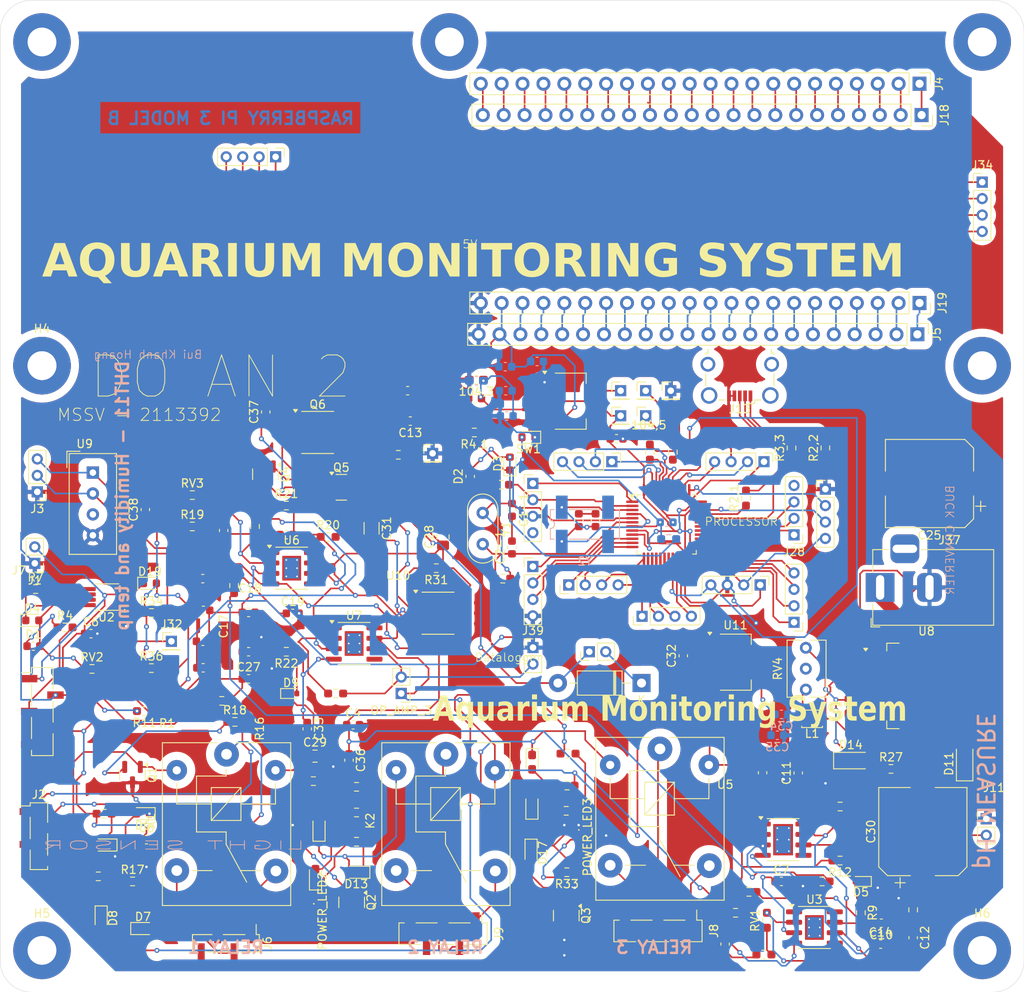
<source format=kicad_pcb>
(kicad_pcb (version 20240108) (generator "pcbnew") (generator_version "8.0")
  (layers (0 "F.Cu" signal) (31 "B.Cu" signal) (34 "B.Paste" user) (35 "F.Paste" user) (36 "B.SilkS" user "B.Silkscreen") (37 "F.SilkS" user "F.Silkscreen") (38 "B.Mask" user) (39 "F.Mask" user) (44 "Edge.Cuts" user))
  (net 0 "")
  (net 1 "VCC3.3")
  (net 2 "GND")
  (net 3 "RESET")
  (net 4 "POS_5V")
  (net 5 "OSC_IN")
  (net 6 "Net-(C1-1-Pad2)")
  (net 7 "OSC_OUT")
  (net 8 "NEG_5V")
  (net 9 "Net-(C3-1-Pad2)")
  (net 10 "OSC_IN_PC14")
  (net 11 "OSC_OUT_PC15")
  (net 12 "/AO")
  (net 13 "Net-(U3-+)")
  (net 14 "Net-(C12-Pad1)")
  (net 15 "Net-(U3--)")
  (net 16 "Net-(U6-+)")
  (net 17 "Net-(C22-Pad1)")
  (net 18 "Net-(U6--)")
  (net 19 "12V")
  (net 20 "Net-(U10-CAP-)")
  (net 21 "Net-(U10-CAP+)")
  (net 22 "Vout_3.3V")
  (net 23 "Net-(Q5-C)")
  (net 24 "Net-(D1-K)")
  (net 25 "Net-(D2-K)")
  (net 26 "Net-(D4-K)")
  (net 27 "Net-(D5-A)")
  (net 28 "Net-(D6-A)")
  (net 29 "Net-(D7-A)")
  (net 30 "Net-(D7-K)")
  (net 31 "Net-(D9-A)")
  (net 32 "Net-(D10-A)")
  (net 33 "Net-(D11-K)")
  (net 34 "Net-(D12-A)")
  (net 35 "Net-(D12-K)")
  (net 36 "Net-(D14-A)")
  (net 37 "Net-(D15-A)")
  (net 38 "Net-(D16-A)")
  (net 39 "Net-(D16-K)")
  (net 40 "Net-(D18-A)")
  (net 41 "Net-(D18-K)")
  (net 42 "Net-(D19-A)")
  (net 43 "INPUT_2")
  (net 44 "INPUT_1")
  (net 45 "INPUT_DRIVER")
  (net 46 "INPUT_3")
  (net 47 "NC_1")
  (net 48 "COM_1")
  (net 50 "NO_1")
  (net 51 "Net-(J7-Pin_3)")
  (net 52 "Net-(J7-Pin_2)")
  (net 53 "COM_3")
  (net 54 "NC_3")
  (net 56 "NO_3")
  (net 57 "NC_2")
  (net 58 "COM_2")
  (net 60 "NO_2")
  (net 61 "Net-(J11-Pin_2)")
  (net 62 "Net-(J12-Pin_1)")
  (net 67 "Net-(J13-D+)")
  (net 68 "VCC5V")
  (net 69 "Net-(J13-D-)")
  (net 70 "SWDIO")
  (net 71 "SWCLK")
  (net 72 "Net-(J29-Pin_1)")
  (net 73 "Net-(J39-Pin_2)")
  (net 74 "Net-(POWER_LED1-A)")
  (net 75 "Net-(POWER_LED2-A)")
  (net 76 "Net-(POWER_LED3-A)")
  (net 77 "Net-(Q1-B)")
  (net 78 "Net-(Q2-B)")
  (net 79 "Net-(Q3-B)")
  (net 80 "Net-(Q4-B)")
  (net 81 "Net-(Q4-C)")
  (net 82 "Net-(Q6A-G)")
  (net 83 "PA12")
  (net 84 "PA11")
  (net 85 "PC13")
  (net 86 "BOOT1")
  (net 87 "Net-(R5-Pad1)")
  (net 88 "Net-(R6-Pad2)")
  (net 89 "Net-(U5--)")
  (net 90 "BOOT0")
  (net 91 "Net-(R19-Pad1)")
  (net 92 "Net-(R20-Pad2)")
  (net 93 "Net-(U7--)")
  (net 94 "Net-(U8-FB)")
  (net 95 "Net-(U10-(NC)BOOST)")
  (net 96 "IN_LIGHT")
  (net 98 "OUT_LIGHT")
  (net 102 "PB14")
  (net 103 "PA0")
  (net 104 "PB4")
  (net 105 "PB10")
  (net 106 "PB15")
  (net 107 "PB0")
  (net 108 "PB11")
  (net 109 "PB6")
  (net 110 "PB7")
  (net 111 "PA3")
  (net 112 "PA8")
  (net 113 "PA9")
  (net 114 "PA10")
  (net 115 "PB13")
  (net 116 "PB9")
  (net 117 "PB8")
  (net 118 "PB5")
  (net 119 "PA7")
  (net 120 "PB1")
  (net 121 "PB12")
  (net 122 "PA4")
  (net 123 "PA15")
  (net 124 "PA2")
  (net 125 "PA5")
  (net 126 "PB3")
  (net 127 "PA1")
  (net 128 "PA6")
  (net 129 "VBAT")
  (net 144 "VCC3.3V")
  (net 146 "Net-(J18-Pin_11)")
  (net 147 "Net-(J18-Pin_4)")
  (net 148 "Net-(J18-Pin_17)")
  (net 149 "Net-(J18-Pin_2)")
  (net 150 "Net-(J18-Pin_10)")
  (net 151 "Net-(J18-Pin_12)")
  (net 152 "Net-(J18-Pin_14)")
  (net 153 "Net-(J18-Pin_20)")
  (net 154 "Net-(J18-Pin_6)")
  (net 155 "Net-(J18-Pin_22)")
  (net 156 "Net-(J18-Pin_15)")
  (net 157 "Net-(J18-Pin_21)")
  (net 158 "Net-(J18-Pin_7)")
  (net 159 "Net-(J18-Pin_13)")
  (net 160 "Net-(J18-Pin_5)")
  (net 161 "Net-(J18-Pin_16)")
  (net 162 "Net-(J18-Pin_1)")
  (net 163 "Net-(J18-Pin_9)")
  (net 164 "Net-(J18-Pin_3)")
  (net 165 "Net-(J18-Pin_8)")
  (net 166 "Net-(J18-Pin_19)")
  (net 167 "Net-(J18-Pin_18)")
  (net 168 "Net-(J19-Pin_11)")
  (net 169 "Net-(J19-Pin_14)")
  (net 170 "Net-(J19-Pin_6)")
  (net 171 "Net-(J19-Pin_16)")
  (net 172 "Net-(J19-Pin_17)")
  (net 173 "Net-(J19-Pin_7)")
  (net 174 "Net-(J19-Pin_13)")
  (net 175 "Net-(J19-Pin_15)")
  (net 176 "Net-(J19-Pin_4)")
  (net 177 "Net-(J19-Pin_9)")
  (net 178 "Net-(J19-Pin_2)")
  (net 179 "Net-(J19-Pin_10)")
  (net 180 "Net-(J19-Pin_3)")
  (net 181 "Net-(J19-Pin_12)")
  (net 182 "Net-(J19-Pin_5)")
  (net 183 "Net-(J19-Pin_8)")
  (net 184 "Net-(J19-Pin_1)")
  (net 185 "Vout_3.3")
  (net 186 "Net-(D3-K)")
  (net 187 "Net-(J3-Pin_2)")
  (net 188 "Net-(J19-Pin_19)")
  (net 189 "Net-(J19-Pin_18)")
  (net 190 "Net-(J19-Pin_20)")
  (net 191 "pH_INPUT")
  (net 192 "Net-(J33-Pin_2)")
  (net 193 "Net-(J33-Pin_1)")
  (net 194 "Net-(J33-Pin_4)")
  (net 195 "Net-(J33-Pin_3)")
  (footprint "Connector_PinHeader_2.00mm:PinHeader_1x04_P2.00mm_Vertical" (layer "F.Cu") (at 155.496 106.68 90)
    (property "Reference" "J26" (hide yes))
    (property "Value" "PB3 -PB6" (hide yes))
  )
  (footprint "Resistor_SMD:R_0603_1608Metric_Pad0.98x0.95mm_HandSolder" (layer "F.Cu") (at 168.4915 140.204)
    (property "Reference" "R8" (hide yes))
    (property "Value" "30K" (hide yes))
  )
  (footprint "Capacitor_SMD:C_0603_1608Metric" (layer "F.Cu") (at 147.812 94.996 90)
    (property "Reference" "C4-1" (hide yes))
    (property "Value" "20p" (hide yes))
  )
  (footprint "Resistor_SMD:R_0603_1608Metric" (layer "F.Cu") (at 95.8479 112.9854)
    (property "Reference" "R36")
    (property "Value" "1k")
  )
  (footprint "Package_TO_SOT_SMD:SOT-23" (layer "F.Cu") (at 120.194 141.474 -90)
    (property "Reference" "Q2")
    (property "Value" "NPN")
  )
  (footprint "Capacitor_SMD:C_0603_1608Metric" (layer "F.Cu") (at 184.5046 146.554)
    (property "Reference" "C14")
    (property "Value" "100nF" (hide yes))
  )
  (footprint "Package_SO:SOIC-8-1EP_3.9x4.9mm_P1.27mm_EP2.29x3mm_ThermalVias" (layer "F.Cu") (at 112.904 100.834)
    (property "Reference" "U6")
    (property "Value" "CA3140")
  )
  (footprint "Connector_PinHeader_2.00mm:PinHeader_1x04_P2.00mm_Vertical" (layer "F.Cu") (at 142.224 100.632)
    (property "Reference" "J24" (hide yes))
    (property "Value" "PA0 - PA1 -PA2 -GND" (hide yes))
  )
  (footprint "Resistor_SMD:R_0603_1608Metric_Pad0.98x0.95mm_HandSolder" (layer "F.Cu") (at 88.6232 113.087)
    (property "Reference" "RV2")
    (property "Value" "10K")
  )
  (footprint "Sensor:Aosong_DHT11_5.5x12.0_P2.54mm" (layer "F.Cu") (at 88.7359 89.211)
    (property "Reference" "U9")
    (property "Value" "DHT11")
  )
  (footprint "Package_QFP:LQFP-48_7x7mm_P0.5mm" (layer "F.Cu") (at 158.48 95.504)
    (property "Reference" "U4" (hide yes))
    (property "Value" "STM32F103C8Tx" (hide yes))
  )
  (footprint "Capacitor_SMD:C_0603_1608Metric" (layer "F.Cu") (at 188.454 145.779 -90)
    (property "Reference" "C12")
    (property "Value" "1uF" (hide yes))
  )
  (footprint "LED_SMD:LED_0603_1608Metric" (layer "F.Cu") (at 94.824 144.664)
    (property "Reference" "D7")
    (property "Value" "LED")
  )
  (footprint "Connector_USB:USB_Micro-B_Wuerth_629105150521_CircularHoles" (layer "F.Cu") (at 167.375 77.974 180)
    (property "Reference" "J13")
    (property "Value" "USB_B_Micro" (hide yes))
  )
  (footprint "Connector_PinHeader_2.00mm:PinHeader_1x04_P2.00mm_Vertical" (layer "F.Cu") (at 142.224 90.52)
    (property "Reference" "J23" (hide yes))
    (property "Value" "VBAT -PC13 -GND -3.3" (hide yes))
  )
  (footprint "Resistor_SMD:R_0603_1608Metric_Pad0.98x0.95mm_HandSolder" (layer "F.Cu") (at 120.7865 130.5488 180)
    (property "Reference" "R26" (hide yes))
    (property "Value" "1k" (hide yes))
  )
  (footprint "Resistor_SMD:R_0603_1608Metric_Pad0.98x0.95mm_HandSolder" (layer "F.Cu") (at 177.784 86.2095 90)
    (property "Reference" "R2,2")
    (property "Value" "4,7k" (hide yes))
  )
  (footprint "Capacitor_SMD:C_0603_1608Metric" (layer "F.Cu") (at 165.594 146.554 -90)
    (property "Reference" "C3" (hide yes))
    (property "Value" "10uF" (hide yes))
  )
  (footprint "Connector_PinHeader_2.00mm:PinHeader_1x04_P2.00mm_Vertical" (layer "F.Cu") (at 170.322 87.884 -90)
    (property "Reference" "J21" (hide yes))
    (property "Value" "PA15 - PB5" (hide yes))
  )
  (footprint "Capacitor_SMD:C_0603_1608Metric" (layer "F.Cu") (at 139.684 98.311 90)
    (property "Reference" "C2-1")
    (property "Value" "20p")
  )
  (footprint "LED_SMD:LED_0603_1608Metric_Pad1.05x0.95mm_HandSolder" (layer "F.Cu") (at 142.007 135.451 -90)
    (property "Reference" "D17")
    (property "Value" "D")
  )
  (footprint "Connector_PinHeader_2.00mm:PinHeader_1x01_P2.00mm_Vertical" (layer "F.Cu") (at 130.034 86.864)
    (property "Reference" "J31" (hide yes))
    (property "Value" "GND" (hide yes))
  )
  (footprint "Resistor_SMD:R_0603_1608Metric_Pad0.98x0.95mm_HandSolder" (layer "F.Cu") (at 108.444 95.754 -90)
    (property "Reference" "R23" (hide yes))
    (property "Value" "75K" (hide yes))
  )
  (footprint "Resistor_SMD:R_0603_1608Metric_Pad0.98x0.95mm_HandSolder" (layer "F.Cu") (at 138.414 90.678 180)
    (property "Reference" "R3,1" (hide yes))
    (property "Value" "100" (hide yes))
  )
  (footprint "Connector_PinHeader_2.00mm:PinHeader_1x04_P2.00mm_Vertical" (layer "F.Cu") (at 196.85 53.88)
    (property "Reference" "J34")
    (property "Value" "Conn_01x04_Socket" (hide yes))
  )
  (footprint "Resistor_SMD:R_0603_1608Metric" (layer "F.Cu") (at 185.758063 125.249763)
    (property "Reference" "R27")
    (property "Value" "10k")
  )
  (footprint "Connector_PinHeader_2.54mm:PinHeader_1x22_P2.54mm_Vertical" (layer "F.Cu") (at 189.23 41.91 -90)
    (property "Reference" "J4")
    (property "Value" "Conn_01x22_Socket" (hide yes))
  )
  (footprint "Connector_PinHeader_2.00mm:PinHeader_1x01_P2.00mm_Vertical" (layer "F.Cu") (at 155.94 79.248)
    (property "Reference" "J12" (hide yes))
    (property "Value" "Boot0" (hide yes))
  )
  (footprint "Connector_PinHeader_2.00mm:PinHeader_1x04_P2.00mm_Vertical" (layer "F.Cu") (at 173.974 96.774 180)
    (property "Reference" "J28")
    (property "Value" "PA3 -PA6")
  )
  (footprint "Connector_PinHeader_2.00mm:PinHeader_1x02_P2.00mm_Vertical" (layer "F.Cu") (at 126.224 116.074 180)
    (property "Reference" "OP_AMP_3")
    (property "Value" "Conn_01x02_Pin" (hide yes))
  )
  (footprint "Resistor_SMD:R_0603_1608Metric" (layer "F.Cu") (at 95.8611 106.2798)
    (property "Reference" "R34")
    (property "Value" "5.1k")
  )
  (footprint "Resistor_SMD:R_0603_1608Metric_Pad0.98x0.95mm_HandSolder" (layer "F.Cu") (at 135.112 84.328 180)
    (property "Reference" "R4,1")
    (property "Value" "100")
  )
  (footprint "Capacitor_SMD:C_0603_1608Metric" (layer "F.Cu") (at 104.634 96.249 90)
    (property "Reference" "C17")
    (property "Value" "10uF")
  )
  (footprint "Connector_PinHeader_2.00mm:PinHeader_1x01_P2.00mm_Vertical" (layer "F.Cu") (at 152.892 82.296)
    (property "Reference" "J14" (hide yes))
    (property "Value" "VSOURCE_3.3V_Boot" (hide yes))
  )
  (footprint "Resistor_SMD:R_0603_1608Metric_Pad0.98x0.95mm_HandSolder" (layer "F.Cu") (at 138.5665 102.104 180)
    (property "Reference" "R3" (hide yes))
    (property "Value" "1M")
  )
  (footprint "Diode_SMD:D_0603_1608Metric" (layer "F.Cu") (at 90.1815 134.504 180)
    (property "Reference" "POWER_LED1" (hide yes))
    (property "Value" "D" (hide yes))
  )
  (footprint "Capacitor_SMD:C_0603_1608Metric" (layer "F.Cu") (at 114.794 120.379 -90)
    (property "Reference" "C33")
    (property "Value" "100nF")
  )
  (footprint "Capacitor_SMD:C_0603_1608Metric" (layer "F.Cu") (at 174.484 125.739 90)
    (property "Reference" "C11")
    (property "Value" "10uF")
  )
  (footprint "Package_TO_SOT_SMD:SOT-23" (layer "F.Cu") (at 118.9365 90.994)
    (property "Reference" "Q5")
    (property "Value" "MMBT3906" (hide yes))
  )
  (footprint "Diode_THT:D_DO-41_SOD81_P10.16mm_Horizontal" (layer "F.Cu") (at 155.434 114.804 180)
    (property "Reference" "D18" (hide yes))
    (property "Value" "1N4007" (hide yes))
  )
  (footprint "Connector_PinHeader_2.00mm:PinHeader_1x04_P2.00mm_Vertical" (layer "F.Cu") (at 177.784 91.218)
    (property "Reference" "J16" (hide yes))
    (property "Value" "SWD Debugger" (hide yes))
  )
  (footprint "Connector_PinSocket_2.00mm:PinSocket_1x05_P2.00mm_Vertical_SMD_Pin1Left" (layer "F.Cu") (at 157.434 144.954 -90)
    (property "Reference" "J8")
    (property "Value" "Conn_01x04_Pin" (hide yes))
  )
  (footprint "Connector_PinHeader_2.00mm:PinHeader_1x02_P2.00mm_Vertical" (layer "F.Cu") (at 142.24 110.49)
    (property "Reference" "J39")
    (property "Value" "Conn_01x02_Pin")
  )
  (footprint "Resistor_SMD:R_0603_1608Metric_Pad0.98x0.95mm_HandSolder" (layer "F.Cu") (at 93.5615 138.934)
    (property "Reference" "R17")
    (property "Value" "1k")
  )
  (footprint "Diode_SMD:D_0201_0603Metric" (layer "F.Cu") (at 115.591726 142.508526 -90)
    (property "Reference" "POWER_LED2")
    (property "Value" "D")
  )
  (footprint "Resistor_SMD:R_0603_1608Metric_Pad0.98x0.95mm_HandSolder" (layer "F.Cu") (at 112.254 93.214)
    (property "Reference" "R21")
    (property "Value" "30K" (hide yes))
  )
  (footprint "Connector_PinHeader_2.00mm:PinHeader_1x01_P2.00mm_Vertical" (layer "F.Cu") (at 152.892 79.248)
    (property "Reference" "J15" (hide yes))
    (property "Value" "VSOURCE_3.3V_Boot" (hide yes))
  )
  (footprint "Capacitor_SMD:C_0603_1608Metric" (layer "F.Cu") (at 134.604 89.662 90)
    (property "Reference" "D2")
    (property "Value" "LED")
  )
  (footprint "Capacitor_SMD:CP_Elec_10x10.5" (layer "F.Cu") (at 189.631063 132.869763 90)
    (property "Reference" "C30")
    (property "Value" "220u" (hide yes))
  )
  (footprint "Resistor_SMD:R_0603_1608Metric_Pad0.98x0.95mm_HandSolder" (layer "F.Cu") (at 120.7865 127.4246 180)
    (property "Reference" "R28" (hide yes))
    (property "Value" "1k" (hide yes))
  )
  (footprint "MountingHole:MountingHole_3.5mm_Pad" (layer "F.Cu") (at 132.08 36.83)
    (property "Reference" "H3" (hide yes))
    (property "Value" "MountingHole")
  )
  (footprint "Connector_PinHeader_2.00mm:PinHeader_1x02_P2.00mm_Vertical" (layer "F.Cu") (at 149.084 110.994 90)
    (property "Reference" "J17" (hide yes))
    (property "Value" "Conn_01x02_Pin" (hide yes))
  )
  (footprint "LED_SMD:LED_0603_1608Metric_Pad1.05x0.95mm_HandSolder" (layer "F.Cu") (at 120.749 137.8132 180)
    (property "Reference" "D13")
    (property "Value" "D")
  )
  (footprint "Inductor_SMD:L_Walsin_WLFM201609x" (layer "F.Cu") (at 176.169063 119.153763 180)
    (property "Reference" "L1")
    (property "Value" "68u")
  )
  (footprint "Relay_THT:Relay_SPDT_SANYOU_SRD_Series_Form_C" (layer "F.Cu") (at 157.674 122.814 -90)
    (property "Reference" "K3" (hide yes))
    (property "Value" "SANYOU_SRD_Form_C")
  )
  (footprint "LED_SMD:LED_0603_1608Metric_Pad1.05x0.95mm_HandSolder" (layer "F.Cu") (at 142.134 124.4274 -90)
    (property "Reference" "D16" (hide yes))
    (property "Value" "LED" (hide yes))
  )
  (footprint "MountingHole:MountingHole_3.5mm_Pad" (layer "F.Cu") (at 82.55 76.2)
    (property "Reference" "H4")
    (property "Value" "MountingHole" (hide yes))
  )
  (footprint "Resistor_SMD:R_0603_1608Metric_Pad0.98x0.95mm_HandSolder" (layer "F.Cu") (at 188.454 142.3865 90)
    (property "Reference" "R6" (hide yes))
    (property "Value" "2.2k" (hide yes))
  )
  (footprint "Capacitor_SMD:C_0603_1608Metric" (layer "F.Cu") (at 95.1113 93.7068 90)
    (property "Reference" "C38")
    (property "Value" "0.1u")
  )
  (footprint "Capacitor_SMD:C_0603_1608Metric" (layer "F.Cu") (at 112.254 96.754 180)
    (property "Reference" "C22" (hide yes))
    (property "Value" "1uF" (hide yes))
  )
  (footprint "Capacitor_SMD:C_0201_0603Metric" (layer "F.Cu") (at 141.462 81.534)
    (property "Reference" "104,1" (hide yes))
    (property "Value" "C")
  )
  (footprint "Resistor_SMD:R_0603_1608Metric_Pad0.98x0.95mm_HandSolder" (layer "F.Cu") (at 146.5009 123.386 180)
    (property "Reference" "R38" (hide yes))
    (property "Value" "1k" (hide yes))
  )
  (footprint "Resistor_SMD:R_0603_1608Metric" (layer "F.Cu") (at 130.479 100.834 180)
    (property "Reference" "R31")
    (property "Value" "100" (hide yes))
  )
  (footprint "Capacitor_SMD:C_0603_1608Metric" (layer "F.Cu") (at 126.999 79.244 180)
    (property "Reference" "C15" (hide yes))
    (property "Value" "10uF")
  )
  (footprint "Capacitor_SMD:C_0805_2012Metric" (layer "F.Cu") (at 115.744 123.694)
    (property "Reference" "C29")
    (property "Value" "4.7uF")
  )
  (footprint "Resistor_SMD:R_0603_1608Metric_Pad0.98x0.95mm_HandSolder" (layer "F.Cu") (at 104.4096 116.9732 180)
    (property "Reference" "R1")
    (property "Value" "R")
  )
  (footprint "Capacitor_SMD:C_0603_1608Metric" (layer "F.Cu") (at 184.5808 144.014 180)
    (property "Reference" "C10")
    (property "Value" "100nF" (hide yes))
  )
  (footprint "Crystal:Crystal_HC52-U_Vertical" (layer "F.Cu") (at 136.128 94.112 -90)
    (property "Reference" "Y1")
    (property "Value" "8MHz" (hide yes))
  )
  (footprint "Capacitor_SMD:C_0603_1608Metric" (layer "F.Cu") (at 81.5096 110.3122)
    (property "Reference" "D1")
    (property "Value" "LED")
  )
  (footprint "Connector_PinHeader_2.00mm:PinHeader_1x04_P2.00mm_Vertical_SMD_Pin1Left" (layer "F.Cu") (at 104.904 146.459 -90)
    (property "Reference" "J6")
    (property "Value" "Conn_01x04_Pin" (hide yes))
  )
  (footprint "Package_TO_SOT_SMD:SOT-223-3_TabPin2" (layer "F.Cu") (at 146.796 80.518)
    (property "Reference" "U1" (hide yes))
    (property "Value" "AMS1117-3.3")
  )
  (footprint "Capacitor_SMD:C_0603_1608Metric" (layer "F.Cu") (at 127.3286 82.94 180)
    (property "Reference" "C13")
    (property "Value" "10uF" (hide yes))
  )
  (footprint "Connector_PinHeader_2.00mm:PinHeader_1x04_P2.00mm_Vertical" (layer "F.Cu") (at 146.59 102.87 90)
    (property "Reference" "J25" (hide yes))
    (property "Value" "PA3 -PA6" (hide yes))
  )
  (footprint "Package_TO_SOT_SMD:SOT-23" (layer "F.Cu") (at 93.554 125.9465 -90)
    (property "Reference" "Q1")
    (property "Value" "NPN")
  )
  (footprint "Package_SO:SOIC-8-1EP_3.9x4.9mm_P1.27mm_EP2.29x3mm_ThermalVias" (layer "F.Cu") (at 120.494 109.994)
    (property "Reference" "U7")
    (property "Value" "TL081")
  )
  (footprint "Resistor_SMD:R_0603_1608Metric_Pad0.98x0.95mm_HandSolder" (layer "F.Cu") (at 100.824 95.754)
    (property "Reference" "R19")
    (property "Value" "1K" (hide yes))
  )
  (footprint "Capacitor_SMD:C_0603_1608Metric" (layer "F.Cu") (at 139.684 93.739 -90)
    (property "Reference" "C1-1")
    (property "Value" "20p" (hide yes))
  )
  (footprint "Capacitor_SMD:C_0603_1608Metric" (layer "F.Cu") (at 135.1995 80.1895 180)
    (property "Reference" "C5" (hide yes))
    (property "Value" "100nF" (hide yes))
  )
  (footprint "Capacitor_SMD:C_1206_3216Metric" (layer "F.Cu") (at 122.6176 95.9826 -90)
    (property "Reference" "C31")
    (property "Value" "10uF" (hide yes))
  )
  (footprint "Connector_PinHeader_2.00mm:PinHeader_1x02_P2.00mm_Vertical" (layer "F.Cu") (at 81.6747 100.244 180)
    (property "Reference" "J1")
    (property "Value" "Light_Sensor" (hide yes))
  )
  (footprint "Connector_PinHeader_2.00mm:PinHeader_1x04_P2.00mm_Vertical" (layer "F.Cu") (at 151.828 87.884 -90)
    (property "Reference" "J22" (hide yes))
    (property "Value" "PB6 -PB9" (hide yes))
  )
  (footprint "MountingHole:MountingHole_3.5mm_Pad" (layer "F.Cu") (at 82.55 76.2)
    (property "Reference" "H7" (hide yes))
    (property "Value" "MountingHole" (hide yes))
  )
  (footprint "Connector_PinSocket_2.54mm:PinSocket_1x22_P2.54mm_Vertical" (layer "F.Cu") (at 189.48 45.72 -90)
    (property "Reference" "J18")
    (property "Value" "Conn_01x22_Pin" (hide yes))
  )
  (footprint "Connector_PinHeader_2.00mm:PinHeader_1x03_P2.00mm_Vertical" (layer "F.Cu") (at 81.9795 91.5478 180)
    (property "Reference" "J3")
    (property "Value" "Conn_01x03_Pin" (hide yes))
  )
  (footprint "Connector_PinHeader_2.00mm:PinHeader_1x01_P2.00mm_Vertical" (layer "F.Cu") (at 98.284 109.724)
    (property "Reference" "J32")
    (property "Value" "Conn_01x01_Pin" (hide yes))
  )
  (footprint "Capacitor_SMD:C_0603_1608Metric" (layer "F.Cu") (at 107.669 114.296)
    (property "Reference" "C27")
    (property "Value" "100nF")
  )
  (footprint "Capacitor_SMD:C_0603_1608Metric_Pad1.08x0.95mm_HandSolder" (layer "F.Cu") (at 135.355326 77.907426 180)
    (property "Reference" "104,3")
    (property "Value" "C")
  )
  (footprint "Package_SO:VSSOP-8_3x3mm_P0.65mm" (layer "F.Cu") (at 90.3869 104.3494 180)
    (property "Reference" "U2")
    (property "Value" "LM393")
  )
  (footprint "Capacitor_SMD:C_0603_1608Metric" (layer "F.Cu") (at 107.669 110.994)
    (property "Reference" "C26" (hide yes))
    (property "Value" "10uF" (hide yes))
  )
  (footprint "Resistor_SMD:R_0603_1608Metric_Pad0.98x0.95mm_HandSolder" (layer "F.Cu") (at 105.904 102.9487 -90)
    (property "Reference" "R16")
    (property "Value" "4.7M")
  )
  (footprint "MountingHole:MountingHole_3.5mm_Pad" (layer "F.Cu") (at 82.55 36.83)
    (property "Reference" "H1" (hide yes))
    (property "Value" "MountingHole" (hide yes))
  )
  (footprint "Resistor_SMD:R_0603_1608Metric_Pad0.98x0.95mm_HandSolder" (layer "F.Cu") (at 179.574563 129.821763)
    (property "Reference" "R30" (hide yes))
    (property "Value" "1k" (hide yes))
  )
  (footprint "Resistor_SMD:R_0603_1608Metric_Pad0.98x0.95mm_HandSolder" (layer "F.Cu") (at 159.242 86.7175 90)
    (property "Reference" "R3,4" (hide yes))
    (property "Value" "100k")
  )
  (footprint "LED_SMD:LED_0603_1608Metric" (layer "F.Cu") (at 89.744 143.394 -90)
    (property "Reference" "D8")
    (property "Value" "D")
  )
  (footprint "Package_TO_SOT_SMD:SOT-223-3_TabPin2" (layer "F.Cu") (at 166.864 112.264)
    (property "Reference" "U11")
    (property "Value" "AMS1117-3.3")
  )
  (footprint "LED_SMD:LED_0603_1608Metric_Pad1.05x0.95mm_HandSolder" (layer "F.Cu") (at 142.1086 129.6992 90)
    (property "Reference" "D15" (hide yes))
    (property "Value" "LED" (hide yes))
  )
  (footprint "Resistor_SMD:R_0603_1608Metric_Pad0.98x0.95mm_HandSolder" (layer "F.Cu") (at 182.104 142.744 -90)
    (property "Reference" "R9")
    (property "Value" "1K")
  )
  (footprint "Capacitor_SMD:C_0603_1608Metric" (layer "F.Cu") (at 109.7536 81.8348 90)
    (property "Reference" "C37")
    (property "Value" "100nF" (hide yes))
  )
  (footprint "Capacitor_SMD:C_0603_1608Metric" (layer "F.Cu") (at 170.150652 125.714252 -90)
    (property "Reference" "C16" (hide yes))
    (property "Value" "100nF")
  )
  (footprint "Connector_PinHeader_2.00mm:PinHeader_1x04_P2.00mm_Vertical" (layer "F.Cu") (at 173.974 107.41 180)
    (property "Reference" "J20" (hide yes))
    (property "Value" "PB12-PB15" (hide yes))
  )
  (footprint "Capacitor_SMD:C_0603_1608Metric" (layer "F.Cu") (at 88.5073 108.7944)
    (property "Reference" "C6")
    (property "Value" "104")
  )
  (footprint "Package_TO_SOT_SMD:SOT-23" (layer "F.Cu") (at 146.2844 143.0941 -90)
    (property "Reference" "Q3")
    (property "Value" "NPN")
  )
  (footprint "LED_SMD:LED_0603_1608Metric" (layer "F.Cu") (at 141.6887 84.9122 180)
    (property "Reference" "SW1")
    (property "Value" "SW_Push" (hide yes))
  )
  (footprint "Diode_SMD:D_SOD-523" (layer "F.Cu") (at 182.104 138.934 180)
    (property "Reference" "D5")
    (property "Value" "1N4148WT" (hide yes))
  )
  (footprint "LED_SMD:LED_0603_1608Metric_Pad1.05x0.95mm_HandSolder" (layer "F.Cu") (at 115.794926 138.314126 90)
    (property "Reference" "D10" (hide yes))
    (property "Value" "LED" (hide yes))
  )
  (footprint "MountingHole:MountingHole_3.5mm_Pad" (layer "F.Cu") (at 196.85 147.32)
    (property "Reference" "H6")
    (property "Value" "MountingHole" (hide yes))
  )
  (footprint "Resistor_SMD:R_0603_1608Metric_Pad0.98x0.95mm_HandSolder" (layer "F.Cu") (at 179.564 136.394 180)
    (property "Reference" "R12")
    (property "Value" "30K")
  )
  (footprint "Resistor_SMD:R_0603_1608Metric_Pad0.98x0.95mm_HandSolder" (layer "F.Cu") (at 81.774 103.374)
    (property "Reference" "R7")
    (property "Value" "1K")
  )
  (footprint "Resistor_SMD:R_0603_1608Metric_Pad0.98x0.95mm_HandSolder" (layer "F.Cu") (at 115.539026 126.731726 180)
    (property "Reference" "R29" (hide yes))
    (property "Value" "1k" (hide yes))
  )
  (footprint "Resistor_SMD:R_0603_1608Metric" (layer "F.Cu") (at 125.8694 87.0418)
    (property "Reference" "R32" (hide yes))
    (property "Value" "200" (hide yes))
  )
  (footprint "Resistor_SMD:R_0603_1608Metric_Pad0.98x0.95mm_HandSolder" (layer "F.Cu") (at 170.3165 147.824 180)
    (property "Reference" "R5" (hide yes))
    (property "Value" "1K" (hide yes))
  )
  (footprint "Resistor_SMD:R_0603_1608Metric_Pad0.98x0.95mm_HandSolder" (layer "F.Cu") (at 168.132 92.3055 90)
    (property "Reference" "R2,1")
    (property "Value" "20")
  )
  (footprint "Capacitor_SMD:C_0603_1608Metric" (layer "F.Cu") (at 113.029 106.3315)
    (property "Reference" "C19")
    (property "Value" "2.2nF")
  )
  (footprint "Connector_PinHeader_2.00mm:PinHeader_1x01_P2.00mm_Vertical" (layer "F.Cu") (at 158.988 79.248)
    (property "Reference" "J30" (hide yes))
    (property "Value" "GND" (hide yes))
  )
  (footprint "Resistor_SMD:R_0603_1608Metric_Pad0.98x0.95mm_HandSolder" (layer "F.Cu") (at 146.3777 127.2722 180)
    (property "Reference" "R37" (hide yes))
    (property "Value" "1k")
  )
  (footprint "Resistor_SMD:R_0603_1608Metric_Pad0.98x0.95mm_HandSolder" (layer "F.Cu") (at 117.334 97.024)
    (property "Reference" "R20")
    (property "Value" "2.2k")
  )
  (footprint "Package_SO:SOIC-8-1EP_3.9x4.9mm_P1.27mm_EP2.62x3.51mm" (layer "F.Cu") (at 130.689 106.309)
    (property "Reference" "U10")
    (property "Value" "ICL7662CBA-T" (hide yes))
  )
  (footprint "Resistor_SMD:R_0603_1608Metric_Pad0.98x0.95mm_HandSolder" (layer "F.Cu") (at 100.824 91.944)
    (property "Reference" "RV3")
    (property "Value" "5K")
  )
  (footprint "Resistor_SMD:R_0603_1608Metric_Pad0.98x0.95mm_HandSolder" (layer "F.Cu") (at 89.394 138.314)
    (property "Reference" "R15" (hide yes))
    (property "Value" "1k")
  )
  (footprint "Resistor_SMD:R_0603_1608Metric_Pad0.98x0.95mm_HandSolder" (layer "F.Cu") (at 177.3815 138.934)
    (property "Reference" "R2" (hide yes))
    (property "Value" "4.7M" (hide yes))
  )
  (footprint "Package_TO_SOT_SMD:SOT-23" (layer "F.Cu") (at 109.714 89.404 -90)
    (property "Reference" "Q4")
    (property "Value" "MMBT3906" (hide yes))
  )
  (footprint "Capacitor_SMD:C_0603_1608Metric" (layer "F.Cu") (at 102.094 109.724)
    (property "Reference" "C21" (hide yes))
    (property "Value" "10uF" (hide yes))
  )
  (footprint "Connector_PinHeader_2.00mm:PinHeader_1x02_P2.00mm_Vertical" (layer "F.Cu") (at 197.344 131.314)
    (property "Reference" "J11")
    (property "Value" "Conn_01x02_Pin" (hide yes))
  )
  (footprint "Connector_PinSocket_2.54mm:PinSocket_1x22_P2.54mm_Vertical" (layer "F.Cu") (at 189.23 68.58 -90)
    (property "Reference" "J19")
    (property "Value" "Conn_01x22_Pin")
  )
  (footprint "Connector_PinHeader_2.00mm:PinHeader_1x04_P2.00mm_Vertical_SMD_Pin1Left" (layer "F.Cu") (at 82.1761 133.4296)
    (property "Reference" "J2")
    (property "Value" "Conn_01x04_Pin" (hide yes))
  )
  (footprint "Potentiometer_THT:Potentiometer_Bourns_3266Y_Vertical" (layer "F.Cu") (at 175.407063 110.517763 90)
    (property "Reference" "RV4")
    (property "Value" "100k")
  )
  (footprint "Resistor_SMD:R_0603_1608Metric_Pad0.98x0.95mm_HandSolder" (layer "F.Cu") (at 170.674 143.6565 90)
    (property "Reference" "RV1")
    (property "Value" "5K")
  )
  (footprint "Diode_SMD:D_0201_0603Metric" (layer "F.Cu") (at 147.814 133.534 -90)
    (property "Reference" "POWER_LED3")
    (property "Value" "D")
  )
  (footprint "Capacitor_SMD:C_0603_1608Metric" (layer "F.Cu") (at 120.369 119.884)
    (property "Reference" "C4")
    (property "Value" "100nF")
  )
  (footprint "Diode_SMD:D_SOD-523" (layer "F.Cu") (at 112.824 116.074)
    (property "Reference" "D9")
    (property "Value" "1N4148WT")
  )
  (footprint "Connector_PinHeader_2.00mm:PinHeader_1x04_P2.00mm_Vertical" (layer "F.Cu") (at 169.862 102.87 -90)
    (property "Reference" "J27" (hide yes))
    (property "Value" "PB3 -PB6" (hide yes))
  )
  (footprint "LED_SMD:LED_0603_1608Metric" (layer "F.Cu") (at 81.3699 107.184)
    (property "Reference" "D4")
    (property "Value" "LED")
  )
  (footprint "Capacitor_SMD:C_0603_1608Metric" (layer "F.Cu") (at 95.249 133.854)
    (property "Reference" "C8")
    (property "Value" "104")
  )
  (footprint "Capacitor_SMD:C_0603_1608Metric" (layer "F.Cu") (at 102.1708 105.9648)
    (property "Reference" "C20" (hide yes))
    (property "Value" "100nF" (hide yes))
  )
  (footprint "Resistor_SMD:R_0603_1608Metric_Pad0.98x0.95mm_HandSolder" (layer "F.Cu") (at 90.1015 130.694)
    (property "Reference" "R13" (hide yes))
    (property "Value" "1k" (hide yes))
  )
  (footprint "MountingHole:MountingHole_3.5mm_Pad" (layer "F.Cu") (at 196.85 36.83)
    (property "Reference" "H2" (hide yes))
    (property "Value" "MountingHole" (hide yes))
  )
  (footprint "MountingHole:MountingHole_3.5mm_Pad" (layer "F.Cu") (at 196.85 76.2)
    (property "Reference" "H8" (hide yes))
    (property "Value" "MountingHole" (hide yes))
  )
  (footprint "Resistor_SMD:R_0603_1608Metric_Pad0.98x0.95mm_HandSolder" (layer "F.Cu") (at 112.254 110.994 180)
    (property "Reference" "R22")
    (property "Value" "1K" (hide yes))
  )
  (footprint "Resistor_SMD:R_0603_1608Metric_Pad0.98x0.95mm_HandSolder" (layer "F.Cu") (at 173.6711 86.2095 90)
    (property "Reference" "R3,3")
    (property "Value" "20")
  )
  (footprint "Capacitor_SMD:C_0603_1608Metric" (layer "F.Cu") (at 172.439 138.934)
    (property "Reference" "C7")
    (property "Value" "2.2nF")
  )
  (footprint "Resistor_SMD:R_0603_1608Metric_Pad0.98x0.95mm_HandSolder" (layer "F.Cu") (at 105.9973 119.5279)
    (property "Reference" "R18")
    (property "Value" "1k")
  )
  (footprint "Resistor_SMD:R_0603_1608Metric_Pad0.98x0.95mm_HandSolder" (layer "F.Cu") (at 146.3504 137.8132 180)
    (property "Reference" "R33")
    (property "Value" "1k")
  )
  (footprint "Package_SO:SOIC-8_3.9x4.9mm_P1.27mm" (layer "F.Cu") (at 116.064 84.324)
    (property "Reference" "Q6")
    (property "Value" "IRF7343PBF" (hide yes))
  )
  (footprint "Capacitor_SMD:C_0603_1608Metric" (layer "F.Cu") (at 160.514 111.489 90)
    (property "Reference" "C32")
    (property "Value" "100nF" (hide yes))
  )
  (footprint "Capacitor_SMD:C_0603_1608Metric" (layer "F.Cu") (at 119.874 124.189 -90)
    (property "Reference" "C36")
    (property "Value" "10uF")
  )
  (footprint "LED_SMD:LED_0603_1608Metric" (layer "F.Cu") (at 139.43 88.1125 90)
    (property "Reference" "D3")
    (property "Value" "LED")
  )
  (footprint "Resistor_SMD:R_0603_1608Metric_Pad0.98x0.95mm_HandSolder" (layer "F.Cu") (at 85.3558 108.0324)
    (property "Reference" "R4")
    (property "Value" "1K")
  )
  (footprint "Package_TO_SOT_SMD:TO-263-5_TabPin3" (layer "F.Cu") (at 190.073237 115.153237)
    (property "Reference" "U8")
    (property "Value" "LM2596S-ADJ")
  )
  (footprint "Package_SO:SOIC-8-1EP_3.9x4.9mm_P1.27mm_EP2.29x3mm_ThermalVias" (layer "F.Cu") (at 176.454 144.534)
    (property "Reference" "U3")
    (property "Value" "CA3140")
  )
  (footprint "Diode_SMD:D_SOD-123F" (layer "F.Cu") (at 194.711063 124.487763 90)
    (property "Reference" "D11")
    (property "Value" "BZT52Bxx")
  )
  (footprint "Package_SO:SOIC-8-1EP_3.9x4.9mm_P1.27mm_EP2.41x3.81mm_ThermalVias" (layer "F.Cu") (at 172.644 133.854)
    (property "Reference" "U5")
    (property "Value" "TL081")
  )
  (footprint "LED_SMD:LED_0603_1608Metric" (layer "F.Cu") (at 95.67 102.673)
    (property "Reference" "D19")
    (property "Value" "LED")
  )
  (footprint "Diode_SMD:D_SOD-123F" (layer "F.Cu") (at 180.995063 124.233763)
    (property "Reference" "D14")
    (property "Value" "BZT52Bxx")
  )
  (footprint "Resistor_SMD:R_0603_1608Metric_Pad0.98x0.95mm_HandSolder" (layer "F.Cu") (at 156.448 86.7175 -90)
    (property "Reference" "R14" (hide yes))
    (property "Value" "1k" (hide yes))
  )
  (footprint "Capacitor_SMD:C_0805_2012Metric_Pad1.18x1.45mm_HandSolder" (layer "F.Cu") (at 131.304 97.024 90)
    (property "Reference" "C28")
    (property "Value" "4.7uF" (hide yes))
  )
  (footprint "Resistor_SMD:R_0603_1608Metric_Pad0.98x0.95mm_HandSolder" (layer "F.Cu") (at 95.0095 118.2146 180)
    (property "Reference" "R11")
    (property "Value" "10K")
  )
  (footprint "Connector_PinSocket_2.00mm:PinSocket_1x05_P2.00mm_Vertical_SMD_Pin1Left" (layer "F.Cu") (at 82.5891 118.2686)
    (property "Reference" "J7")
    (property "Value" "COnnector_Light" (hide yes))
  )
  (footprint "Resistor_SMD:R_0603_1608Metric_Pad0.98x0.95mm_HandSolder" (layer "F.Cu") (at 166.864 142.744 180)
    (property "Reference" "R10" (hide yes))
    (property "Value" "75K" (hide yes))
  )
  (footprint "LED_SMD:LED_0603_1608Metric_Pad1.05x0.95mm_HandSolder" (layer "F.Cu") (at 116.226726 132.384526 90)
    (property "Reference" "D12" (hide yes))
    (property "Value" "LED" (hide yes))
  )
  (footprint "MountingHole:MountingHole_3.5mm_Pad" (layer "F.Cu") (at 82.55 147.32)
    (property "Reference" "H5")
    (property "Value" "MountingHole" (hide yes))
  )
  (footprint "Connector_PinHeader_2.54mm:PinHeader_1x22_P2.54mm_Vertical" (layer "F.Cu") (at 188.97 72.39 -90)
    (property "Reference" "J5")
    (property "Value" "Conn_01x22_Socket" (hide yes))
  )
  (footprint "Resistor_SMD:R_0603_1608Metric_Pad0.98x0.95mm_HandSolder" (layer "F.Cu") (at 146.2761 130.3456 180)
    (property "Reference" "R35" (hide yes))
    (property "Value" "1k" (hide yes))
  )
  (footprint "Connector_BarrelJack:BarrelJack_Horizontal" (layer "F.Cu") (at 184.442237 103.175737 180)
    (property "Reference" "J37")
    (property "Value" "Jack-DC")
  )
  (footprint "Relay_THT:Relay_SPDT_SANYOU_SRD_Series_Form_C" (layer "F.Cu") (at 104.984 123.464 -90)
    (property "Reference" "K1")
    (property "Value" "SANYOU_SRD_Form_C")
  )
  (footprint "Capacitor_SMD:C_0603_1608Metric" (layer "F.Cu") (at 102.1454 112.9498 180)
    (property "Reference" "C23" (hide yes))
    (property "Value" "10uF" (hide yes))
  )
  (footprint "Capacitor_SMD:C_0603_1608Metric" (layer "F.Cu") (at 102.094 102.104 180)
    (property "Reference" "C18")
    (property "Value" "100nF")
  )
  (footprint "Connector_PinSocket_2.00mm:PinSocket_1x05_P2.00mm_Vertical_SMD_Pin1Left" (layer "F.Cu") (at 131.304 145.284 -90)
    (property "Reference" "J9")
    (property "Value" "Conn_01x04_Pin" (hide yes))
  )
  (footprint "Resistor_SMD:R_0603_1608Metric_Pad0.98x0.95mm_HandSolder" (layer "F.Cu") (at 118.2465 116.074 180)
    (property "Reference" "R24" (hide yes))
    (property "Value" "30K" (hide yes))
  )
  (footprint "Capacitor_SMD:C_0603_1608Metric" (layer "F.Cu") (at 149.844 94.996 90)
    (property "Reference" "C3-1" (hide yes))
    (property "Value" "20p" (hide yes))
  )
  (footprint "Connector_PinHeader_2.00mm:PinHeader_1x01_P2.00mm_Vertical" (layer "F.Cu") (at 155.94 82.296)
    (property "Reference" "J29" (hide yes))
    (property "Value" "BOOT1" (hide yes))
  )
  (footprint "Capacitor_SMD:CP_Elec_10x10.5" (layer "F.Cu") (at 190.442237 90.534237 180)
    (property "Reference" "C25")
    (property "Value" "680u" (hide yes))
  )
  (footprint "Relay_THT:Relay_SPDT_SANYOU_SRD_Series_Form_C" (layer "F.Cu") (at 131.654 123.464 -90)
    (property "Reference" "K2")
    (property "Value" "SANYOU_SRD_Form_C" (hide yes))
  )
  (footprint "Capacitor_SMD:C_0603_1608Metric" (layer "F.Cu") (at 152.397 85.09)
    (property "Reference" "104,5")
    (property "Value" "104")
  )
  (footprint "LED_SMD:LED_0603_1608Metric" (layer "F.Cu") (at 94.824 130.694 180)
    (property "Reference" "D6")
    (property "Value" "LED" (hide yes))
  )
  (footprint "Connector_PinHeader_2.00mm:PinHeader_1x04_P2.00mm_Vertical" (layer "F.Cu") (at 110.95 50.8 -90)
    (property "Reference" "J33" (hide yes))
    (property "Value" "Conn_01x04_Pin" (hide yes))
  )
  (footprint "Capacitor_SMD:C_0603_1608Metric" (layer "F.Cu") (at 107.669 106.2148)
    (property "Reference" "C24" (hide yes))
    (property "Value" "100nF" (hide yes))
  )
  (footprint "Resistor_SMD:R_0603_1608Metric_Pad0.98x0.95mm_HandSolder" (layer "F.Cu") (at 120.7865 134.1048 180)
    (property "Reference" "R25" (hide yes))
    (property "Value" "1k" (hide yes))
  )
  (footprint "Capacitor_SMD:C_0603_1608Metric" (layer "B.Cu") (at 171.944 121.154)
    (property "Reference" "C35")
    (property "Value" "100nF")
  )
  (footprint "Capacitor_SMD:C_0603_1608Metric" (layer "B.Cu") (at 139.049 82.3214 180)
    (property "Reference" "104,2" (hide yes))
    (property "Value" "C")
  )
  (footprint "Capacitor_SMD:C_0603_1608Metric" (layer "B.Cu") (at 138.922 79.248 180)
    (property "Reference" "C9" (hide yes))
    (property "Value" "100nF" (hide yes))
  )
  (footprint "Capacitor_SMD:C_0603_1608Metric" (layer "B.Cu") (at 138.8712 76.327 180)
    (property "Reference" "C2" (hide yes))
    (property "Value" "100nF" (hide yes))
  )
  (footprint "Capacitor_SMD:C_0603_1608Metric" (layer "B.Cu") (at 142.732 75.692)
    (property "Reference" "C1" (hide yes))
    (property "Value" "100nF" (hide yes))
  )
  (footprint "Capacitor_SMD:C_0603_1608Metric_Pad1.08x0.95mm_HandSolder" (layer "B.Cu") (at 135.353 78.03625 180)
    (property "Reference" "104,4" (hide yes))
    (property "Value" "C" (hide yes))
  )
  (footprint "Capacitor_SMD:C_0603_1608Metric" (layer "B.Cu") (at 158.48 95.25)
    (property "Reference" "105,1" (hide yes))
    (property "Value" "C" (hide yes))
  )
  (footprint "Capacitor_SMD:C_0603_1608Metric" (layer "B.Cu") (at 172.439 118.614)
    (property "Reference" "C34")
    (property "Value" "100nF")
  )
  (footprint "Resistor_SMD:R_0603_1608Metric_Pad0.98x0.95mm_HandSolder" (layer "B.Cu") (at 158.734 97.282 180)
    (property "Reference" "R3,2" (hide yes))
    (property "Value" "10K" (hide yes))
  )
  (footprint "Crystal:Crystal_SMD_SeikoEpson_MC306-4Pin_8.0x3.2mm_HandSoldering" (layer "B.Cu") (at 148.553 95.504)
    (property "Reference" "Y2")
    (property "Value" "32.768K" (hide yes))
  )
  (gr_arc (start 77.47 35.56) (mid 78.585923 32.865923) (end 81.28 31.75) (stroke (width 0.05)) (layer "Edge.Cuts"))
  (gr_line (start 195.58 152.4) (end 198.12 152.4) (stroke (width 0.05)) (layer "Edge.Cuts"))
  (gr_line (start 195.58 152.4) (end 82.55 152.4) (stroke (width 0.05)) (layer "Edge.Cuts"))
  (gr_arc (start 198.12 31.75) (mid 200.814077 32.865923) (end 201.93 35.56) (stroke (width 0.05)) (layer "Edge.Cuts"))
  (gr_arc (start 81.28 152.4) (mid 78.585923 151.284077) (end 77.47 148.59) (stroke (width 0.05)) (layer "Edge.Cuts"))
  (gr_line (start 201.93 148.59) (end 201.93 35.56) (stroke (width 0.05)) (layer "Edge.Cuts"))
  (gr_line (start 82.55 152.4) (end 81.28 152.4) (stroke (width 0.05)) (layer "Edge.Cuts"))
  (gr_line (start 77.47 35.56) (end 77.47 148.59) (stroke (width 0.05)) (layer "Edge.Cuts"))
  (gr_line (start 195.58 31.75) (end 81.28 31.75) (stroke (width 0.05)) (layer "Edge.Cuts"))
  (gr_line (start 195.58 31.75) (end 198.12 31.75) (stroke (width 0.05)) (layer "Edge.Cuts"))
  (gr_arc (start 201.93 148.59) (mid 200.814077 151.284077) (end 198.12 152.4) (stroke (width 0.05)) (layer "Edge.Cuts"))
  (gr_arc (start 198.12 31.75) (mid 198.12 31.75) (end 198.12 31.75) (stroke (width 0.05)) (layer "Edge.Cuts"))
  (gr_text "RASPBERRY PI 3 MODEL B\n" (at 120.65 46.99 0) (layer "B.Cu") (effects (font (size 1.5 1.5) (thickness 0.3) (bold yes)) (justify left bottom mirror)))
  (gr_text "DHT11 - Humidity and temp\n" (at 93.204 75.434 90) (layer "B.SilkS") (effects (font (size 1.5 1.5) (thickness 0.3) (bold yes)) (justify left bottom mirror)))
  (gr_text "RELAY 2" (at 136.384 147.824 0) (layer "B.SilkS") (effects (font (size 1.5 1.5) (thickness 0.3) (bold yes)) (justify left bottom mirror)))
  (gr_text "Bui Khanh Hoang" (at 102.094 75.434 0) (layer "B.SilkS") (effects (font (size 1 1) (thickness 0.1)) (justify left bottom mirror)))
  (gr_text "pH MEASURE" (at 196.074 137.664 270) (layer "B.SilkS") (effects (font (size 2 2) (thickness 0.3) (bold yes)) (justify left bottom mirror)))
  (gr_text "LIGHT SENSOR" (at 114.794 135.124 0) (layer "B.SilkS") (effects (font (size 1 3) (thickness 0.1)) (justify left bottom mirror)))
  (gr_text "RELAY 1\n" (at 109.714 147.824 0) (layer "B.SilkS") (effects (font (size 1.5 1.5) (thickness 0.3) (bold yes)) (justify left bottom mirror)))
  (gr_text "RELAY 3\n" (at 161.784 147.824 0) (layer "B.SilkS") (effects (font (size 1.5 1.5) (thickness 0.3) (bold yes)) (justify left bottom mirror)))
  (gr_text "BUCK CONVERTER\n" (at 193.534 90.674 90) (layer "B.SilkS") (effects (font (size 1 1) (thickness 0.1)) (justify left bottom mirror)))
  (gr_text "5V" (at 133.6 62.01 0) (layer "F.SilkS") (effects (font (size 1 1) (thickness 0.1)) (justify left bottom)))
  (gr_text "MSSV - 2113392" (at 84.314 83.054 0) (layer "F.SilkS") (effects (font (size 1.5 1.5) (thickness 0.1)) (justify left bottom)))
  (gr_text "DO AN 2\n" (at 88.124 80.514 0) (layer "F.SilkS") (effects (font (size 5 5) (thickness 0.1)) (justify left bottom)))
  (gr_text "PROCESSOR\n" (at 163.054 95.754 0) (layer "F.SilkS") (effects (font (size 1 1) (thickness 0.1)) (justify left bottom)))
  (gr_text "Aquarium Monitoring System" (at 130.034 119.884 0) (layer "F.SilkS") (effects (font (size 3 2.5) (thickness 0.2) (bold yes)) (justify left bottom)))
  (gr_text "AQUARIUM MONITORING SYSTEM " (at 82.55 66.04 0) (layer "F.SilkS") (effects (font (size 4 4) (thickness 0.2) (bold yes)) (justify left bottom)))
  (gr_text "Datalogger\n" (at 135.114 112.264 0) (layer "F.SilkS") (effects (font (size 1 1) (thickness 0.1)) (justify left bottom)))
  (segment (start 161.811686 92.754) (end 162.6425 92.754) (width 0.2) (layer "F.Cu") (net 1))
  (segment (start 160.764314 93.79659) (end 161.706904 92.854) (width 0.2) (layer "F.Cu") (net 1))
  (segment (start 149.946 80.518) (end 151.724 82.296) (width 0.2) (layer "F.Cu") (net 1))
  (segment (start 161.33 98.5535) (end 161.33 96.330147) (width 0.2) (layer "F.Cu") (net 1))
  (segment (start 149.946 80.518) (end 151.216 79.248) (width 0.2) (layer "F.Cu") (net 1))
  (segment (start 161.711686 92.854) (end 161.811686 92.754) (width 0.2) (layer "F.Cu") (net 1))
  (segment (start 161.23 99.6665) (end 161.8365 99.06) (width 0.2) (layer "F.Cu") (net 1))
  (segment (start 141.142 81.534) (end 141.142 81.334001) (width 0.2) (layer "F.Cu") (net 1))
  (segment (start 158.655 95.498529) (end 159.486618 96.330147) (width 0.2) (layer "F.Cu") (net 1))
  (segment (start 151.622 83.566) (end 152.892 82.296) (width 0.2) (layer "F.Cu") (net 1))
  (segment (start 135.9745 80.0945) (end 135.89 80.01) (width 0.2) (layer "F.Cu") (net 1))
  (segment (start 154.3175 96.754) (end 155.81 96.754) (width 0.2) (layer "F.Cu") (net 1))
  (segment (start 151.622 85.582) (end 152.4 86.36) (width 0.2) (layer "F.Cu") (net 1))
  (segment (start 162.532942 99.06) (end 165.072942 101.6) (width 0.2) (layer "F.Cu") (net 1))
  (segment (start 160.02 93.79659) (end 160.764314 93.79659) (width 0.2) (layer "F.Cu") (net 1))
  (segment (start 161.8365 99.06) (end 161.33 98.5535) (width 0.2) (layer "F.Cu") (net 1))
  (segment (start 158.655 95.215686) (end 158.655 95.498529) (width 0.2) (layer "F.Cu") (net 1))
  (segment (start 135.9745 80.1895) (end 135.9745 80.0945) (width 0.2) (layer "F.Cu") (net 1))
  (segment (start 141.142 81.334001) (end 141.958001 80.518) (width 0.2) (layer "F.Cu") (net 1))
  (segment (start 155.73 91.3415) (end 155.73 92.290686) (width 0.2) (layer "F.Cu") (net 1))
  (segment (start 151.216 79.248) (end 152.892 79.248) (width 0.2) (layer "F.Cu") (net 1))
  (segment (start 151.622 85.09) (end 151.622 85.582) (width 0.2) (layer "F.Cu") (net 1))
  (segment (start 157.245003 96.330147) (end 160.08551 96.330147) (width 0.2) (layer "F.Cu") (net 1))
  (segment (start 153.67 86.36) (end 155.73 88.42) (width 0.2) (layer "F.Cu") (net 1))
  (segment (start 151.622 85.09) (end 151.622 83.566) (width 0.2) (layer "F.Cu") (net 1))
  (segment (start 165.072942 101.6) (end 166.592 101.6) (width 0.2) (layer "F.Cu") (net 1))
  (segment (start 155.81 96.754) (end 155.81 97.955685) (width 0.2) (layer "F.Cu") (net 1))
  (segment (start 157.2215 96.35365) (end 157.245003 96.330147) (width 0.2) (layer "F.Cu") (net 1))
  (segment (start 166.592 101.6) (end 167.862 102.87) (width 0.2) (layer "F.Cu") (net 1))
  (segment (start 161.706904 92.854) (end 161.711686 92.854) (width 0.2) (layer "F.Cu") (net 1))
  (segment (start 151.724 82.296) (end 152.892 82.296) (width 0.2) (layer "F.Cu") (net 1))
  (segment (start 159.486618 96.330147) (end 160.08551 96.330147) (width 0.2) (layer "F.Cu") (net 1))
  (segment (start 155.81 97.955685) (end 156.289026 98.434711) (width 0.2) (layer "F.Cu") (net 1))
  (segment (start 141.958001 80.518) (end 143.646 80.518) (width 0.2) (layer "F.Cu") (net 1))
  (segment (start 152.4 86.36) (end 153.67 86.36) (width 0.2) (layer "F.Cu") (net 1))
  (segment (start 143.646 80.518) (end 149.946 80.518) (width 0.2) (layer "F.Cu") (net 1))
  (segment (start 155.73 88.42) (end 155.73 91.3415) (width 0.2) (layer "F.Cu") (net 1))
  (segment (start 155.73 92.290686) (end 158.655 95.215686) (width 0.2) (layer "F.Cu") (net 1))
  (segment (start 141.142 81.534) (end 137.319 81.534) (width 0.2) (layer "F.Cu") (net 1))
  (segment (start 137.319 81.534) (end 135.9745 80.1895) (width 0.2) (layer "F.Cu") (net 1))
  (segment (start 156.289026 98.434711) (end 156.387744 98.434711) (width 0.2) (layer "F.Cu") (net 1))
  (segment (start 161.8365 99.06) (end 162.532942 99.06) (width 0.2) (layer "F.Cu") (net 1))
  (via (at 156.387744 98.434711) (size 0.6) (drill 0.3) (layers "F.Cu" "B.Cu") (net 1))
  (via (at 161.33 96.330147) (size 0.6) (drill 0.3) (layers "F.Cu" "B.Cu") (net 1))
  (via (at 136.2155 78.03625) (size 0.6) (drill 0.3) (layers "F.Cu" "B.Cu") (net 1))
  (via (at 160.08551 96.330147) (size 0.6) (drill 0.3) (layers "F.Cu" "B.Cu") (net 1))
  (via (at 135.89 80.01) (size 0.6) (drill 0.3) (layers "F.Cu" "B.Cu") (net 1))
  (via (at 160.02 93.79659) (size 0.6) (drill 0.3) (layers "F.Cu" "B.Cu") (net 1))
  (via (at 157.2215 96.35365) (size 0.6) (drill 0.3) (layers "F.Cu" "B.Cu") (net 1))
  (segment (start 139.824 82.3214) (end 139.824 79.375) (width 0.2) (layer "B.Cu") (net 1))
  (segment (start 136.59375 78.03625) (end 136.2155 78.03625) (width 0.2) (layer "B.Cu") (net 1))
  (segment (start 175.26 99.06) (end 171.672 99.06) (width 0.2) (layer "B.Cu") (net 1))
  (segment (start 139.824 79.375) (end 139.697 79.248) (width 0.2) (layer "B.Cu") (net 1))
  (segment (start 139.697 79.248) (end 139.697 78.737) (width 0.2) (layer "B.Cu") (net 1))
  (segment (start 135.89 78.36175) (end 136.2155 78.03625) (width 0.2) (layer "B.Cu") (net 1))
  (segment (start 137.16 77.47) (end 136.59375 78.03625) (width 0.2) (layer "B.Cu") (net 1))
  (segment (start 160.08551 95.31551) (end 160.02 95.25) (width 0.2) (layer "B.Cu") (net 1))
  (segment (start 139.697 78.737) (end 138.43 77.47) (width 0.2) (layer "B.Cu") (net 1))
  (segment (start 177.784 97.218) (end 177.102 97.218) (width 0.2) (layer "B.Cu") (net 1))
  (segment (start 138.43 77.47) (end 137.16 77.47) (width 0.2) (layer "B.Cu") (net 1))
  (segment (start 160.02 95.25) (end 160.02 93.79659) (width 0.2) (layer "B.Cu") (net 1))
  (segment (start 156.387744 97.187406) (end 156.387744 98.434711) (width 0.2) (layer "B.Cu") (net 1))
  (segment (start 161.33 96.330147) (end 160.08551 96.330147) (width 0.2) (layer "B.Cu") (net 1))
  (segment (start 160.08551 96.330147) (end 160.08551 95.31551) (width 0.2) (layer "B.Cu") (net 1))
  (segment (start 135.89 80.01) (end 135.89 78.36175) (width 0.2) (layer "B.Cu") (net 1))
  (segment (start 177.102 97.218) (end 175.26 99.06) (width 0.2) (layer "B.Cu") (net 1))
  (segment (start 157.2215 96.35365) (end 156.387744 97.187406) (width 0.2) (layer "B.Cu") (net 1))
  (segment (start 171.672 99.06) (end 167.862 102.87) (width 0.2) (layer "B.Cu") (net 1))
  (segment (start 179.595063 125.204937) (end 177.8 127) (width 0.2) (layer "F.Cu") (net 2))
  (segment (start 114.794 121.154) (end 115.569 120.379) (width 0.2) (layer "F.Cu") (net 2))
  (segment (start 94.1811 103.3744) (end 94.8825 102.673) (width 0.2) (layer "F.Cu") (net 2))
  (segment (start 186.242237 90.534237) (end 190.442237 94.734237) (width 0.2) (layer "F.Cu") (net 2))
  (segment (start 141.395 94.52) (end 142.224 94.52) (width 0.2) (layer "F.Cu") (net 2))
  (segment (start 119.874 124.964) (end 117.964 124.964) (width 0.2) (layer "F.Cu") (net 2))
  (segment (start 165.1 82.55) (end 161.29 82.55) (width 0.2) (layer "F.Cu") (net 2))
  (segment (start 156.23 92.11141) (end 156.23 91.3415) (width 0.2) (layer "F.Cu") (net 2))
  (segment (start 101.3704 109.7754) (end 101.319 109.724) (width 0.2) (layer "F.Cu") (net 2))
  (segment (start 160.73 94.39659) (end 161.87259 93.254) (width 0.2) (layer "F.Cu") (net 2))
  (segment (start 101.3958 105.9648) (end 101.3958 109.6472) (width 0.2) (layer "F.Cu") (net 2))
  (segment (start 185.42 118.11) (end 184.976763 118.553237) (width 0.2) (layer "F.Cu") (net 2))
  (segment (start 183.57 139.7) (end 182.804 138.934) (width 0.2) (layer "F.Cu") (net 2))
  (segment (start 88.560743 107.584943) (end 88.788193 107.357493) (width 0.2) (layer "F.Cu") (net 2))
  (segment (start 112.124 116.074) (end 110.222 116.074) (width 0.2) (layer "F.Cu") (net 2))
  (segment (start 96.024 136.386) (end 95.25 137.16) (width 0.2) (layer "F.Cu") (net 2))
  (segment (start 93.554 128.514) (end 93.98 128.94) (width 0.2) (layer "F.Cu") (net 2))
  (segment (start 166.075 79.874) (end 166.725 79.874) (width 0.2) (layer "F.Cu") (net 2))
  (segment (start 158.51518 94.39659) (end 156.23 92.11141) (width 0.2) (layer "F.Cu") (net 2))
  (segment (start 140.97 94.095) (end 141.395 94.52) (width 0.2) (layer "F.Cu") (net 2))
  (segment (start 174.494 138.934) (end 175.057235 139.497235) (width 0.2) (layer "F.Cu") (net 2))
  (segment (start 89.2823 108.3194) (end 88.560743 107.597843) (width 0.2) (layer "F.Cu") (net 2))
  (segment (start 114.548529 117.51) (end 113.56 117.51) (width 0.2) (layer "F.Cu") (net 2))
  (segment (start 119.971026 142.188526) (end 120.194 142.4115) (width 0.2) (layer "F.Cu") (net 2))
  (segment (start 116.557528 110.629) (end 115.887528 109.959) (width 0.2) (layer "F.Cu") (net 2))
  (segment (start 161.29 82.55) (end 158.988 80.248) (width 0.2) (layer "F.Cu") (net 2))
  (segment (start 163.83 105.01) (end 163.83 104.902) (width 0.2) (layer "F.Cu") (net 2))
  (segment (start 109.224 114.296) (end 110.49 113.03) (width 0.2) (layer "F.Cu") (net 2))
  (segment (start 108.444 107.174) (end 108.444 106.2148) (width 0.2) (layer "F.Cu") (net 2))
  (segment (start 170.169 134.489) (end 170.169 134.609) (width 0.2) (layer "F.Cu") (net 2))
  (segment (start 127.446977 106.944) (end 126.404332 105.901355) (width 0.2) (layer "F.Cu") (net 2))
  (segment (start 166.4375 148.1725) (end 165.594 147.329) (width 0.2) (layer "F.Cu") (net 2))
  (segment (start 163.714 109.964) (end 161.264 109.964) (width 0.2) (layer "F.Cu") (net 2))
  (segment (start 165.069 147.854) (end 163.296 147.854) (width 0.2) (layer "F.Cu") (net 2))
  (segment (start 95.1113 97.229829) (end 96.271471 98.39) (width 0.2) (layer "F.Cu") (net 2))
  (segment (start 148.19 143.91) (end 148.19 143.51) (width 0.2) (layer "F.Cu") (net 2))
  (segment (start 155.944 96.254) (end 154.3175 96.254) (width 0.2) (layer "F.Cu") (net 2))
  (segment (start 93.554 126.884) (end 93.554 128.514) (width 0.2) (layer "F.Cu") (net 2))
  (segment (start 184.15 139.7) (end 183.57 139.7) (width 0.2) (layer "F.Cu") (net 2))
  (segment (start 109.22 109.22) (end 109.22 107.95) (width 0.2) (layer "F.Cu") (net 2))
  (segment (start 184.723237 115.153237) (end 185.42 115.85) (width 0.2) (layer "F.Cu") (net 2))
  (segment (start 101.319 101.319) (end 101.319 102.104) (width 0.2) (layer "F.Cu") (net 2))
  (segment (start 162.56 148.59) (end 146.72 148.59) (width 0.2) (layer "F.Cu") (net 2))
  (segment (start 160.73 99.6665) (end 160.73 98.89659) (width 0.2) (layer "F.Cu") (net 2))
  (segment (start 170.1754 126.514) (end 170.150652 126.489252) (width 0.2) (layer "F.Cu") (net 2))
  (segment (start 142.4762 86.1238) (end 142.4762 84.9122) (width 0.2) (layer "F.Cu") (net 2))
  (segment (start 113.03 136.4242) (end 113.03 132.08) (width 0.2) (layer "F.Cu") (net 2))
  (segment (start 146.72 148.59) (end 146.05 147.92) (width 0.2) (layer "F.Cu") (net 2))
  (segment (start 146.2844 145.8156) (end 146.2844 144.0316) (width 0.2) (layer "F.Cu") (net 2))
  (segment (start 101.3704 112.9498) (end 101.3704 109.7754) (width 0.2) (layer "F.Cu") (net 2))
  (segment (start 96.024 133.854) (end 96.024 136.386) (width 0.2) (layer "F.Cu") (net 2))
  (segment (start 190.442237 94.734237) (end 190.442237 103.175737) (width 0.2) (layer "F.Cu") (net 2))
  (segment (start 91.44 135.89) (end 91.44 134.975) (width 0.2) (layer "F.Cu") (net 2))
  (segment (start 194.711063 123.087763) (end 194.711063 118.641063) (width 0.2) (layer "F.Cu") (net 2))
  (segment (start 115.794926 139.189126) (end 113.03 136.4242) (width 0.2) (layer "F.Cu") (net 2))
  (segment (start 190.442237 103.175737) (end 188.924263 103.175737) (width 0.2) (layer "F.Cu") (net 2))
  (segment (start 117.964 124.964) (end 116.694 123.694) (width 0.2) (layer "F.Cu") (net 2))
  (segment (start 161.455686 105.01) (end 163.83 105.01) (width 0.2) (layer "F.Cu") (net 2))
  (segment (start 156.21 97.79) (end 156.21 96.52) (width 0.2) (layer "F.Cu") (net 2))
  (segment (start 170.169 134.609) (end 170.18 134.62) (width 0.2) (layer "F.Cu") (net 2))
  (segment (start 186.492237 101.125737) (end 182.392237 101.125737) (width 0.2) (layer "F.Cu") (net 2))
  (segment (start 140.97 87.63) (end 142.4762 86.1238) (width 0.2) (layer "F.Cu") (net 2))
  (segment (start 185.3558 142.3042) (end 186.69 140.97) (width 0.2) (layer "F.Cu") (net 2))
  (segment (start 92.4994 103.3744) (end 94.1811 103.3744) (width 0.2) (layer "F.Cu") (net 2))
  (segment (start 147.814 133.214) (end 147.814 132.1054) (width 0.2) (layer "F.Cu") (net 2))
  (segment (start 185.2796 144.0902) (end 185.3558 144.014) (width 0.2) (layer "F.Cu") (net 2))
  (segment (start 141.782 81.534) (end 141.782 84.218) (width 0.2) (layer "F.Cu") (net 2))
  (segment (start 110.222 116.074) (end 108.444 114.296) (width 0.2) (layer "F.Cu") (net 2))
  (segment (start 160.73 104.284314) (end 161.455686 105.01) (width 0.2) (layer "F.Cu") (net 2))
  (segment (start 185.3558 144.014) (end 185.3558 142.3042) (width 0.2) (layer "F.Cu") (net 2))
  (segment (start 98.39 98.39) (end 101.319 101.319) (width 0.2) (layer "F.Cu") (net 2))
  (segment (start 158.51518 94.51018) (end 159.255 95.25) (width 0.2) (layer "F.Cu") (net 2))
  (segment (start 182.423237 115.153237) (end 184.723237 115.153237) (width 0.2) (layer "F.Cu") (net 2))
  (segment (start 166.896001 109.964) (end 163.714 109.964) (width 0.2) (layer "F.Cu") (net 2))
  (segment (start 101.3958 109.6472) (end 101.319 109.724) (width 0.2) (layer "F.Cu") (net 2))
  (segment (start 169.404 147.824) (end 169.0555 148.1725) (width 0.2) (layer "F.Cu") (net 2))
  (segment (start 147.814 132.1054) (end 147.7886 132.08) (width 0.2) (layer "F.Cu") (net 2))
  (segment (start 148.19 140.57) (end 147.32 139.7) (width 0.2) (layer "F.Cu") (net 2))
  (segment (start 101.3958 104.3442) (end 101.319 104.2674) (width 0.2) (layer "F.Cu") (net 2))
  (segment (start 91.44 134.975) (end 90.969 134.504) (width 0.2) (layer "F.Cu") (net 2))
  (segment (start 184.976763 118.553237) (end 182.423237 118.553237) (width 0.2) (layer "F.Cu") (net 2))
  (segment (start 93.6119 107.0481) (end 92.782108 107.877892) (width 0.2) (layer "F.Cu") (net 2))
  (segment (start 173.214 138.934) (end 174.494 138.934) (width 0.2) (layer "F.Cu") (net 2))
  (segment (start 146.05 146.05) (end 146.2844 145.8156) (width 0.2) (layer "F.Cu") (net 2))
  (segment (start 143.6144 132.08) (end 146.05 132.08) (width 0.2) (layer "F.Cu") (net 2))
  (segment (start 118.019 110.629) (end 116.557528 110.629) (width 0.2) (layer "F.Cu") (net 2))
  (segment (start 165.594 147.329) (end 165.069 147.854) (width 0.2) (layer "F.Cu") (net 2))
  (segment (start 156.21 96.52) (end 155.944 96.254) (width 0.2) (layer "F.Cu") (net 2))
  (segment (start 194.711063 118.641063) (end 193.998237 117.928237) (width 0.2) (layer "F.Cu") (net 2))
  (segment (start 169.0555 148.1725) (end 166.4375 148.1725) (width 0.2) (layer "F.Cu") (net 2))
  (segment (start 115.569 120.379) (end 115.569 118.530471) (width 0.2) (layer "F.Cu") (net 2))
  (segment (start 169.359422 107.500579) (end 166.896001 109.964) (width 0.2) (layer "F.Cu") (net 2))
  (segment (start 161.87259 93.254) (end 162.6425 93.254) (width 0.2) (layer "F.Cu") (net 2))
  (segment (start 101.3958 105.9648) (end 101.3958 104.3442) (width 0.2) (layer "F.Cu") (net 2))
  (segment (start 160.73 98.89659) (end 159.62341 97.79) (width 0.2) (layer "F.Cu") (net 2))
  (segment (start 166.075 79.874) (end 166.075 81.575) (width 0.2) (layer "F.Cu") (net 2))
  (segment (start 158.51518 94.39659) (end 158.51518 94.51018) (width 0.2) (layer "F.Cu") (net 2))
  (segment (start 188.924263 103.175737) (end 187.96 104.14) (width 0.2) (layer "F.Cu") (net 2))
  (segment (start 174.484 126.514) (end 172.72 126.514) (width 0.2) (layer "F.Cu") (net 2))
  (segment (start 187.96 102.5935) (end 186.492237 101.125737) (width 0.2) (layer "F.Cu") (net 2))
  (segment (start 148.19 143.51) (end 148.19 140.57) (width 0.2) (layer "F.Cu") (net 2))
  (segment (start 179.595063 124.233763) (end 179.595063 125.204937) (width 0.2) (layer "F.Cu") (net 2))
  (segment (start 128.209 106.944) (end 127.446977 106.944) (width 0.2) (layer "F.Cu") (net 2))
  (segment (start 159.62341 97.79) (end 156.21 97.79) (width 0.2) (layer "F.Cu") (net 2))
  (segment (start 115.591726 142.188526) (end 119.971026 142.188526) (width 0.2) (layer "F.Cu") (net 2))
  (segment (start 109.22 107.95) (end 108.444 107.174) (width 0.2) (layer "F.Cu") (net 2))
  (segment (start 141.782 84.218) (end 142.4762 84.9122) (width 0.2) (layer "F.Cu") (net 2))
  (segment (start 163.83 104.902) (end 165.862 102.87) (width 0.2) (layer "F.Cu") (net 2))
  (segment (start 160.73 99.6665) (end 160.73 94.39659) (width 0.2) (layer "F.Cu") (net 2))
  (segment (start 113.56 117.51) (end 112.124 116.074) (width 0.2) (layer "F.Cu") (net 2))
  (segment (start 148.0684 144.0316) (end 148.19 143.91) (width 0.2) (layer "F.Cu") (net 2))
  (segment (start 93.6119 103.9436) (end 93.6119 107.0481) (width 0.2) (layer "F.Cu") (net 2))
  (segment (start 146.2844 144.0316) (end 148.0684 144.0316) (width 0.2) (layer "F.Cu") (net 2))
  (segment (start 88.560743 107.597843) (end 88.560743 107.584943) (width 0.2) (layer "F.Cu") (net 2))
  (segment (start 185.2796 146.554) (end 185.2796 144.0902) (width 0.2) (layer "F.Cu") (net 2))
  (segment (start 96.271471 98.39) (end 98.39 98.39) (width 0.2) (layer "F.Cu") (net 2))
  (segment (start 160.73 94.39659) (end 158.51518 94.39659) (width 0.2) (layer "F.Cu") (net 2))
  (segment (start 185.42 115.85) (end 185.42 118.11) (width 0.2) (layer "F.Cu") (net 2))
  (segment (start 95.1113 94.4818) (end 95.1113 97.229829) (width 0.2) (layer "F.Cu") (net 2))
  (segment (start 182.392237 101.125737) (end 182.000445 101.517529) (width 0.2) (layer "F.Cu") (net 2))
  (segment (start 101.319 104.2674) (end 101.319 102.104) (width 0.2) (layer "F.Cu") (net 2))
  (segment (start 166.075 81.575) (end 165.1 82.55) (width 0.2) (layer "F.Cu") (net 2))
  (segment (start 161.264 109.964) (end 160.514 110.714) (width 0.2) (layer "F.Cu") (net 2))
  (segment (start 108.444 114.296) (end 109.224 114.296) (width 0.2) (layer "F.Cu") (net 2))
  (segment (start 158.988 80.248) (end 158.988 79.248) (width 0.2) (layer "F.Cu") (net 2))
  (segment (start 142.1086 130.5742) (end 143.6144 132.08) (width 0.2) (layer "F.Cu") (net 2))
  (segment (start 172.72 126.514) (end 170.1754 126.514) (width 0.2) (layer "F.Cu") (net 2))
  (segment (start 160.73 99.6665) (end 160.73 104.284314) (width 0.2) (layer "F.Cu") (net 2))
  (segment (start 182.000445 101.517529) (end 182.000445 110.903237) (width 0.2) (layer "F.Cu") (net 2))
  (segment (start 89.2823 108.7944) (end 89.2823 108.3194) (width 0.2) (layer "F.Cu") (net 2))
  (segment (start 115.569 118.530471) (end 114.548529 117.51) (width 0.2) (layer "F.Cu") (net 2))
  (segment (start 163.296 147.854) (end 162.56 148.59) (width 0.2) (layer "F.Cu") (net 2))
  (segment (start 187.96 104.14) (end 187.96 102.5935) (width 0.2) (layer "F.Cu") (net 2))
  (segment (start 94.8825 102.673) (end 93.6119 103.9436) (width 0.2) (layer "F.Cu") (net 2))
  (via (at 159.255 95.25) (size 0.6) (drill 0.3) (layers "F.Cu" "B.Cu") (net 2))
  (via (at 169.359422 107.500579) (size 0.6) (drill 0.3) (layers "F.Cu" "B.Cu") (net 2))
  (via (at 140.97 94.095) (size 0.6) (drill 0.3) (layers "F.Cu" "B.Cu") (net 2))
  (via (at 126.404332 105.901355) (size 0.6) (drill 0.3) (layers "F.Cu" "B.Cu") (net 2))
  (via (at 146.05 147.92) (size 0.6) (drill 0.3) (layers "F.Cu" "B.Cu") (net 2))
  (via (at 146.05 146.05) (size 0.6) (drill 0.3) (layers "F.Cu" "B.Cu") (net 2))
  (via (at 146.05 132.08) (size 0.6) (drill 0.3) (layers "F.Cu" "B.Cu") (net 2))
  (via (at 113.03 132.08) (size 0.6) (drill 0.3) (layers "F.Cu" "B.Cu") (net 2))
  (via (at 140.97 87.63) (size 0.6) (drill 0.3) (layers "F.Cu" "B.Cu") (net 2))
  (via (at 113.804 106.3315) (size 0.6) (drill 0.3) (layers "F.Cu" "B.Cu") (net 2))
  (via (at 184.15 139.7) (size 0.6) (drill 0.3) (layers "F.Cu" "B.Cu") (net 2))
  (via (at 166.668843 104.81) (size 0.6) (drill 0.3) (layers "F.Cu" "B.Cu") (net 2))
  (via (at 89.2823 108.7944) (size 0.6) (drill 0.3) (layers "F.Cu" "B.Cu") (net 2))
  (via (at 95.25 137.16) (size 0.6) (drill 0.3) (layers "F.Cu" "B.Cu") (net 2))
  (via (at 91.44 135.89) (size 0.6) (drill 0.3) (layers "F.Cu" "B.Cu") (net 2))
  (via (at 147.7886 132.08) (size 0.6) (drill 0.3) (layers "F.Cu" "B.Cu") (net 2))
  (via (at 142.4762 84.9122) (size 0.6) (drill 0.3) (layers "F.Cu" "B.Cu") (net 2))
  (via (at 143.646 78.218) (size 0.6) (drill 0.3) (layers "F.Cu" "B.Cu") (net 2))
  (via (at 95.6115 130.694) (size 0.6) (drill 0.3) (layers "F.Cu" "B.Cu") (net 2))
  (via (at 177.8 127) (size 0.6) (drill 0.3) (layers "F.Cu" "B.Cu") (net 2))
  (via (at 153.172 85.09) (size 0.6) (drill 0.3) (layers "F.Cu" "B.Cu") (net 2))
  (via (at 110.49 113.03) (size 0.6) (drill 0.3) (layers "F.Cu" "B.Cu") (net 2))
  (via (at 109.22 109.22) (size 0.6) (drill 0.3) (layers "F.Cu" "B.Cu") (net 2))
  (via (at 172.72 126.514) (size 0.6) (drill 0.3) (layers "F.Cu" "B.Cu") (net 2))
  (via (at 175.057235 139.497235) (size 0.6) (drill 0.3) (layers "F.Cu" "B.Cu") (net 2))
  (via (at 117.964 124.964) (size 0.6) (drill 0.3) (layers "F.Cu" "B.Cu") (net 2))
  (via (at 92.782108 107.877892) (size 0.6) (drill 0.3) (layers "F.Cu" "B.Cu") (net 2))
  (via (at 147.32 139.7) (size 0.6) (drill 0.3) (layers "F.Cu" "B.Cu") (net 2))
  (via (at 170.18 134.62) (size 0.6) (drill 0.3) (layers "F.Cu" "B.Cu") (net 2))
  (via (at 93.98 128.94) (size 0.6) (drill 0.3) (layers "F.Cu" "B.Cu") (net 2))
  (via (at 115.887528 109.959) (size 0.6) (drill 0.3) (layers "F.Cu" "B.Cu") (net 2))
  (via (at 186.69 140.97) (size 0.6) (drill 0.3) (layers "F.Cu" "B.Cu") (net 2))
  (via (at 151.13 133.35) (size 0.6) (drill 0.3) (layers "F.Cu" "B.Cu") (net 2))
  (segment (start 168.31 135.641471) (end 168.31 136.981471) (width 0.2) (layer "B.Cu") (net 2))
  (segment (start 138.274 82.3214) (end 140.2648 84.3122) (width 0.2) (layer "B.Cu") (net 2))
  (segment (start 93.98 128.94) (end 95.6115 130.5715) (width 0.2) (layer "B.Cu") (net 2))
  (segment (start 185.42 139.7) (end 184.15 139.7) (width 0.2) (layer "B.Cu") (net 2))
  (segment (start 110.49 113.03) (end 109.22 111.76) (width 0.2) (layer "B.Cu") (net 2))
  (segment (start 140.2648 84.3122) (end 141.8762 84.3122) (width 0.2) (layer "B.Cu") (net 2))
  (segment (start 147.796042 139.223958) (end 147.796042 136.683958) (width 0.2) (layer "B.Cu") (net 2))
  (segment (start 169.331471 134.62) (end 168.31 135.641471) (width 0.2) (layer "B.Cu") (net 2))
  (segment (start 143.507 78.079) (end 143.646 78.218) (width 0.2) (layer "B.Cu") (net 2))
  (segment (start 80.01 98.5793) (end 80.01 96.52) (width 0.2) (layer "B.Cu") (net 2))
  (segment (start 125.625687 106.68) (end 114.3 106.68) (width 0.2) (layer "B.Cu") (net 2))
  (segment (start 140.97 94.095) (end 139.83 92.955) (width 0.2) (layer "B.Cu") (net 2))
  (segment (start 113.03 132.08) (end 117.964 127.146) (width 0.2) (layer "B.Cu") (net 2))
  (segment (start 92.71 137.16) (end 91.44 135.89) (width 0.2) (layer "B.Cu") (net 2))
  (segment (start 146.05 132.08) (end 147.7886 132.08) (width 0.2) (layer "B.Cu") (net 2))
  (segment (start 115.887528 108.415028) (end 113.804 106.3315) (width 0.2) (layer "B.Cu") (net 2))
  (segment (start 170.18 134.62) (end 169.331471 134.62) (width 0.2) (layer "B.Cu") (net 2))
  (segment (start 143.507 75.692) (end 143.507 78.079) (width 0.2) (layer "B.Cu") (net 2))
  (segment (start 186.69 140.97) (end 185.42 139.7) (width 0.2) (layer "B.Cu") (net 2))
  (segment (start 126.404332 105.901355) (end 125.625687 106.68) (width 0.2) (layer "B.Cu") (net 2))
  (segment (start 142.4762 84.9122) (end 150.0378 84.9122) (width 0.2) (layer "B.Cu") (net 2))
  (segment (start 92.782108 107.877892) (end 91.8656 108.7944) (width 0.2) (layer "B.Cu") (net 2))
  (segment (start 81.6747 100.244) (end 80.01 98.5793) (width 0.2) (layer "B.Cu") (net 2))
  (segment (start 115.887528 109.959) (end 115.887528 108.415028) (width 0.2) (layer "B.Cu") (net 2))
  (segment (start 165.862 102.87) (end 166.668843 103.676843) (width 0.2) (layer "B.Cu") (net 2))
  (segment (start 80.01 96.52) (end 81.9795 94.5505) (width 0.2) (layer "B.Cu") (net 2))
  (segment (start 149.86 132.08) (end 151.13 133.35) (width 0.2) (layer "B.Cu") (net 2))
  (segment (start 138.274 82.3214) (end 138.274 79.375) (width 0.2) (layer "B.Cu") (net 2))
  (segment (start 177.8 127) (end 176.53 127) (width 0.2) (layer "B.Cu") (net 2))
  (segment (start 81.9795 94.5505) (end 81.9795 91.5478) (width 0.2) (layer "B.Cu") (net 2))
  (segment (start 172.719 121.154) (end 172.719 119.109) (width 0.2) (layer "B.Cu") (net 2))
  (segment (start 152.4 85.09) (end 153.172 85.09) (width 0.2) (layer "B.Cu") (net 2))
  (segment (start 146.05 147.92) (end 146.05 146.05) (width 0.2) (layer "B.Cu") (net 2))
  (segment (start 168.31 136.981471) (end 169.158529 137.83) (width 0.2) (layer "B.Cu") (net 2))
  (segment (start 166.668843 103.676843) (end 166.668843 104.81) (width 0.2) (layer "B.Cu") (net 2))
  (segment (start 139.83 92.955) (end 139.83 88.77) (width 0.2) (layer "B.Cu") (net 2))
  (segment (start 181.583971 147.6975) (end 182.5025 147.6975) (width 0.2) (layer "B.Cu") (net 2))
  (segment (start 172.719 119.109) (end 173.214 118.614) (width 0.2) (layer "B.Cu") (net 2))
  (segment (start 172.719 126.513) (end 172.72 126.514) (width 0.2) (layer "B.Cu") (net 2))
  (segment (start 147.7886 132.08) (end 149.86 132.08) (width 0.2) (layer "B.Cu") (net 2))
  (segment (start 166.668843 104.81) (end 169.359422 107.500579) (width 0.2) (layer "B.Cu") (net 2))
  (segment (start 150.0378 84.9122) (end 151.13 83.82) (width 0.2) (layer "B.Cu") (net 2))
  (segment (start 172.719 121.154) (end 172.719 126.513) (width 0.2) (layer "B.Cu") (net 2))
  (segment (start 177.8 143.913529) (end 181.583971 147.6975) (width 0.2) (layer "B.Cu") (net 2))
  (segment (start 147.32 139.7) (end 147.796042 139.223958) (width 0.2) (layer "B.Cu") (net 2))
  (segment (start 177.8 142.24) (end 177.8 143.913529) (width 0.2) (layer "B.Cu") (net 2))
  (segment (start 117.964 127.146) (end 117.964 124.964) (width 0.2) (layer "B.Cu") (net 2))
  (segment (start 173.39 137.83) (end 175.057235 139.497235) (width 0.2) (layer "B.Cu") (net 2))
  (segment (start 182.5025 147.6975) (end 186.69 143.51) (width 0.2) (layer "B.Cu") (net 2))
  (segment (start 147.796042 136.683958) (end 151.13 133.35) (width 0.2) (layer "B.Cu") (net 2))
  (segment (start 186.69 143.51) (end 186.69 140.97) (width 0.2) (layer "B.Cu") (net 2))
  (segment (start 175.057235 139.497235) (end 177.8 142.24) (width 0.2) (layer "B.Cu") (net 2))
  (segment (start 95.25 137.16) (end 92.71 137.16) (width 0.2) (layer "B.Cu") (net 2))
  (segment (start 169.158529 137.83) (end 173.39 137.83) (width 0.2) (layer "B.Cu") (net 2))
  (segment (start 176.53 127) (end 176.044 126.514) (width 0.2) (layer "B.Cu") (net 2))
  (segment (start 139.83 88.77) (end 140.97 87.63) (width 0.2) (layer "B.Cu") (net 2))
  (segment (start 91.8656 108.7944) (end 89.2823 108.7944) (width 0.2) (layer "B.Cu") (net 2))
  (segment (start 151.13 83.82) (end 152.4 85.09) (width 0.2) (layer "B.Cu") (net 2))
  (segment (start 141.8762 84.3122) (end 142.4762 84.9122) (width 0.2) (layer "B.Cu") (net 2))
  (segment (start 138.274 79.375) (end 138.147 79.248) (width 0.2) (layer "B.Cu") (net 2))
  (segment (start 95.6115 130.5715) (end 95.6115 130.694) (width 0.2) (layer "B.Cu") (net 2))
  (segment (start 176.044 126.514) (end 172.72 126.514) (width 0.2) (layer "B.Cu") (net 2))
  (segment (start 109.22 111.76) (end 109.22 109.22) (width 0.2) (layer "B.Cu") (net 2))
  (segment (start 157.201 95.754) (end 157.705 95.25) (width 0.2) (layer "F.Cu") (net 3))
  (segment (start 154.3175 95.754) (end 157.201 95.754) (width 0.2) (layer "F.Cu") (net 3))
  (via (at 157.705 95.25) (size 0.6) (drill 0.3) (layers "F.Cu" "B.Cu") (net 3))
  (via (at 140.9012 84.9122) (size 0.6) (drill 0.3) (layers "F.Cu" "B.Cu") (net 3))
  (segment (start 140.9012 86.2912) (end 140.9012 84.9122) (width 0.2) (layer "B.Cu") (net 3))
  (segment (start 157.8215 97.282) (end 157.8215 95.3665) (width 0.2) (layer "B.Cu") (net 3))
  (segment (start 152.625 90.17) (end 144.78 90.17) (width 0.2) (layer "B.Cu") (net 3))
  (segment (start 157.8215 95.3665) (end 157.705 95.25) (width 0.2) (layer "B.Cu") (net 3))
  (segment (start 157.705 95.25) (end 152.625 90.17) (width 0.2) (layer "B.Cu") (net 3))
  (segment (start 144.78 90.17) (end 140.9012 86.2912) (width 0.2) (layer "B.Cu") (net 3))
  (segment (start 178.662063 132.487937) (end 177.8 133.35) (width 0.2) (layer "F.Cu") (net 4))
  (segment (start 125.73 106.641238) (end 123.228762 104.14) (width 0.2) (layer "F.Cu") (net 4))
  (segment (start 133.35 116.84) (end 133.35 118.11) (width 0.2) (layer "F.Cu") (net 4))
  (segment (start 170.169 135.759) (end 169.041 135.759) (width 0.2) (layer "F.Cu") (net 4))
  (segment (start 180.34 142.029) (end 180.34 140.97) (width 0.2) (layer "F.Cu") (net 4))
  (segment (start 125.73 109.22) (end 125.73 106.641238) (width 0.2) (layer "F.Cu") (net 4))
  (segment (start 106.894 106.2148) (end 106.894 105.196) (width 0.2) (layer "F.Cu") (net 4))
  (segment (start 103.1958 106.2148) (end 102.9458 105.9648) (width 0.2) (layer "F.Cu") (net 4))
  (segment (start 116.84 100.33) (end 116.709 100.199) (width 0.2) (layer "F.Cu") (net 4))
  (segment (start 121.699 130.5488) (end 121.699 134.1048) (width 0.2) (layer "F.Cu") (net 4))
  (segment (start 94.474 137.109) (end 92.649 138.934) (width 0.2) (layer "F.Cu") (net 4))
  (segment (start 111.3415 110.994) (end 111.256 110.994) (width 0.2) (layer "F.Cu") (net 4))
  (segment (start 128.1036 82.7164) (end 127.774 82.3868) (width 0.2) (layer "F.Cu") (net 4))
  (segment (start 102.869 111.759) (end 102.869 109.724) (width 0.2) (layer "F.Cu") (net 4))
  (segment (start 106.894 105.196) (end 107.95 104.14) (width 0.2) (layer "F.Cu") (net 4))
  (segment (start 133.35 118.11) (end 137.604 122.364) (width 0.2) (layer "F.Cu") (net 4))
  (segment (start 163.714 114.564) (end 163.714 124.674) (width 0.2) (layer "F.Cu") (net 4))
  (segment (start 174.484 124.964) (end 171.954 124.964) (width 0.2) (layer "F.Cu") (net 4))
  (segment (start 106.894 114.296) (end 106.894 115.4013) (width 0.2) (layer "F.Cu") (net 4))
  (segment (start 174.484 119.688826) (end 175.019063 119.153763) (width 0.2) (layer "F.Cu") (net 4))
  (segment (start 154.94 120.65) (end 160.514 115.076) (width 0.2) (layer "F.Cu") (net 4))
  (segment (start 119.38 99.06) (end 130.3055 99.06) (width 0.2) (layer "F.Cu") (net 4))
  (segment (start 160.514 115.076) (end 160.514 112.264) (width 0.2) (layer "F.Cu") (net 4))
  (segment (start 95.4345 118.2146) (end 94.0599 116.84) (width 0.2) (layer "F.Cu") (net 4))
  (segment (start 129.54 114.3) (end 127.766 116.074) (width 0.2) (layer "F.Cu") (net 4))
  (segment (start 88.9 119.38) (end 89.3 119.78) (width 0.2) (layer "F.Cu") (net 4))
  (segment (start 83.9056 105.3244) (end 88.2744 105.3244) (width 0.2) (layer "F.Cu") (net 4))
  (segment (start 91.4637 116.84) (end 87.7107 113.087) (width 0.2) (layer "F.Cu") (net 4))
  (segment (start 114.794 123.694) (end 116.83 125.73) (width 0.2) (layer "F.Cu") (net 4))
  (segment (start 161.414 112.264) (end 160.514 112.264) (width 0.2) (layer "F.Cu") (net 4))
  (segment (start 131.304 98.0615) (end 128.1036 94.8611) (width 0.2) (layer "F.Cu") (net 4))
  (segment (start 127.766 116.074) (end 126.224 116.074) (width 0.2) (layer "F.Cu") (net 4))
  (segment (start 97.6556 118.2146) (end 95.922 118.2146) (width 0.2) (layer "F.Cu") (net 4))
  (segment (start 116.709 100.199) (end 115.379 100.199) (width 0.2) (layer "F.Cu") (net 4))
  (segment (start 120.65 104.14) (end 118.11 101.6) (width 0.2) (layer "F.Cu") (net 4))
  (segment (start 134.62 102.87) (end 134.62 102.953) (width 0.2) (layer "F.Cu") (net 4))
  (segment (start 95.25 133.078) (end 94.474 133.854) (width 0.2) (layer "F.Cu") (net 4))
  (segment (start 178.662063 129.142063) (end 178.662063 129.821763) (width 0.2) (layer "F.Cu") (net 4))
  (segment (start 169.041 135.759) (end 168.91 135.89) (width 0.2) (layer "F.Cu") (net 4))
  (segment (start 130.3055 99.06) (end 131.304 98.0615) (width 0.2) (layer "F.Cu") (net 4))
  (segment (start 137.16 73.4) (end 138.17 72.39) (width 0.2) (layer "F.Cu") (net 4))
  (segment (start 106.894 115.4013) (end 105.3221 116.9732) (width 0.2) (layer "F.Cu") (net 4))
  (segment (start 128.1036 94.8611) (end 128.1036 82.94) (width 0.2) (layer "F.Cu") (net 4))
  (segment (start 114.794 123.694) (end 113.074 125.414) (width 0.2) (layer "F.Cu") (net 4))
  (segment (start 179.044 144.014) (end 178.929 143.899) (width 0.2) (layer "F.Cu") (net 4))
  (segment (start 128.1036 82.94) (end 128.1036 82.7164) (width 0.2) (layer "F.Cu") (net 4))
  (segment (start 163.714 124.674) (end 163.624 124.764) (width 0.2) (layer "F.Cu") (net 4))
  (segment (start 114.3 118.11) (end 114.3 119.11) (width 0.2) (layer "F.Cu") (net 4))
  (segment (start 82.1574 107.0726) (end 83.9056 105.3244) (width 0.2) (layer "F.Cu") (net 4))
  (segment (start 183.8058 144.014) (end 182.4615 144.014) (width 0.2) (layer "F.Cu") (net 4))
  (segment (start 131.304 100.834) (end 132.584 100.834) (width 0.2) (layer "F.Cu") (net 4))
  (segment (start 125.73 111.76) (end 128.27 111.76) (width 0.2) (layer "F.Cu") (net 4))
  (segment (start 86.76 126.6) (end 87.63 125.73) (width 0.2) (layer "F.Cu") (net 4))
  (segment (start 89.189 130.694) (end 87.914 130.694) (width 0.2) (layer "F.Cu") (net 4))
  (segment (start 170.150652 123.219348) (end 170.18 123.19) (width 0.2) (layer "F.Cu") (net 4))
  (segment (start 102.9204 112.9498) (end 97.6556 118.2146) (width 0.2) (layer "F.Cu") (net 4))
  (segment (start 130.306 79.244) (end 134.62 74.93) (width 0.2) (layer "F.Cu") (net 4))
  (segment (start 183.8058 144.014) (end 179.044 144.014) (width 0.2) (layer "F.Cu") (net 4))
  (segment (start 182.104 143.6565) (end 181.9675 143.6565) (width 0.2) (layer "F.Cu") (net 4))
  (segment (start 95.922 118.2146) (end 95.4345 118.2146) (width 0.2) (layer "F.Cu") (net 4))
  (segment (start 121.699 134.399) (end 121.624 134.474) (width 0.2) (layer "F.Cu") (net 4))
  (segment (start 137.604 122.364) (end 137.604 125.414) (width 0.2) (layer "F.Cu") (net 4))
  (segment (start 118.019 111.899) (end 116.109 111.899) (width 0.2) (layer "F.Cu") (net 4))
  (segment (start 87.63 120.65) (end 88.9 119.38) (width 0.2) (layer "F.Cu") (net 4))
  (segment (start 89.189 130.694) (end 89.189 131.791) (width 0.2) (layer "F.Cu") (net 4))
  (segment (start 92.649 139.7015) (end 89.744 142.6065) (width 0.2) (layer "F.Cu") (net 4))
  (segment (start 118.11 100.33) (end 119.38 99.06) (width 0.2) (layer "F.Cu") (net 4))
  (segment (start 108.16 113.03) (end 106.894 114.296) (width 0.2) (layer "F.Cu") (net 4))
  (segment (start 129.54 113.03) (end 129.54 114.3) (width 0.2) (layer "F.Cu") (net 4))
  (segment (start 127.774 82.3868) (end 127.774 79.244) (width 0.2) (layer "F.Cu") (net 4))
  (segment (start 183.8058 142.895026) (end 189.631063 137.069763) (width 0.2) (layer "F.Cu") (net 4))
  (segment (start 116.109 111.899) (end 116.17 111.899) (width 0.2) (layer "F.Cu") (net 4))
  (segment (start 86.36 111.76) (end 86.3837 111.76) (width 0.2) (layer "F.Cu") (net 4))
  (segment (start 147.32 81.28) (end 145.782 82.818) (width 0.2) (layer "F.Cu") (net 4))
  (segment (start 163.714 114.564) (end 161.414 112.264) (width 0.2) (layer "F.Cu") (net 4))
  (segment (start 86.76 129.54) (end 86.76 126.6) (width 0.2) (layer "F.Cu") (net 4))
  (segment (start 123.329 109.359) (end 125.73 111.76) (width 0.2) (layer "F.Cu") (net 4))
  (segment (start 86.3837 111.76) (end 87.7107 113.087) (width 0.2) (layer "F.Cu") (net 4))
  (segment (start 144.736 134.576) (end 142.007 134.576) (width 0.2) (layer "F.Cu") (net 4))
  (segment (start 181.9675 143.6565) (end 180.34 142.029) (width 0.2) (layer "F.Cu") (net 4))
  (segment (start 92.649 138.934) (end 92.649 139.7015) (width 0.2) (layer "F.Cu") (net 4))
  (segment (start 102.869 106.0416) (end 102.9458 105.9648) (width 0.2) (layer "F.Cu") (net 4))
  (segment (start 98.66 119.78) (end 99.06 119.38) (width 0.2) (layer "F.Cu") (net 4))
  (segment (start 82.1574 107.184) (end 82.1574 107.0726) (width 0.2) (layer "F.Cu") (net 4))
  (segment (start 131.304 98.0615) (end 131.304 100.834) (width 0.2) (layer "F.Cu") (net 4))
  (segment (start 174.484 124.964) (end 174.484 119.688826) (width 0.2) (layer "F.Cu") (net 4))
  (segment (start 176.399 133.219) (end 175.119 133.219) (width 0.2) (layer "F.Cu") (net 4))
  (segment (start 174.484 124.964) (end 178.662063 129.142063) (width 0.2) (layer "F.Cu") (net 4))
  (segment (start 182.4615 144.014) (end 182.104 143.6565) (width 0.2) (layer "F.Cu") (net 4))
  (segment (start 86.36 120.65) (end 85.9786 120.2686) (width 0.2) (layer "F.Cu") (net 4))
  (segment (start 106.894 106.2148) (end 103.1958 106.2148) (width 0.2) (layer "F.Cu") (net 4))
  (segment (start 113.03 121.93) (end 113.03 121.368) (width 0.2) (layer "F.Cu") (net 4))
  (segment (start 183.7296 146.554) (end 183.7296 144.0902) (width 0.2) (layer "F.Cu") (net 4))
  (segment (start 122.969 109.359) (end 125.591 109.359) (width 0.2) (layer "F.Cu") (net 4))
  (segment (start 94.0599 116.84) (end 91.4637 116.84) (width 0.2) (layer "F.Cu") (net 4))
  (segment (start 147.2902 127.2722) (end 147.2902 125.7598) (width 0.2) (layer "F.Cu") (net 4))
  (segment (start 144.736 134.576) (end 147.1886 132.1234) (width 0.2) (layer "F.Cu") (net 4))
  (segment (start 102.9204 112.9498) (end 102.9204 111.8104) (width 0.2) (layer "F.Cu") (net 4))
  (segment (start 147.1886 130.3456) (end 147.1886 127.3738) (width 0.2) (layer "F.Cu") (net 4))
  (segment (start 170.150652 124.939252) (end 170.150652 123.219348) (width 0.2) (layer "F.Cu") (net 4))
  (segment (start 137.604 130.173) (end 137.604 125.414) (width 0.2) (layer "F.Cu") (net 4))
  (segment (start 121.624 134.474) (end 121.624 137.8132) (width 0.2) (layer "F.Cu") (net 4))
  (segment (start 175.019063 115.985763) (end 175.407063 115.597763) (width 0.2) (layer "F.Cu") (net 4))
  (segment (start 106.894 114.296) (end 106.894 110.994) (width 0.2) (layer "F.Cu") (net 4))
  (segment (start 113.645722 110.219) (end 114.3 110.873278) (width 0.2) (layer "F.Cu") (net 4))
  (segment (start 176.53 133.35) (end 176.399 133.219) (width 0.2) (layer "F.Cu") (net 4))
  (segment (start 89.3 119.78) (end 98.66 119.78) (width 0.2) (layer "F.Cu") (net 4))
  (segment (start 137.16 74.93) (end 137.16 73.4) (width 0.2) (layer "F.Cu") (net 4))
  (segment (start 167.336 124.764) (end 163.624 124.764) (width 0.2) (layer "F.Cu") (net 4))
  (segment (start 125.591 109.359) (end 125.73 109.22) (width 0.2) (layer "F.Cu") (net 4))
  (segment (start 102.9153 119.38) (end 105.3221 116.9732) (width 0.2) (layer "F.Cu") (net 4))
  (segment (start 116.83 125.73) (end 120.0044 125.73) (width 0.2) (layer "F.Cu") (net 4))
  (segment (start 154.94 133.35) (end 154.94 120.65) (width 0.2) (layer "F.Cu") (net 4))
  (segment (start 134.62 102.953) (end 133.169 104.404) (width 0.2) (layer "F.Cu") (net 4))
  (segment (start 114.3 119.11) (end 114.794 119.604) (width 0.2) (layer "F.Cu") (net 4))
  (segment (start 147.2902 125.7598) (end 147.32 125.73) (width 0.2) (layer "F.Cu") (net 4))
  (segment (start 183.8058 144.014) (end 183.8058 142.895026) (width 0.2) (layer "F.Cu") (net 4))
  (segment (start 82.3722 110.3122) (end 83.82 111.76) (width 0.2) (layer "F.Cu") (net 4))
  (segment (start 89.189 131.791) (end 88.9 132.08) (width 0.2) (layer "F.Cu") (net 4))
  (segment (start 114.794 123.694) (end 113.03 121.93) (width 0.2) (layer "F.Cu") (net 4))
  (segment (start 118.11 101.6) (end 118.11 100.33) (width 0.2) (layer "F.Cu") (net 4))
  (segment (start 87.63 120.65) (end 86.36 120.65) (width 0.2) (layer "F.Cu") (net 4))
  (segment (start 147.1886 127.3738) (end 147.2902 127.2722) (width 0.2) (layer "F.Cu") (net 4))
  (segment (start 95.25 132.08) (end 95.25 133.078) (width 0.2) (layer "F.Cu") (net 4))
  (segment (start 113.03 121.368) (end 114.794 119.604) (width 0.2) (layer "F.Cu") (net 4))
  (segment (start 147.2629 137.1029) (end 144.736 134.576) (width 0.2) (layer "F.Cu") (net 4))
  (segment (start 106.894 114.296) (end 104.2666 114.296) (width 0.2) (layer "F.Cu") (net 4))
  (segment (start 99.06 119.38) (end 102.9153 119.38) (width 0.2) (layer "F.Cu") (net 4))
  (segment (start 111.256 110.994) (end 109.22 113.03) (width 0.2) (layer "F.Cu") (net 4))
  (segment (start 128.27 111.76) (end 129.54 113.03) (width 0.2) (layer "F.Cu") (net 4))
  (segment (start 122.969 109.359) (end 123.329 109.359) (width 0.2) (layer "F.Cu") (net 4))
  (segment (start 147.1886 132.1234) (end 147.1886 130.3456) (width 0.2) (layer "F.Cu") (net 4))
  (segment (start 109.22 113.03) (end 108.16 113.03) (width 0.2) (layer "F.Cu") (net 4))
  (segment (start 85.9786 120.2686) (end 84.1891 120.2686) (width 0.2) (layer "F.Cu") (net 4))
  (segment (start 112.1165 110.219) (end 113.645722 110.219) (width 0.2) (layer "F.Cu") (net 4))
  (segment (start 116.109 111.899) (end 115.97 111.76) (width 0.2) (layer "F.Cu") (net 4))
  (segment (start 168.91 123.19) (end 167.336 124.764) (width 0.2) (layer "F.Cu") (net 4))
  (segment (start 121.699 134.1048) (end 121.699 134.399) (width 0.2) (layer "F.Cu") (net 4))
  (segment (start 145.782 82.818) (end 143.646 82.818) (width 0.2) (layer "F.Cu") (net 4))
  (segment (start 94.474 133.854) (end 94.474 137.109) (width 0.2) (layer "F.Cu") (net 4))
  (segment (start 114.3 110.873278) (end 114.3 113.769) (width 0.2) (layer "F.Cu") (net 4))
  (segment (start 175.019063 119.153763) (end 175.019063 115.985763) (width 0.2) (layer "F.Cu") (net 4))
  (segment (start 132.584 100.834) (end 134.62 102.87) (width 0.2) (layer "F.Cu") (net 4))
  (segment (start 89.744 142.6065) (end 89.744 139.5765) (width 0.2) (layer "F.Cu") (net 4))
  (segment (start 134.62 74.93) (end 137.16 74.93) (width 0.2) (layer "F.Cu") (net 4))
  (segment (start 113.074 125.414) (end 110.934 125.414) (width 0.2) (layer "F.Cu") (net 4))
  (segment (start 82.2846 110.3122) (end 82.2846 107.3112) (width 0.2) (layer "F.Cu") (net 4))
  (segment (start 102.9204 111.8104) (end 102.869 111.759) (width 0.2) (layer "F.Cu") (net 4))
  (segment (start 127.774 79.244) (end 130.306 79.244) (width 0.2) (layer "F.Cu") (net 4))
  (segment (start 183.7296 144.0902) (end 183.8058 144.014) (width 0.2) (layer "F.Cu") (net 4))
  (segment (start 82.2846 110.3122) (end 82.3722 110.3122) (width 0.2) (layer "F.Cu") (net 4))
  (segment (start 82.2846 107.3112) (end 82.1574 107.184) (width 0.2) (layer "F.Cu") (net 4))
  (segment (start 170.18 123.19) (end 168.91 123.19) (width 0.2) (layer "F.Cu") (net 4))
  (segment (start 104.2666 114.296) (end 102.9204 112.9498) (width 0.2) (layer "F.Cu") (net 4))
  (segment (start 89.744 139.5765) (end 88.4815 138.314) (width 0.2) (layer "F.Cu") (net 4))
  (segment (start 147.2629 137.8132) (end 147.2629 137.1029) (width 0.2) (layer "F.Cu") (net 4))
  (segment (start 121.699 127.4246) (end 121.699 130.5488) (width 0.2) (layer "F.Cu") (net 4))
  (segment (start 142.007 134.576) (end 137.604 130.173) (width 0.2) (layer "F.Cu") (net 4))
  (segment (start 102.869 109.724) (end 102.869 106.0416) (width 0.2) (layer "F.Cu") (net 4))
  (segment (start 177.8 133.35) (end 176.53 133.35) (width 0.2) (layer "F.Cu") (net 4))
  (segment (start 171.954 124.964) (end 170.18 123.19) (width 0.2) (layer "F.Cu") (net 4))
  (segment (start 87.914 130.694) (end 86.76 129.54) (width 0.2) (layer "F.Cu") (net 4))
  (segment (start 118.11 100.33) (end 116.84 100.33) (width 0.2) (layer "F.Cu") (net 4))
  (segment (start 120.0044 125.73) (end 121.699 127.4246) (width 0.2) (layer "F.Cu") (net 4))
  (segment (start 111.3415 110.994) (end 112.1165 110.219) (width 0.2) (layer "F.Cu") (net 4))
  (segment (start 178.662063 129.821763) (end 178.662063 132.487937) (width 0.2) (layer "F.Cu") (net 4))
  (segment (start 123.228762 104.14) (end 120.65 104.14) (width 0.2) (layer "F.Cu") (net 4))
  (via (at 154.94 133.35) (size 0.6) (drill 0.3) (layers "F.Cu" "B.Cu") (net 4))
  (via (at 120.65 104.14) (size 0.6) (drill 0.3) (layers "F.Cu" "B.Cu") (net 4))
  (via (at 86.36 111.76) (size 0.6) (drill 0.3) (layers "F.Cu" "B.Cu") (net 4))
  (via (at 107.95 104.14) (size 0.6) (drill 0.3) (layers "F.Cu" "B.Cu") (net 4))
  (via (at 87.63 120.65) (size 0.6) (drill 0.3) (layers "F.Cu" "B.Cu") (net 4))
  (via (at 114.3 118.11) (size 0.6) (drill 0.3) (layers "F.Cu" "B.Cu") (net 4))
  (via (at 147.32 81.28) (size 0.6) (drill 0.3) (layers "F.Cu" "B.Cu") (net 4))
  (via (at 147.32 125.73) (size 0.6) (drill 0.3) (layers "F.Cu" "B.Cu") (net 4))
  (via (at 168.91 135.89) (size 0.6) (drill 0.3) (layers "F.Cu" "B.Cu") (net 4))
  (via (at 114.3 113.769) (size 0.6) (drill 0.3) (layers "F.Cu" "B.Cu") (net 4))
  (via (at 180.34 140.97) (size 0.6) (drill 0.3) (layers "F.Cu" "B.Cu") (net 4))
  (via (at 133.35 116.84) (size 0.6) (drill 0.3) (layers "F.Cu" "B.Cu") (net 4))
  (via (at 87.63 125.73) (size 0.6) (drill 0.3) (layers "F.Cu" "B.Cu") (net 4))
  (via (at 88.9 132.08) (size 0.6) (drill 0.3) (layers "F.Cu" "B.Cu") (net 4))
  (via (at 177.8 133.35) (size 0.6) (drill 0.3) (layers "F.Cu" "B.Cu") (net 4))
  (via (at 95.25 132.08) (size 0.6) (drill 0.3) (layers "F.Cu" "B.Cu") (net 4))
  (via (at 116.17 111.899) (size 0.6) (drill 0.3) (layers "F.Cu" "B.Cu") (net 4))
  (via (at 83.82 111.76) (size 0.6) (drill 0.3) (layers "F.Cu" "B.Cu") (net 4))
  (segment (start 107.95 104.14) (end 120.65 104.14) (width 0.2) (layer "B.Cu") (net 4))
  (segment (start 87.63 125.73) (end 87.63 120.65) (width 0.2) (layer "B.Cu") (net 4))
  (segment (start 141.957 75.213) (end 142.24 74.93) (width 0.2) (layer "B.Cu") (net 4))
  (segment (start 114.3 113.769) (end 114.3 118.11) (width 0.2) (layer "B.Cu") (net 4))
  (segment (start 147.32 125.73) (end 146.05 125.73) (width 0.2) (layer "B.Cu") (net 4))
  (segment (start 126.99 116.84) (end 133.35 116.84) (width 0.2) (layer "B.Cu") (net 4))
  (segment (start 126.224 116.074) (end 126.99 116.84) (width 0.2) (layer "B.Cu") (net 4))
  (segment (start 138.43 72.13) (end 138.17 72.39) (width 0.2) (layer "B.Cu") (net 4))
  (segment (start 146.05 74.93) (end 147.32 76.2) (width 0.2) (layer "B.Cu") (net 4))
  (segment (start 145.734 125.414) (end 137.604 125.414) (width 0.2) (layer "B.Cu") (net 4))
  (segment (start 139.6462 73.8662) (end 139.6462 76.327) (width 0.2) (layer "B.Cu") (net 4))
  (segment (start 141.957 75.692) (end 141.957 75.213) (width 0.2) (layer "B.Cu") (net 4))
  (segment (start 170.18 137.16) (end 176.53 137.16) (width 0.2) (layer "B.Cu") (net 4))
  (segment (start 141.322 76.327) (end 141.957 75.692) (width 0.2) (layer "B.Cu") (net 4))
  (segment (start 177.8 137.16) (end 180.34 139.7) (width 0.2) (layer "B.Cu") (net 4))
  (segment (start 146.037 74.917) (end 146.05 74.93) (width 0.2) (layer "B.Cu") (net 4))
  (segment (start 142.253 74.917) (end 146.037 74.917) (width 0.2) (layer "B.Cu") (net 4))
  (segment (start 147.32 125.73) (end 154.94 133.35) (width 0.2) (layer "B.Cu") (net 4))
  (segment (start 138.43 68.58) (end 138.43 72.13) (width 0.2) (layer "B.Cu") (net 4))
  (segment (start 176.53 134.62) (end 177.8 133.35) (width 0.2) (layer "B.Cu") (net 4))
  (segment (start 88.9 132.08) (end 95.25 132.08) (width 0.2) (layer "B.Cu") (net 4))
  (segment (start 147.32 76.2) (end 147.32 81.28) (width 0.2) (layer "B.Cu") (net 4))
  (segment (start 142.24 74.93) (end 142.253 74.917) (width 0.2) (layer "B.Cu") (net 4))
  (segment (start 116.17 111.899) (end 114.3 113.769) (width 0.2) (layer "B.Cu") (net 4))
  (segment (start 176.53 137.16) (end 177.8 137.16) (width 0.2) (layer "B.Cu") (net 4))
  (segment (start 180.34 139.7) (end 180.34 140.97) (width 0.2) (layer "B.Cu") (net 4))
  (segment (start 83.82 111.76) (end 86.36 111.76) (width 0.2) (layer "B.Cu") (net 4))
  (segment (start 138.17 72.39) (end 139.6462 73.8662) (width 0.2) (layer "B.Cu") (net 4))
  (segment (start 176.53 137.16) (end 176.53 134.62) (width 0.2) (layer "B.Cu") (net 4))
  (segment (start 139.6462 76.327) (end 141.322 76.327) (width 0.2) (layer "B.Cu") (net 4))
  (segment (start 168.91 135.89) (end 170.18 137.16) (width 0.2) (layer "B.Cu") (net 4))
  (segment (start 146.05 125.73) (end 145.734 125.414) (width 0.2) (layer "B.Cu") (net 4))
  (segment (start 139.684 92.964) (end 140.215 93.495) (width 0.2) (layer "F.Cu") (net 5))
  (segment (start 140.215 93.495) (end 143.025 93.495) (width 0.2) (layer "F.Cu") (net 5))
  (segment (start 139.684 92.964) (end 137.276 92.964) (width 0.2) (layer "F.Cu") (net 5))
  (segment (start 144.551 95.021) (end 152.063314 95.021) (width 0.2) (layer "F.Cu") (net 5))
  (segment (start 137.276 92.964) (end 136.128 94.112) (width 0.2) (layer "F.Cu") (net 5))
  (segment (start 139.479 101.379) (end 139.479 102.104) (width 0.2) (layer "F.Cu") (net 5))
  (segment (start 139.065 100.965) (end 139.479 101.379) (width 0.2) (layer "F.Cu") (net 5))
  (segment (start 152.330314 94.754) (end 154.3175 94.754) (width 0.2) (layer "F.Cu") (net 5))
  (segment (start 152.063314 95.021) (end 152.330314 94.754) (width 0.2) (layer "F.Cu") (net 5))
  (segment (start 143.025 93.495) (end 144.551 95.021) (width 0.2) (layer "F.Cu") (net 5))
  (via (at 139.065 100.965) (size 0.6) (drill 0.3) (layers "F.Cu" "B.Cu") (net 5))
  (segment (start 139.065 100.965) (end 138.43 100.33) (width 0.2) (layer "B.Cu") (net 5))
  (segment (start 138.43 96.414) (end 136.128 94.112) (width 0.2) (layer "B.Cu") (net 5))
  (segment (start 138.43 100.33) (end 138.43 96.414) (width 0.2) (layer "B.Cu") (net 5))
  (segment (start 139.684 97.536) (end 139.684 94.514) (width 0.2) (layer "F.Cu") (net 6))
  (segment (start 139.684 99.086) (end 138.404 99.086) (width 0.2) (layer "F.Cu") (net 7))
  (segment (start 148.564 99.086) (end 152.4 95.25) (width 0.2) (layer "F.Cu") (net 7))
  (segment (start 152.404 95.254) (end 154.3175 95.254) (width 0.2) (layer "F.Cu") (net 7))
  (segment (start 139.684 99.086) (end 148.564 99.086) (width 0.2) (layer "F.Cu") (net 7))
  (segment (start 137.654 99.836) (end 137.654 102.104) (width 0.2) (layer "F.Cu") (net 7))
  (segment (start 152.4 95.25) (end 152.404 95.254) (width 0.2) (layer "F.Cu") (net 7))
  (segment (start 138.404 99.086) (end 137.654 99.836) (width 0.2) (layer "F.Cu") (net 7))
  (segment (start 139.684 99.086) (end 137.302 99.086) (width 0.2) (layer "F.Cu") (net 7))
  (segment (start 137.302 99.086) (end 136.128 97.912) (width 0.2) (layer "F.Cu") (net 7))
  (segment (start 102.869 102.104) (end 102.869 98.789) (width 0.2) (layer "F.Cu") (net 8))
  (segment (start 173.979 147.979) (end 173.99 147.99) (width 0.2) (layer "F.Cu") (net 8))
  (segment (start 130.81 110.573) (end 133.169 108.214) (width 0.2) (layer "F.Cu") (net 8))
  (segment (start 165.9515 142.744) (end 165.9515 145.4215) (width 0.2) (layer "F.Cu") (net 8))
  (segment (start 119.594 119.884) (end 119.594 119.594) (width 0.2) (layer "F.Cu") (net 8))
  (segment (start 104.634 99.554) (end 105.41 100.33) (width 0.2) (layer "F.Cu") (net 8))
  (segment (start 130.81 110.573) (end 125.813 110.573) (width 0.2) (layer "F.Cu") (net 8))
  (segment (start 124.46 108.759) (end 124.46 106.68) (width 0.2) (layer "F.Cu") (net 8))
  (segment (start 110.429 102.739) (end 112.299 102.739) (width 0.2) (layer "F.Cu") (net 8))
  (segment (start 105.0015 96.6665) (end 108.444 96.6665) (width 0.2) (layer "F.Cu") (net 8))
  (segment (start 125.813 110.573) (end 125.73 110.49) (width 0.2) (layer "F.Cu") (net 8))
  (segment (start 165.9515 142.744) (end 162.9075 139.7) (width 0.2) (layer "F.Cu") (net 8))
  (segment (start 104.634 97.024) (end 104.644 97.024) (width 0.2) (layer "F.Cu") (net 8))
  (segment (start 121.078 118.11) (end 129.54 118.11) (width 0.2) (layer "F.Cu") (net 8))
  (segment (start 102.869 98.789) (end 104.634 97.024) (width 0.2) (layer "F.Cu") (net 8))
  (segment (start 129.54 118.11) (end 130.81 116.84) (width 0.2) (layer "F.Cu") (net 8))
  (segment (start 119.874 120.164) (end 119.594 119.884) (width 0.2) (layer "F.Cu") (net 8))
  (segment (start 104.644 97.024) (end 105.0015 96.6665) (width 0.2) (layer "F.Cu") (net 8))
  (segment (start 119.874 121.92) (end 119.874 120.164) (width 0.2) (layer "F.Cu") (net 8))
  (segment (start 105.41 100.33) (end 106.68 100.33) (width 0.2) (layer "F.Cu") (net 8))
  (segment (start 173.979 146.439) (end 173.979 147.979) (width 0.2) (layer "F.Cu") (net 8))
  (segment (start 106.68 100.33) (end 109.089 102.739) (width 0.2) (layer "F.Cu") (net 8))
  (segment (start 167.3875 147.5725) (end 165.594 145.779) (width 0.2) (layer "F.Cu") (net 8))
  (segment (start 124.46 106.68) (end 123.19 105.41) (width 0.2) (layer "F.Cu") (net 8))
  (segment (start 112.299 102.739) (end 114.97 105.41) (width 0.2) (layer "F.Cu") (net 8))
  (segment (start 162.9075 139.7) (end 162.56 139.7) (width 0.2) (layer "F.Cu") (net 8))
  (segment (start 165.9515 145.4215) (end 165.594 145.779) (width 0.2) (layer "F.Cu") (net 8))
  (segment (start 119.874 123.414) (end 119.874 121.92) (width 0.2) (layer "F.Cu") (net 8))
  (segment (start 104.634 97.024) (end 104.634 99.554) (width 0.2) (layer "F.Cu") (net 8))
  (segment (start 109.089 102.739) (end 110.429 102.739) (width 0.2) (layer "F.Cu") (net 8))
  (segment (start 130.81 116.84) (end 130.81 110.573) (width 0.2) (layer "F.Cu") (net 8))
  (segment (start 119.594 119.594) (end 121.078 118.11) (width 0.2) (layer "F.Cu") (net 8))
  (via (at 123.19 105.41) (size 0.6) (drill 0.3) (layers "F.Cu" "B.Cu") (net 8))
  (via (at 124.46 108.759) (size 0.6) (drill 0.3) (layers "F.Cu" "B.Cu") (net 8))
  (via (at 167.3875 147.5725) (size 0.6) (drill 0.3) (layers "F.Cu" "B.Cu") (net 8))
  (via (at 119.874 121.92) (size 0.6) (drill 0.3) (layers "F.Cu" "B.Cu") (net 8))
  (via (at 162.56 139.7) (size 0.6) (drill 0.3) (layers "F.Cu" "B.Cu") (net 8))
  (via (at 173.99 147.99) (size 0.6) (drill 0.3) (layers "F.Cu" "B.Cu") (net 8))
  (via (at 125.73 110.49) (size 0.6) (drill 0.3) (layers "F.Cu" "B.Cu") (net 8))
  (via (at 114.97 105.41) (size 0.6) (drill 0.3) (layers "F.Cu" "B.Cu") (net 8))
  (segment (start 114.97 105.41) (end 123.19 105.41) (width 0.2) (layer "B.Cu") (net 8))
  (segment (start 171.871471 148.59) (end 172.471471 149.19) (width 0.2) (layer "B.Cu") (net 8))
  (segment (start 123.19 120.65) (end 121.92 121.92) (width 0.2) (layer "B.Cu") (net 8))
  (segment (start 143.51 120.65) (end 123.19 120.65) (width 0.2) (layer "B.Cu") (net 8))
  (segment (start 167.3875 147.5725) (end 168.405 148.59) (width 0.2) (layer "B.Cu") (net 8))
  (segment (start 172.471471 149.19) (end 172.968529 149.19) (width 0.2) (layer "B.Cu") (net 8))
  (segment (start 173.99 148.168529) (end 173.99 147.99) (width 0.2) (layer "B.Cu") (net 8))
  (segment (start 121.92 121.92) (end 119.874 121.92) (width 0.2) (layer "B.Cu") (net 8))
  (segment (start 168.405 148.59) (end 171.871471 148.59) (width 0.2) (layer "B.Cu") (net 8))
  (segment (start 172.968529 149.19) (end 173.99 148.168529) (width 0.2) (layer "B.Cu") (net 8))
  (segment (start 162.56 139.7) (end 143.51 120.65) (width 0.2) (layer "B.Cu") (net 8))
  (segment (start 125.73 110.029) (end 125.73 110.49) (width 0.2) (layer "B.Cu") (net 8))
  (segment (start 124.46 108.759) (end 125.73 110.029) (width 0.2) (layer "B.Cu") (net 8))
  (segment (start 147.812 94.221) (end 149.844 94.221) (width 0.2) (layer "F.Cu") (net 9))
  (segment (start 148.860467 95.771) (end 148.787 95.844467) (width 0.2) (layer "F.Cu") (net 10))
  (segment (start 150.275696 93.429) (end 145.738 93.429) (width 0.2) (layer "F.Cu") (net 10))
  (segment (start 154.3175 93.754) (end 150.600696 93.754) (width 0.2) (layer "F.Cu") (net 10))
  (segment (start 149.844 95.771) (end 148.860467 95.771) (width 0.2) (layer "F.Cu") (net 10))
  (segment (start 150.600696 93.754) (end 150.275696 93.429) (width 0.2) (layer "F.Cu") (net 10))
  (via (at 145.738 93.429) (size 0.6) (drill 0.3) (layers "F.Cu" "B.Cu") (net 10))
  (via (at 148.787 95.844467) (size 0.6) (drill 0.3) (layers "F.Cu" "B.Cu") (net 10))
  (segment (start 148.787 95.844467) (end 148.153467 95.844467) (width 0.2) (layer "B.Cu") (net 10))
  (segment (start 148.153467 95.844467) (end 145.738 93.429) (width 0.2) (layer "B.Cu") (net 10))
  (segment (start 147.812 95.771) (end 147.546 95.771) (width 0.2) (layer "F.Cu") (net 11))
  (segment (start 156.21 95.154) (end 155.31 94.254) (width 0.2) (layer "F.Cu") (net 11))
  (segment (start 147.546 95.771) (end 145.738 97.579) (width 0.2) (layer "F.Cu") (net 11))
  (segment (start 155.31 94.254) (end 154.3175 94.254) (width 0.2) (layer "F.Cu") (net 11))
  (via (at 145.738 97.579) (size 0.6) (drill 0.3) (layers "F.Cu" "B.Cu") (net 11))
  (via (at 156.21 95.154) (size 0.6) (drill 0.3) (layers "F.Cu" "B.Cu") (net 11))
  (segment (start 149.86 96.52) (end 150.526 95.854) (width 0.2) (layer "B.Cu") (net 11))
  (segment (start 148.801 97.579) (end 149.86 96.52) (width 0.2) (layer "B.Cu") (net 11))
  (segment (start 155.51 95.854) (end 156.21 95.154) (width 0.2) (layer "B.Cu") (net 11))
  (segment (start 150.526 95.854) (end 155.51 95.854) (width 0.2) (layer "B.Cu") (net 11))
  (segment (start 145.738 97.579) (end 148.801 97.579) (width 0.2) (layer "B.Cu") (net 11))
  (segment (start 87.7323 107.8477) (end 87.7323 108.7944) (width 0.2) (layer "F.Cu") (net 12))
  (segment (start 90.17 104.14) (end 90.2856 104.0244) (width 0.2) (layer "F.Cu") (net 12))
  (segment (start 85.09 110.49) (end 86.7856 108.7944) (width 0.2) (layer "F.Cu") (net 12))
  (segment (start 87.63 114.3) (end 86.36 114.3) (width 0.2) (layer "F.Cu") (net 12))
  (segment (start 86.7856 108.7944) (end 87.7323 108.7944) (width 0.2) (layer "F.Cu") (net 12))
  (segment (start 90.17 104.14) (end 90.17 105.41) (width 0.2) (layer "F.Cu") (net 12))
  (segment (start 99.595886 116.84) (end 97.055886 119.38) (width 0.2) (layer "F.Cu") (net 12))
  (segment (start 82.5186 114.2686) (end 82.55 114.3) (width 0.2) (layer "F.Cu") (net 12))
  (segment (start 100.33 116.84) (end 99.595886 116.84) (width 0.2) (layer "F.Cu") (net 12))
  (segment (start 92.71 119.38) (end 87.63 114.3) (width 0.2) (layer "F.Cu") (net 12))
  (segment (start 100.4632 116.9732) (end 100.33 116.84) (width 0.2) (layer "F.Cu") (net 12))
  (segment (start 86.36 114.3) (end 85.09 113.03) (width 0.2) (layer "F.Cu") (net 12))
  (segment (start 85.09 113.03) (end 85.09 110.49) (width 0.2) (layer "F.Cu") (net 12))
  (segment (start 103.4971 116.9732) (end 100.4632 116.9732) (width 0.2) (layer "F.Cu") (net 12))
  (segment (start 80.9891 114.2686) (end 82.5186 114.2686) (width 0.2) (layer "F.Cu") (net 12))
  (segment (start 90.17 105.41) (end 87.7323 107.8477) (width 0.2) (layer "F.Cu") (net 12))
  (segment (start 90.2856 104.0244) (end 92.4994 104.0244) (width 0.2) (layer "F.Cu") (net 12))
  (segment (start 97.055886 119.38) (end 92.71 119.38) (width 0.2) (layer "F.Cu") (net 12))
  (via (at 82.55 114.3) (size 0.6) (drill 0.3) (layers "F.Cu" "B.Cu") (net 12))
  (via (at 90.17 104.14) (size 0.6) (drill 0.3) (layers "F.Cu" "B.Cu") (net 12))
  (segment (start 90.17 104.14) (end 90.17 104.561471) (width 0.2) (layer "B.Cu") (net 12))
  (segment (start 82.55 112.181471) (end 82.55 114.3) (width 0.2) (layer "B.Cu") (net 12))
  (segment (start 90.17 104.14) (end 87.63 101.6) (width 0.2) (layer "B.Cu") (net 12))
  (segment (start 87.63 101.6) (end 85.0307 101.6) (width 0.2) (layer "B.Cu") (net 12))
  (segment (start 85.0307 101.6) (end 81.6747 98.244) (width 0.2) (layer "B.Cu") (net 12))
  (segment (start 90.17 104.561471) (end 82.55 112.181471) (width 0.2) (layer "B.Cu") (net 12))
  (segment (start 173.979 145.169) (end 173.109 145.169) (width 0.2) (layer "F.Cu") (net 13))
  (segment (start 171.664 138.934) (end 173.3 140.57) (width 0.2) (layer "F.Cu") (net 13))
  (segment (start 173.3 140.57) (end 174.833 140.57) (width 0.2) (layer "F.Cu") (net 13))
  (segment (start 174.833 140.57) (end 176.469 138.934) (width 0.2) (layer "F.Cu") (net 13))
  (segment (start 173.109 145.169) (end 172.72 144.78) (width 0.2) (layer "F.Cu") (net 13))
  (segment (start 170.18 138.43) (end 171.16 138.43) (width 0.2) (layer "F.Cu") (net 13))
  (segment (start 171.16 138.43) (end 171.664 138.934) (width 0.2) (layer "F.Cu") (net 13))
  (via (at 170.18 138.43) (size 0.6) (drill 0.3) (layers "F.Cu" "B.Cu") (net 13))
  (via (at 172.72 144.78) (size 0.6) (drill 0.3) (layers "F.Cu" "B.Cu") (net 13))
  (segment (start 171.45 140.97) (end 170.18 139.7) (width 0.2) (layer "B.Cu") (net 13))
  (segment (start 172.72 142.24) (end 171.45 140.97) (width 0.2) (layer "B.Cu") (net 13))
  (segment (start 170.18 139.7) (end 170.18 138.43) (width 0.2) (layer "B.Cu") (net 13))
  (segment (start 172.72 144.78) (end 172.72 142.24) (width 0.2) (layer "B.Cu") (net 13))
  (segment (start 169.404 140.204) (end 170.17 140.97) (width 0.2) (layer "F.Cu") (net 14))
  (segment (start 186.69 146.92) (end 186.69 146.05) (width 0.2) (layer "F.Cu") (net 14))
  (segment (start 187.736 145.004) (end 188.454 145.004) (width 0.2) (layer "F.Cu") (net 14))
  (segment (start 182.924999 148.19) (end 185.42 148.19) (width 0.2) (layer "F.Cu") (net 14))
  (segment (start 188.454 145.004) (end 188.454 143.299) (width 0.2) (layer "F.Cu") (net 14))
  (segment (start 186.69 146.05) (end 187.736 145.004) (width 0.2) (layer "F.Cu") (net 14))
  (segment (start 185.42 148.19) (end 186.69 146.92) (width 0.2) (layer "F.Cu") (net 14))
  (segment (start 181.8325 147.0975) (end 182.924999 148.19) (width 0.2) (layer "F.Cu") (net 14))
  (segment (start 178.929 145.169) (end 179.903999 145.169) (width 0.2) (layer "F.Cu") (net 14))
  (segment (start 179.903999 145.169) (end 181.8325 147.0975) (width 0.2) (layer "F.Cu") (net 14))
  (segment (start 170.17 140.97) (end 179.07 140.97) (width 0.2) (layer "F.Cu") (net 14))
  (via (at 179.07 140.97) (size 0.6) (drill 0.3) (layers "F.Cu" "B.Cu") (net 14))
  (via (at 181.8325 147.0975) (size 0.6) (drill 0.3) (layers "F.Cu" "B.Cu") (net 14))
  (segment (start 179.07 140.97) (end 180.34 142.24) (width 0.2) (layer "B.Cu") (net 14))
  (segment (start 180.34 142.24) (end 180.34 145.605) (width 0.2) (layer "B.Cu") (net 14))
  (segment (start 180.34 145.605) (end 181.8325 147.0975) (width 0.2) (layer "B.Cu") (net 14))
  (segment (start 188.454 146.826) (end 186.69 148.59) (width 0.2) (layer "F.Cu") (net 15))
  (segment (start 170.674 142.744) (end 171.829 143.899) (width 0.2) (layer "F.Cu") (net 15))
  (segment (start 171.829 143.899) (end 173.979 143.899) (width 0.2) (layer "F.Cu") (net 15))
  (segment (start 186.69 148.59) (end 172.72 148.59) (width 0.2) (layer "F.Cu") (net 15))
  (segment (start 188.454 146.554) (end 188.454 146.826) (width 0.2) (layer "F.Cu") (net 15))
  (via (at 172.72 148.59) (size 0.6) (drill 0.3) (layers "F.Cu" "B.Cu") (net 15))
  (via (at 170.674 142.744) (size 0.6) (drill 0.3) (layers "F.Cu" "B.Cu") (net 15))
  (segment (start 172.72 148.59) (end 171.45 147.32) (width 0.2) (layer "B.Cu") (net 15))
  (segment (start 171.45 147.32) (end 171.45 143.52) (width 0.2) (layer "B.Cu") (net 15))
  (segment (start 171.45 143.52) (end 170.674 142.744) (width 0.2) (layer "B.Cu") (net 15))
  (segment (start 108.913265 101.469) (end 108.243265 100.799) (width 0.2) (layer "F.Cu") (net 16))
  (segment (start 110.429 101.469) (end 108.913265 101.469) (width 0.2) (layer "F.Cu") (net 16))
  (segment (start 107.1162 102.0362) (end 107.95 102.87) (width 0.2) (layer "F.Cu") (net 16))
  (segment (start 107.1162 102.0362) (end 105.904 102.0362) (width 0.2) (layer "F.Cu") (net 16))
  (segment (start 112.254 106.3315) (end 111.4115 106.3315) (width 0.2) (layer "F.Cu") (net 16))
  (segment (start 111.4115 106.3315) (end 107.1162 102.0362) (width 0.2) (layer "F.Cu") (net 16))
  (via (at 108.243265 100.799) (size 0.6) (drill 0.3) (layers "F.Cu" "B.Cu") (net 16))
  (via (at 107.95 102.87) (size 0.6) (drill 0.3) (layers "F.Cu" "B.Cu") (net 16))
  (segment (start 108.243265 100.799) (end 108.243265 102.576735) (width 0.2) (layer "B.Cu") (net 16))
  (segment (start 108.243265 102.576735) (end 107.95 102.87) (width 0.2) (layer "B.Cu") (net 16))
  (segment (start 118.11 98.7125) (end 118.11 99.06) (width 0.2) (layer "F.Cu") (net 17))
  (segment (start 116.1515 96.754) (end 116.4215 97.024) (width 0.2) (layer "F.Cu") (net 17))
  (segment (start 113.1665 96.6165) (end 113.029 96.754) (width 0.2) (layer "F.Cu") (net 17))
  (segment (start 117.130471 101.469) (end 115.379 101.469) (width 0.2) (layer "F.Cu") (net 17))
  (segment (start 118.320735 102.659264) (end 117.130471 101.469) (width 0.2) (layer "F.Cu") (net 17))
  (segment (start 113.029 96.754) (end 116.1515 96.754) (width 0.2) (layer "F.Cu") (net 17))
  (segment (start 118.320736 102.659264) (end 118.320735 102.659264) (width 0.2) (layer "F.Cu") (net 17))
  (segment (start 113.1665 93.214) (end 113.1665 96.6165) (width 0.2) (layer "F.Cu") (net 17))
  (segment (start 116.4215 97.024) (end 118.11 98.7125) (width 0.2) (layer "F.Cu") (net 17))
  (via (at 118.11 99.06) (size 0.6) (drill 0.3) (layers "F.Cu" "B.Cu") (net 17))
  (via (at 118.320736 102.659264) (size 0.6) (drill 0.3) (layers "F.Cu" "B.Cu") (net 17))
  (segment (start 119.38 100.33) (end 118.11 99.06) (width 0.2) (layer "B.Cu") (net 17))
  (segment (start 118.320736 102.659264) (end 119.38 101.6) (width 0.2) (layer "B.Cu") (net 17))
  (segment (start 119.38 101.6) (end 119.38 100.33) (width 0.2) (layer "B.Cu") (net 17))
  (segment (start 110.429 100.199) (end 107.819 100.199) (width 0.2) (layer "F.Cu") (net 18))
  (segment (start 101.7365 91.944) (end 103.374 91.944) (width 0.2) (layer "F.Cu") (net 18))
  (segment (start 103.374 91.944) (end 106.68 95.25) (width 0.2) (layer "F.Cu") (net 18))
  (segment (start 110.443 97.79) (end 111.479 96.754) (width 0.2) (layer "F.Cu") (net 18))
  (segment (start 106.68 99.06) (end 107.95 97.79) (width 0.2) (layer "F.Cu") (net 18))
  (segment (start 107.95 97.79) (end 110.443 97.79) (width 0.2) (layer "F.Cu") (net 18))
  (segment (start 107.819 100.199) (end 106.68 99.06) (width 0.2) (layer "F.Cu") (net 18))
  (via (at 106.68 99.06) (size 0.6) (drill 0.3) (layers "F.Cu" "B.Cu") (net 18))
  (via (at 106.68 95.25) (size 0.6) (drill 0.3) (layers "F.Cu" "B.Cu") (net 18))
  (segment (start 106.68 95.25) (end 106.68 99.06) (width 0.2) (layer "B.Cu") (net 18))
  (segment (start 187.496474 106.68) (end 182.423237 111.753237) (width 1.2) (layer "F.Cu") (net 19))
  (segment (start 186.69 106.68) (end 184.442237 104.432237) (width 1.5) (layer "F.Cu") (net 19))
  (segment (start 189.23 106.68) (end 186.69 106.68) (width 1.5) (layer "F.Cu") (net 19))
  (segment (start 189.23 106.68) (end 187.496474 106.68) (width 0.2) (layer "F.Cu") (net 19))
  (segment (start 184.442237 104.432237) (end 184.442237 103.175737) (width 0.2) (layer "F.Cu") (net 19))
  (segment (start 194.642237 90.534237) (end 194.642237 105.077763) (width 1.5) (layer "F.Cu") (net 19))
  (segment (start 194.642237 105.077763) (end 193.04 106.68) (width 1.5) (layer "F.Cu") (net 19))
  (segment (start 193.04 106.68) (end 189.23 106.68) (width 1.5) (layer "F.Cu") (net 19))
  (segment (start 125.73 105.41) (end 125.73 106.075552) (width 0.2) (layer "F.Cu") (net 20))
  (segment (start 122.6176 97.4576) (end 125.3976 97.4576) (width 0.2) (layer "F.Cu") (net 20))
  (segment (start 127.868448 108.214) (end 128.209 108.214) (width 0.2) (layer "F.Cu") (net 20))
  (segment (start 125.73 106.075552) (end 127.868448 108.214) (width 0.2) (layer "F.Cu") (net 20))
  (segment (start 125.3976 97.4576) (end 125.73 97.79) (width 0.2) (layer "F.Cu") (net 20))
  (via (at 125.73 105.41) (size 0.6) (drill 0.3) (layers "F.Cu" "B.Cu") (net 20))
  (via (at 125.73 97.79) (size 0.6) (drill 0.3) (layers "F.Cu" "B.Cu") (net 20))
  (segment (start 125.73 97.79) (end 125.73 105.41) (width 0.2) (layer "B.Cu") (net 20))
  (segment (start 127 96.52) (end 124.9876 94.5076) (width 0.2) (layer "F.Cu") (net 21))
  (segment (start 125.73 101.6) (end 127 100.33) (width 0.2) (layer "F.Cu") (net 21))
  (segment (start 124.9876 94.5076) (end 122.6176 94.5076) (width 0.2) (layer "F.Cu") (net 21))
  (segment (start 125.73 104.164999) (end 125.73 101.6) (width 0.2) (layer "F.Cu") (net 21))
  (segment (start 128.209 105.674) (end 127.239001 105.674) (width 0.2) (layer "F.Cu") (net 21))
  (segment (start 127.239001 105.674) (end 125.73 104.164999) (width 0.2) (layer "F.Cu") (net 21))
  (via (at 127 96.52) (size 0.6) (drill 0.3) (layers "F.Cu" "B.Cu") (net 21))
  (via (at 127 100.33) (size 0.6) (drill 0.3) (layers "F.Cu" "B.Cu") (net 21))
  (segment (start 127 100.33) (end 127 96.52) (width 0.2) (layer "B.Cu") (net 21))
  (segment (start 155.964 111.514) (end 153.67 109.22) (width 0.2) (layer "F.Cu") (net 22))
  (segment (start 95.0229 112.9854) (end 95.0229 114.0729) (width 0.2) (layer "F.Cu") (net 22))
  (segment (start 96.52 94.3405) (end 96.52 97.79) (width 0.2) (layer "F.Cu") (net 22))
  (segment (start 170.014 112.264) (end 163.714 112.264) (width 0.2) (layer "F.Cu") (net 22))
  (segment (start 95.25 106.4937) (end 95.0361 106.2798) (width 0.2) (layer "F.Cu") (net 22))
  (segment (start 95.0229 112.9854) (end 95.0229 110.7171) (width 0.2) (layer "F.Cu") (net 22))
  (segment (start 95.0229 110.7171) (end 95.25 110.49) (width 0.2) (layer "F.Cu") (net 22))
  (segment (start 99.06 115.57) (end 100.33 114.3) (width 0.2) (layer "F.Cu") (net 22))
  (segment (start 95.1113 92.9318) (end 96.52 94.3405) (width 0.2) (layer "F.Cu") (net 22))
  (segment (start 95.25 107.95) (end 95.25 106.4937) (width 0.2) (layer "F.Cu") (net 22))
  (segment (start 95.0229 114.0729) (end 96.52 115.57) (width 0.2) (layer "F.Cu") (net 22))
  (segment (start 95.1113 92.9318) (end 92.4567 92.9318) (width 0.2) (layer "F.Cu") (net 22))
  (segment (start 95.25 104.14) (end 95.0361 104.3539) (width 0.2) (layer "F.Cu") (net 22))
  (segment (start 162.964 111.514) (end 155.964 111.514) (width 0.2) (layer "F.Cu") (net 22))
  (segment (start 95.0361 104.3539) (end 95.0361 106.2798) (width 0.2) (layer "F.Cu") (net 22))
  (segment (start 170.014 112.264) (end 170.014 116.674) (width 0.2) (layer "F.Cu") (net 22))
  (segment (start 92.4567 92.9318) (end 88.7359 89.211) (width 0.2) (layer "F.Cu") (net 22))
  (segment (start 170.014 116.674) (end 170.18 116.84) (width 0.2) (layer "F.Cu") (net 22))
  (segment (start 163.714 112.264) (end 162.964 111.514) (width 0.2) (layer "F.Cu") (net 22))
  (segment (start 96.52 115.57) (end 99.06 115.57) (width 0.2) (layer "F.Cu") (net 22))
  (segment (start 153.67 109.22) (end 138.43 109.22) (width 0.2) (layer "F.Cu") (net 22))
  (via (at 95.25 104.14) (size 0.6) (drill 0.3) (layers "F.Cu" "B.Cu") (net 22))
  (via (at 170.18 116.84) (size 0.6) (drill 0.3) (layers "F.Cu" "B.Cu") (net 22))
  (via (at 138.43 109.22) (size 0.6) (drill 0.3) (layers "F.Cu" "B.Cu") (net 22))
  (via (at 95.25 107.95) (size 0.6) (drill 0.3) (layers "F.Cu" "B.Cu") (net 22))
  (via (at 100.33 114.3) (size 0.6) (drill 0.3) (layers "F.Cu" "B.Cu") (net 22))
  (via (at 96.52 97.79) (size 0.6) (drill 0.3) (layers "F.Cu" "B.Cu") (net 22))
  (via (at 95.25 110.49) (size 0.6) (drill 0.3) (layers "F.Cu" "B.Cu") (net 22))
  (segment (start 171.169 119.109) (end 171.664 118.614) (width 0.2) (layer "B.Cu") (net 22))
  (segment (start 116.379 111.299) (end 109.89 104.81) (width 0.2) (layer "B.Cu") (net 22))
  (segment (start 170.18 117.13) (end 171.664 118.614) (width 0.2) (layer "B.Cu") (net 22))
  (segment (start 105.148 104.81) (end 100.33 109.628) (width 0.2) (layer "B.Cu") (net 22))
  (segment (start 171.169 121.154) (end 171.169 119.109) (width 0.2) (layer "B.Cu") (net 22))
  (segment (start 96.52 97.79) (end 96.52 102.87) (width 0.2) (layer "B.Cu") (net 22))
  (segment (start 116.77 111.650471) (end 116.418529 111.299) (width 0.2) (layer "B.Cu") (net 22))
  (segment (start 138.43 109.22) (end 135.112011 112.537989) (width 0.2) (layer "B.Cu") (net 22))
  (segment (start 135.112011 112.537989) (end 117.617989 112.537989) (width 0.2) (layer "B.Cu") (net 22))
  (segment (start 88.7359 89.211) (end 83.6427 89.211) (width 0.2) (layer "B.Cu") (net 22))
  (segment (start 95.25 110.49) (end 95.25 107.95) (width 0.2) (layer "B.Cu") (net 22))
  (segment (start 100.33 109.628) (end 100.33 114.3) (width 0.2) (layer "B.Cu") (net 22))
  (segment (start 96.52 102.87) (end 95.25 104.14) (width 0.2) (layer "B.Cu") (net 22))
  (segment (start 117.617989 112.537989) (end 116.77 111.69) (width 0.2) (layer "B.Cu") (net 22))
  (segment (start 109.89 104.81) (end 105.148 104.81) (width 0.2) (layer "B.Cu") (net 22))
  (segment (start 170.18 116.84) (end 170.18 117.13) (width 0.2) (layer "B.Cu") (net 22))
  (segment (start 116.77 111.69) (end 116.77 111.650471) (width 0.2) (layer "B.Cu") (net 22))
  (segment (start 83.6427 89.211) (end 81.9795 87.5478) (width 0.2) (layer "B.Cu") (net 22))
  (segment (start 116.418529 111.299) (end 116.379 111.299) (width 0.2) (layer "B.Cu") (net 22))
  (segment (start 112.11 90.994) (end 111.76 91.344) (width 0.2) (layer "F.Cu") (net 23))
  (segment (start 109.22 83.82) (end 109.7536 83.2864) (width 0.2) (layer "F.Cu") (net 23))
  (segment (start 109.7536 83.2864) (end 109.7536 82.6098) (width 0.2) (layer "F.Cu") (net 23))
  (segment (start 109.22 85.09) (end 109.22 83.82) (width 0.2) (layer "F.Cu") (net 23))
  (segment (start 119.874 90.994) (end 112.11 90.994) (width 0.2) (layer "F.Cu") (net 23))
  (via (at 111.76 91.344) (size 0.6) (drill 0.3) (layers "F.Cu" "B.Cu") (net 23))
  (via (at 109.22 85.09) (size 0.6) (drill 0.3) (layers "F.Cu" "B.Cu") (net 23))
  (segment (start 111.76 91.344) (end 111.76 87.63) (width 0.2) (layer "B.Cu") (net 23))
  (segment (start 111.76 87.63) (end 109.22 85.09) (width 0.2) (layer "B.Cu") (net 23))
  (segment (start 83.82 106.68) (end 83.82 107.4091) (width 0.2) (layer "F.Cu") (net 24))
  (segment (start 80.7346 109.7654) (end 81.28 109.22) (width 0.2) (layer "F.Cu") (net 24))
  (segment (start 83.82 107.4091) (end 84.4433 108.0324) (width 0.2) (layer "F.Cu") (net 24))
  (segment (start 80.7346 110.3122) (end 80.7346 109.7654) (width 0.2) (layer "F.Cu") (net 24))
  (via (at 83.82 106.68) (size 0.6) (drill 0.3) (layers "F.Cu" "B.Cu") (net 24))
  (via (at 81.28 109.22) (size 0.6) (drill 0.3) (layers "F.Cu" "B.Cu") (net 24))
  (segment (start 81.28 109.22) (end 83.82 106.68) (width 0.2) (layer "B.Cu") (net 24))
  (segment (start 137.2605 90.437) (end 137.5015 90.678) (width 0.2) (layer "F.Cu") (net 25))
  (segment (start 134.604 90.437) (end 137.2605 90.437) (width 0.2) (layer "F.Cu") (net 25))
  (segment (start 80.5824 107.184) (end 80.5824 103.6531) (width 0.2) (layer "F.Cu") (net 26))
  (segment (start 80.5824 103.6531) (end 80.8615 103.374) (width 0.2) (layer "F.Cu") (net 26))
  (segment (start 181.404 139.494) (end 181.404 138.934) (width 0.2) (layer "F.Cu") (net 27))
  (segment (start 182.104 141.8315) (end 182.104 141.464) (width 0.2) (layer "F.Cu") (net 27))
  (segment (start 182.104 141.464) (end 181.61 140.97) (width 0.2) (layer "F.Cu") (net 27))
  (segment (start 181.61 140.97) (end 181.61 139.7) (width 0.2) (layer "F.Cu") (net 27))
  (segment (start 181.61 139.7) (end 181.404 139.494) (width 0.2) (layer "F.Cu") (net 27))
  (segment (start 94.0365 130.694) (end 92.71 132.0205) (width 0.2) (layer "F.Cu") (net 28))
  (segment (start 92.71 132.0205) (end 92.71 135.9105) (width 0.2) (layer "F.Cu") (net 28))
  (segment (start 92.71 135.9105) (end 90.3065 138.314) (width 0.2) (layer "F.Cu") (net 28))
  (segment (start 94.474 143.5265) (end 95.6115 144.664) (width 0.2) (layer "F.Cu") (net 29))
  (segment (start 94.474 138.934) (end 94.474 143.5265) (width 0.2) (layer "F.Cu") (net 29))
  (segment (start 87.63 123.19) (end 92.71 123.19) (width 0.2) (layer "F.Cu") (net 30))
  (segment (start 88.3015 144.1815) (end 86.36 142.24) (width 0.2) (layer "F.Cu") (net 30))
  (segment (start 92.71 123.19) (end 92.71 123.215) (width 0.2) (layer "F.Cu") (net 30))
  (segment (start 86.36 124.46) (end 87.63 123.19) (width 0.2) (layer "F.Cu") (net 30))
  (segment (start 93.554 144.1815) (end 94.0365 144.664) (width 0.2) (layer "F.Cu") (net 30))
  (segment (start 92.71 123.215) (end 94.504 125.009) (width 0.2) (layer "F.Cu") (net 30))
  (segment (start 89.744 144.1815) (end 88.3015 144.1815) (width 0.2) (layer "F.Cu") (net 30))
  (segment (start 96.376 125.414) (end 98.934 125.414) (width 0.2) (layer "F.Cu") (net 30))
  (segment (start 95.971 125.009) (end 96.376 125.414) (width 0.2) (layer "F.Cu") (net 30))
  (segment (start 86.36 142.24) (end 86.36 124.46) (width 0.2) (layer "F.Cu") (net 30))
  (segment (start 94.504 125.009) (end 95.971 125.009) (width 0.2) (layer "F.Cu") (net 30))
  (segment (start 89.744 144.1815) (end 93.554 144.1815) (width 0.2) (layer "F.Cu") (net 30))
  (segment (start 113.524 111.3515) (end 113.1665 110.994) (width 0.2) (layer "F.Cu") (net 31))
  (segment (start 113.524 116.074) (end 113.524 111.3515) (width 0.2) (layer "F.Cu") (net 31))
  (segment (start 119.874 131.586) (end 119.874 130.5488) (width 0.2) (layer "F.Cu") (net 32))
  (segment (start 115.794926 137.439126) (end 116.560874 137.439126) (width 0.2) (layer "F.Cu") (net 32))
  (segment (start 117.71 136.29) (end 117.71 133.75) (width 0.2) (layer "F.Cu") (net 32))
  (segment (start 116.560874 137.439126) (end 117.71 136.29) (width 0.2) (layer "F.Cu") (net 32))
  (segment (start 117.71 133.75) (end 119.874 131.586) (width 0.2) (layer "F.Cu") (net 32))
  (segment (start 178.843763 119.153763) (end 180.34 120.65) (width 0.2) (layer "F.Cu") (net 33))
  (segment (start 178.026237 119.153763) (end 177.319063 119.153763) (width 0.2) (layer "F.Cu") (net 33))
  (segment (start 177.8 118.927526) (end 178.026237 119.153763) (width 0.2) (layer "F.Cu") (net 33))
  (segment (start 178.4 115.818529) (end 177.8 116.418529) (width 0.2) (layer "F.Cu") (net 33))
  (segment (start 178.4 115.321471) (end 178.4 115.818529) (width 0.2) (layer "F.Cu") (net 33))
  (segment (start 177.319063 119.153763) (end 178.843763 119.153763) (width 0.2) (layer "F.Cu") (net 33))
  (segment (start 177.8 116.418529) (end 177.8 118.927526) (width 0.2) (layer "F.Cu") (net 33))
  (segment (start 178.224264 115.145736) (end 178.4 115.321471) (width 0.2) (layer "F.Cu") (net 33))
  (segment (start 179.916763 113.453237) (end 178.224264 115.145736) (width 0.2) (layer "F.Cu") (net 33))
  (segment (start 184.15 120.65) (end 189.387763 125.887763) (width 0.2) (layer "F.Cu") (net 33))
  (segment (start 189.387763 125.887763) (end 194.711063 125.887763) (width 0.2) (layer "F.Cu") (net 33))
  (segment (start 180.34 120.65) (end 184.15 120.65) (width 0.2) (layer "F.Cu") (net 33))
  (segment (start 182.423237 113.453237) (end 179.916763 113.453237) (width 0.2) (layer "F.Cu") (net 33))
  (segment (start 119.874 127.862252) (end 116.226726 131.509526) (width 0.2) (layer "F.Cu") (net 34))
  (segment (start 119.874 127.4246) (end 119.874 127.862252) (width 0.2) (layer "F.Cu") (net 34))
  (segment (start 119.874 136.384) (end 119.874 137.8132) (width 0.2) (layer "F.Cu") (net 35))
  (segment (start 119.38 135.89) (end 119.874 136.384) (width 0.2) (layer "F.Cu") (net 35))
  (segment (start 116.226726 135.276726) (end 116.84 135.89) (width 0.2) (layer "F.Cu") (net 35))
  (segment (start 116.226726 133.259526) (end 116.226726 135.276726) (width 0.2) (layer "F.Cu") (net 35))
  (segment (start 119.874 139.2665) (end 121.144 140.5365) (width 0.2) (layer "F.Cu") (net 35))
  (segment (start 119.874 137.8132) (end 119.874 139.2665) (width 0.2) (layer "F.Cu") (net 35))
  (via (at 116.84 135.89) (size 0.6) (drill 0.3) (layers "F.Cu" "B.Cu") (net 35))
  (via (at 119.38 135.89) (size 0.6) (drill 0.3) (layers "F.Cu" "B.Cu") (net 35))
  (segment (start 125.604 125.414) (end 125.604 133.476) (width 0.2) (layer "B.Cu") (net 35))
  (segment (start 116.84 135.89) (end 119.38 135.89) (width 0.2) (layer "B.Cu") (net 35))
  (segment (start 125.604 133.476) (end 123.19 135.89) (width 0.2) (layer "B.Cu") (net 35))
  (segment (start 123.19 135.89) (end 119.38 135.89) (width 0.2) (layer "B.Cu") (net 35))
  (segment (start 180.487063 129.821763) (end 180.487063 129.392937) (width 0.2) (layer "F.Cu") (net 36))
  (segment (start 182.395063 127.484937) (end 182.395063 124.233763) (width 0.2) (layer "F.Cu") (net 36))
  (segment (start 180.487063 129.392937) (end 182.395063 127.484937) (width 0.2) (layer "F.Cu") (net 36))
  (segment (start 143.8422 128.8242) (end 145.3636 130.3456) (width 0.2) (layer "F.Cu") (net 37))
  (segment (start 142.1086 128.8242) (end 143.8422 128.8242) (width 0.2) (layer "F.Cu") (net 37))
  (segment (start 145.4652 127.2722) (end 144.1038 127.2722) (width 0.2) (layer "F.Cu") (net 38))
  (segment (start 144.1038 127.2722) (end 142.134 125.3024) (width 0.2) (layer "F.Cu") (net 38))
  (segment (start 148.59 120.65) (end 148.59 121.73) (width 0.2) (layer "F.Cu") (net 39))
  (segment (start 142.134 122.026) (end 142.24 121.92) (width 0.2) (layer "F.Cu") (net 39))
  (segment (start 142.007 136.326) (end 142.007 138.197) (width 0.2) (layer "F.Cu") (net 39))
  (segment (start 142.24 121.92) (end 143.51 120.65) (width 0.2) (layer "F.Cu") (net 39))
  (segment (start 135.89 130.209) (end 135.89 123.19) (width 0.2) (layer "F.Cu") (net 39))
  (segment (start 142.134 123.5524) (end 142.134 122.026) (width 0.2) (layer "F.Cu") (net 39))
  (segment (start 142.007 138.197) (end 143.51 139.7) (width 0.2) (layer "F.Cu") (net 39))
  (segment (start 142.007 136.326) (end 135.89 130.209) (width 0.2) (layer "F.Cu") (net 39))
  (segment (start 143.51 120.65) (end 148.59 120.65) (width 0.2) (layer "F.Cu") (net 39))
  (segment (start 143.51 139.7) (end 144.7778 139.7) (width 0.2) (layer "F.Cu") (net 39))
  (segment (start 144.7778 139.7) (end 147.2344 142.1566) (width 0.2) (layer "F.Cu") (net 39))
  (segment (start 148.59 121.73) (end 151.624 124.764) (width 0.2) (layer "F.Cu") (net 39))
  (via (at 142.24 121.92) (size 0.6) (drill 0.3) (layers "F.Cu" "B.Cu") (net 39))
  (via (at 135.89 123.19) (size 0.6) (drill 0.3) (layers "F.Cu" "B.Cu") (net 39))
  (segment (start 135.89 123.19) (end 137.16 121.92) (width 0.2) (layer "B.Cu") (net 39))
  (segment (start 137.16 121.92) (end 142.24 121.92) (width 0.2) (layer "B.Cu") (net 39))
  (segment (start 118.539 83.689) (end 118.539 82.419) (width 0.2) (layer "F.Cu") (net 40))
  (segment (start 127.7036 95.4146) (end 130.079 97.79) (width 0.2) (layer "F.Cu") (net 40))
  (segment (start 125.599 83.689) (end 127.7036 85.7936) (width 0.2) (layer "F.Cu") (net 40))
  (segment (start 118.539 83.689) (end 125.599 83.689) (width 0.2) (layer "F.Cu") (net 40))
  (segment (start 135.89 110.49) (end 140.204 114.804) (width 0.2) (layer "F.Cu") (net 40))
  (segment (start 140.204 114.804) (end 145.274 114.804) (width 0.2) (layer "F.Cu") (net 40))
  (segment (start 127.7036 85.7936) (end 127.7036 95.4146) (width 0.2) (layer "F.Cu") (net 40))
  (via (at 130.079 97.79) (size 0.6) (drill 0.3) (layers "F.Cu" "B.Cu") (net 40))
  (via (at 135.89 110.49) (size 0.6) (drill 0.3) (layers "F.Cu" "B.Cu") (net 40))
  (segment (start 130.81 97.79) (end 135.89 102.87) (width 0.2) (layer "B.Cu") (net 40))
  (segment (start 145.274 114.804) (end 149.084 110.994) (width 0.2) (layer "B.Cu") (net 40))
  (segment (start 135.89 102.87) (end 135.89 110.49) (width 0.2) (layer "B.Cu") (net 40))
  (segment (start 130.079 97.79) (end 130.81 97.79) (width 0.2) (layer "B.Cu") (net 40))
  (segment (start 154.894 114.804) (end 151.084 110.994) (width 0.2) (layer "B.Cu") (net 41))
  (segment (start 155.434 114.804) (end 154.894 114.804) (width 0.2) (layer "B.Cu") (net 41))
  (segment (start 96.52 102.7355) (end 96.4575 102.673) (width 0.2) (layer "F.Cu") (net 42))
  (segment (start 96.52 104.14) (end 96.52 102.7355) (width 0.2) (layer "F.Cu") (net 42))
  (segment (start 100.33 105.41) (end 99.06 104.14) (width 0.2) (layer "F.Cu") (net 42))
  (segment (start 96.6729 112.9854) (end 99.1046 112.9854) (width 0.2) (layer "F.Cu") (net 42))
  (segment (start 100.33 111.76) (end 100.33 105.41) (width 0.2) (layer "F.Cu") (net 42))
  (segment (start 99.1046 112.9854) (end 100.33 111.76) (width 0.2) (layer "F.Cu") (net 42))
  (via (at 99.06 104.14) (size 0.6) (drill 0.3) (layers "F.Cu" "B.Cu") (net 42))
  (via (at 96.52 104.14) (size 0.6) (drill 0.3) (layers "F.Cu" "B.Cu") (net 42))
  (segment (start 99.06 104.14) (end 96.52 104.14) (width 0.2) (layer "B.Cu") (net 42))
  (segment (start 85.09 129.54) (end 83.3511 131.2789) (width 0.2) (layer "F.Cu") (net 43))
  (segment (start 111.818252 129.54) (end 88.9 129.54) (width 0.2) (layer "F.Cu") (net 43))
  (segment (start 114.626526 126.731726) (end 111.818252 129.54) (width 0.2) (layer "F.Cu") (net 43))
  (segment (start 83.3511 131.2789) (end 83.3511 132.4296) (width 0.2) (layer "F.Cu") (net 43))
  (via (at 85.09 129.54) (size 0.6) (drill 0.3) (layers "F.Cu" "B.Cu") (net 43))
  (via (at 88.9 129.54) (size 0.6) (drill 0.3) (layers "F.Cu" "B.Cu") (net 43))
  (segment (start 88.9 129.54) (end 85.09 129.54) (width 0.2) (layer "B.Cu") (net 43))
  (segment (start 107.95 123.19) (end 106.9098 122.1498) (width 0.2) (layer "F.Cu") (net 44))
  (segment (start 106.9098 122.1498) (end 106.9098 119.5279) (width 0.2) (layer "F.Cu") (net 44))
  (segment (start 81.0011 130.4296) (end 83.1607 128.27) (width 0.2) (layer "F.Cu") (net 44))
  (segment (start 83.1607 128.27) (end 83.82 128.27) (width 0.2) (layer "F.Cu") (net 44))
  (via (at 83.82 128.27) (size 0.6) (drill 0.3) (layers "F.Cu" "B.Cu") (net 44))
  (via (at 107.95 123.19) (size 0.6) (drill 0.3) (layers "F.Cu" "B.Cu") (net 44))
  (segment (start 83.82 128.27) (end 106.68 128.27) (width 0.2) (layer "B.Cu") (net 44))
  (segment (start 106.68 128.27) (end 107.95 127) (width 0.2) (layer "B.Cu") (net 44))
  (segment (start 107.95 127) (end 107.95 123.19) (width 0.2) (layer "B.Cu") (net 44))
  (segment (start 142.24 116.24) (end 146.05 120.05) (width 0.2) (layer "F.Cu") (net 46))
  (segment (start 134.62 129.54) (end 134.62 119.945686) (width 0.2) (layer "F.Cu") (net 46))
  (segment (start 146.05 121.92) (end 146.05 122.9244) (width 0.2) (layer "F.Cu") (net 46))
  (segment (start 133.101471 116.24) (end 142.24 116.24) (width 0.2) (layer "F.Cu") (net 46))
  (segment (start 132.75 116.591471) (end 133.101471 116.24) (width 0.2) (layer "F.Cu") (net 46))
  (segment (start 134.62 119.945686) (end 132.75 118.075686) (width 0.2) (layer "F.Cu") (net 46))
  (segment (start 90.17 147.32) (end 96.52 147.32) (width 0.2) (layer "F.Cu") (net 46))
  (segment (start 146.05 122.9244) (end 145.5884 123.386) (width 0.2) (layer "F.Cu") (net 46))
  (segment (start 132.75 118.075686) (end 132.75 116.591471) (width 0.2) (layer "F.Cu") (net 46))
  (segment (start 81.0011 138.1511) (end 90.17 147.32) (width 0.2) (layer "F.Cu") (net 46))
  (segment (start 81.0011 134.4296) (end 81.0011 138.1511) (width 0.2) (layer "F.Cu") (net 46))
  (via (at 146.05 120.05) (size 0.6) (drill 0.3) (layers "F.Cu" "B.Cu") (net 46))
  (via (at 134.62 129.54) (size 0.6) (drill 0.3) (layers "F.Cu" "B.Cu") (net 46))
  (via (at 96.52 147.32) (size 0.6) (drill 0.3) (layers "F.Cu" "B.Cu") (net 46))
  (via (at 146.05 121.92) (size 0.6) (drill 0.3) (layers "F.Cu" "B.Cu") (net 46))
  (segment (start 96.52 147.32) (end 135.89 147.32) (width 0.2) (layer "B.Cu") (net 46))
  (segment (start 137.16 146.05) (end 137.16 143.51) (width 0.2) (layer "B.Cu") (net 46))
  (segment (start 135.89 147.32) (end 137.16 146.05) (width 0.2) (layer "B.Cu") (net 46))
  (segment (start 134.62 140.97) (end 134.62 129.54) (width 0.2) (layer "B.Cu") (net 46))
  (segment (start 146.05 120.05) (end 146.05 121.92) (width 0.2) (layer "B.Cu") (net 46))
  (segment (start 137.16 143.51) (end 134.62 140.97) (width 0.2) (layer "B.Cu") (net 46))
  (segment (start 107.904 145.284) (end 107.904 140.744) (width 0.2) (layer "F.Cu") (net 47))
  (segment (start 107.904 140.744) (end 110.984 137.664) (width 0.2) (layer "F.Cu") (net 47))
  (segment (start 103.904 145.284) (end 103.904 136.126) (width 0.2) (layer "F.Cu") (net 48))
  (segment (start 103.904 136.126) (end 109.22 130.81) (width 0.2) (layer "F.Cu") (net 48))
  (via (at 109.22 130.81) (size 0.6) (drill 0.3) (layers "F.Cu" "B.Cu") (net 48))
  (segment (start 107.572529 121.964) (end 106.484 121.964) (width 0.2) (layer "B.Cu") (net 48))
  (segment (start 109.22 130.81) (end 109.22 123.611471) (width 0.2) (layer "B.Cu") (net 48))
  (segment (start 106.484 121.964) (end 104.984 123.464) (width 0.2) (layer "B.Cu") (net 48))
  (segment (start 109.22 123.611471) (end 107.572529 121.964) (width 0.2) (layer "B.Cu") (net 48))
  (segment (start 98.934 144.654) (end 98.934 137.614) (width 0.2) (layer "F.Cu") (net 50))
  (segment (start 105.904 147.634) (end 104.054 147.634) (width 0.2) (layer "F.Cu") (net 50))
  (segment (start 100.33 146.05) (end 98.934 144.654) (width 0.2) (layer "F.Cu") (net 50))
  (segment (start 102.47 146.05) (end 100.33 146.05) (width 0.2) (layer "F.Cu") (net 50))
  (segment (start 104.054 147.634) (end 102.47 146.05) (width 0.2) (layer "F.Cu") (net 50))
  (segment (start 86.2683 108.0417) (end 84.69 109.62) (width 0.2) (layer "F.Cu") (net 51))
  (segment (start 80.9891 117.1309) (end 80.9891 118.2686) (width 0.2) (layer "F.Cu") (net 51))
  (segment (start 84.69 109.62) (end 84.69 113.43) (width 0.2) (layer "F.Cu") (net 51))
  (segment (start 86.2683 108.0324) (end 86.2683 108.0417) (width 0.2) (layer "F.Cu") (net 51))
  (segment (start 84.69 113.43) (end 80.9891 117.1309) (width 0.2) (layer "F.Cu") (net 51))
  (segment (start 83.537157 105.127157) (end 83.254314 105.41) (width 0.2) (layer "F.Cu") (net 52))
  (segment (start 82.6865 104.2765) (end 83.537157 105.127157) (width 0.2) (layer "F.Cu") (net 52))
  (segment (start 82.6865 103.374) (end 82.6865 104.2765) (width 0.2) (layer "F.Cu") (net 52))
  (segment (start 88.3286 116.2686) (end 90.17 118.11) (width 0.2) (layer "F.Cu") (net 52))
  (segment (start 84.1891 116.2686) (end 88.3286 116.2686) (width 0.2) (layer "F.Cu") (net 52))
  (segment (start 83.254314 105.41) (end 81.28 105.41) (width 0.2) (layer "F.Cu") (net 52))
  (via (at 84.1891 116.2686) (size 0.6) (drill 0.3) (layers "F.Cu" "B.Cu") (net 52))
  (via (at 81.28 105.41) (size 0.6) (drill 0.3) (layers "F.Cu" "B.Cu") (net 52))
  (via (at 90.17 118.11) (size 0.6) (drill 0.3) (layers "F.Cu" "B.Cu") (net 52))
  (via (at 94.097 118.2146) (size 0.6) (drill 0.3) (layers "F.Cu" "B.Cu") (net 52))
  (segment (start 83.6177 116.84) (end 84.1891 116.2686) (width 0.2) (layer "B.Cu") (net 52))
  (segment (start 80.01 116.84) (end 83.6177 116.84) (width 0.2) (layer "B.Cu") (net 52))
  (segment (start 90.17 118.11) (end 93.9924 118.11) (width 0.2) (layer "B.Cu") (net 52))
  (segment (start 93.9924 118.11) (end 94.097 118.2146) (width 0.2) (layer "B.Cu") (net 52))
  (segment (start 81.28 105.41) (end 80.01 106.68) (width 0.2) (layer "B.Cu") (net 52))
  (segment (start 80.01 106.68) (end 80.01 116.84) (width 0.2) (layer "B.Cu") (net 52))
  (segment (start 157.434 123.054) (end 157.674 122.814) (width 0.2) (layer "F.Cu") (net 53))
  (segment (start 157.434 143.354) (end 157.434 123.054) (width 0.2) (layer "F.Cu") (net 53))
  (segment (start 161.434 143.354) (end 161.434 139.254) (width 0.2) (layer "F.Cu") (net 54))
  (segment (start 161.434 139.254) (end 163.674 137.014) (width 0.2) (layer "F.Cu") (net 54))
  (segment (start 159.434 146.554) (end 157.984 146.554) (width 0.2) (layer "F.Cu") (net 56))
  (segment (start 154.184 142.754) (end 154.184 139.524) (width 0.2) (layer "F.Cu") (net 56))
  (segment (start 154.184 139.524) (end 151.624 136.964) (width 0.2) (layer "F.Cu") (net 56))
  (segment (start 157.984 146.554) (end 154.184 142.754) (width 0.2) (layer "F.Cu") (net 56))
  (segment (start 137.654 141.334) (end 135.304 143.684) (width 0.2) (layer "F.Cu") (net 57))
  (segment (start 137.654 137.664) (end 137.654 141.334) (width 0.2) (layer "F.Cu") (net 57))
  (segment (start 131.304 143.684) (end 131.304 123.814) (width 0.2) (layer "F.Cu") (net 58))
  (segment (start 131.304 123.814) (end 131.654 123.464) (width 0.2) (layer "F.Cu") (net 58))
  (segment (start 132.454 146.884) (end 132.018 147.32) (width 0.2) (layer "F.Cu") (net 60))
  (segment (start 132.018 147.32) (end 130.81 147.32) (width 0.2) (layer "F.Cu") (net 60))
  (segment (start 133.304 146.884) (end 132.454 146.884) (width 0.2) (layer "F.Cu") (net 60))
  (segment (start 129.54 141.55) (end 125.604 137.614) (width 0.2) (layer "F.Cu") (net 60))
  (segment (start 130.81 147.32) (end 130.81 146.05) (width 0.2) (layer "F.Cu") (net 60))
  (segment (start 129.54 144.78) (end 129.54 141.55) (width 0.2) (layer "F.Cu") (net 60))
  (segment (start 130.81 146.05) (end 129.54 144.78) (width 0.2) (layer "F.Cu") (net 60))
  (segment (start 180.4765 136.394) (end 180.4765 135.7535) (width 0.2) (layer "F.Cu") (net 61))
  (segment (start 175.119 134.489) (end 180.209 134.489) (width 0.2) (layer "F.Cu") (net 61))
  (segment (start 182.916 133.314) (end 197.344 133.314) (width 0.2) (layer "F.Cu") (net 61))
  (segment (start 180.209 134.489) (end 180.4765 134.7565) (width 0.2) (layer "F.Cu") (net 61))
  (segment (start 180.4765 135.7535) (end 182.916 133.314) (width 0.2) (layer "F.Cu") (net 61))
  (segment (start 180.4765 134.7565) (end 180.4765 136.394) (width 0.2) (layer "F.Cu") (net 61))
  (segment (start 157.2355 86.5925) (end 159.708722 86.5925) (width 0.2) (layer "F.Cu") (net 62))
  (segment (start 156.448 85.805) (end 157.2355 86.5925) (width 0.2) (layer "F.Cu") (net 62))
  (segment (start 160.017 83.325) (end 155.94 79.248) (width 0.2) (layer "F.Cu") (net 62))
  (segment (start 160.017 86.284222) (end 160.017 83.325) (width 0.2) (layer "F.Cu") (net 62))
  (segment (start 159.708722 86.5925) (end 160.017 86.284222) (width 0.2) (layer "F.Cu") (net 62))
  (segment (start 172.437157 86.077157) (end 171.45 85.09) (width 0.2) (layer "F.Cu") (net 67))
  (segment (start 172.437157 88.617157) (end 172.437157 86.077157) (width 0.2) (layer "F.Cu") (net 67))
  (segment (start 169.661314 91.393) (end 172.437157 88.617157) (width 0.2) (layer "F.Cu") (net 67))
  (segment (start 171.45 85.09) (end 170.18 85.09) (width 0.2) (layer "F.Cu") (net 67))
  (segment (start 167.375 82.285) (end 167.375 79.874) (width 0.2) (layer "F.Cu") (net 67))
  (segment (start 170.18 85.09) (end 167.375 82.285) (width 0.2) (layer "F.Cu") (net 67))
  (segment (start 168.132 91.393) (end 169.661314 91.393) (width 0.2) (layer "F.Cu") (net 67))
  (segment (start 168.675 79.874) (end 168.675 82.453628) (width 0.2) (layer "F.Cu") (net 68))
  (segment (start 170.511372 84.29) (end 176.777 84.29) (width 0.2) (layer "F.Cu") (net 68))
  (segment (start 168.675 82.453628) (end 170.511372 84.29) (width 0.2) (layer "F.Cu") (net 68))
  (segment (start 176.777 84.29) (end 177.784 85.297) (width 0.2) (layer "F.Cu") (net 68))
  (segment (start 173.0641 84.69) (end 173.6711 85.297) (width 0.2) (layer "F.Cu") (net 69))
  (segment (start 168.025 82.369314) (end 170.345686 84.69) (width 0.2) (layer "F.Cu") (net 69))
  (segment (start 170.345686 84.69) (end 173.0641 84.69) (width 0.2) (layer "F.Cu") (net 69))
  (segment (start 168.025 79.874) (end 168.025 82.369314) (width 0.2) (layer "F.Cu") (net 69))
  (segment (start 165.1 93.654) (end 165 93.754) (width 0.2) (layer "F.Cu") (net 70))
  (segment (start 165 93.754) (end 162.6425 93.754) (width 0.2) (layer "F.Cu") (net 70))
  (via (at 165.1 93.654) (size 0.6) (drill 0.3) (layers "F.Cu" "B.Cu") (net 70))
  (segment (start 165.245 93.799) (end 165.1 93.654) (width 0.2) (layer "B.Cu") (net 70))
  (segment (start 176.349 93.799) (end 165.245 93.799) (width 0.2) (layer "B.Cu") (net 70))
  (segment (start 176.53 93.98) (end 176.349 93.799) (width 0.2) (layer "B.Cu") (net 70))
  (segment (start 177.784 95.218) (end 176.546 93.98) (width 0.2) (layer "B.Cu") (net 70))
  (segment (start 176.546 93.98) (end 176.53 93.98) (width 0.2) (layer "B.Cu") (net 70))
  (segment (start 161.80997 91.3415) (end 162.135735 91.015735) (width 0.2) (layer "F.Cu") (net 71))
  (segment (start 161.23 91.3415) (end 161.80997 91.3415) (width 0.2) (layer "F.Cu") (net 71))
  (via (at 162.135735 91.015735) (size 0.6) (drill 0.3) (layers "F.Cu" "B.Cu") (net 71))
  (segment (start 162.135735 91.015735) (end 162.919 91.799) (width 0.2) (layer "B.Cu") (net 71))
  (segment (start 162.919 91.799) (end 176.365 91.799) (width 0.2) (layer "B.Cu") (net 71))
  (segment (start 176.365 91.799) (end 177.784 93.218) (width 0.2) (layer "B.Cu") (net 71))
  (segment (start 155.94 82.503) (end 155.94 82.296) (width 0.2) (layer "F.Cu") (net 72))
  (segment (start 159.242 85.805) (end 155.94 82.503) (width 0.2) (layer "F.Cu") (net 72))
  (segment (start 122.969 110.629) (end 123.943999 110.629) (width 0.2) (layer "F.Cu") (net 73))
  (segment (start 123.943999 110.629) (end 126.224 112.909001) (width 0.2) (layer "F.Cu") (net 73))
  (segment (start 119.159 116.074) (end 124.224 116.074) (width 0.2) (layer "F.Cu") (net 73))
  (segment (start 124.224 116.074) (end 126.224 114.074) (width 0.2) (layer "F.Cu") (net 73))
  (segment (start 126.224 112.909001) (end 126.224 114.074) (width 0.2) (layer "F.Cu") (net 73))
  (segment (start 142.24 112.49) (end 140.656 114.074) (width 0.2) (layer "B.Cu") (net 73))
  (segment (start 140.656 114.074) (end 126.224 114.074) (width 0.2) (layer "B.Cu") (net 73))
  (segment (start 91.014 132.884) (end 89.394 134.504) (width 0.2) (layer "F.Cu") (net 74))
  (segment (start 91.014 130.694) (end 91.014 132.884) (width 0.2) (layer "F.Cu") (net 74))
  (segment (start 116.84 138.43) (end 118.11 137.16) (width 0.2) (layer "F.Cu") (net 75))
  (segment (start 115.091726 142.528525) (end 115.091726 141.89007) (width 0.2) (layer "F.Cu") (net 75))
  (segment (start 115.091726 141.89007) (end 116.84 140.141796) (width 0.2) (layer "F.Cu") (net 75))
  (segment (start 118.11 137.16) (end 118.11 135.8688) (width 0.2) (layer "F.Cu") (net 75))
  (segment (start 115.591726 142.828526) (end 115.391727 142.828526) (width 0.2) (layer "F.Cu") (net 75))
  (segment (start 116.84 140.141796) (end 116.84 138.43) (width 0.2) (layer "F.Cu") (net 75))
  (segment (start 115.391727 142.828526) (end 115.091726 142.528525) (width 0.2) (layer "F.Cu") (net 75))
  (segment (start 118.11 135.8688) (end 119.874 134.1048) (width 0.2) (layer "F.Cu") (net 75))
  (segment (start 143.51 138.43) (end 144.8211 138.43) (width 0.2) (layer "F.Cu") (net 76))
  (segment (start 144.8211 138.43) (end 145.4379 137.8132) (width 0.2) (layer "F.Cu") (net 76))
  (segment (start 147.814 133.854) (end 146.816 133.854) (width 0.2) (layer "F.Cu") (net 76))
  (segment (start 146.816 133.854) (end 146.05 134.62) (width 0.2) (layer "F.Cu") (net 76))
  (via (at 143.51 138.43) (size 0.6) (drill 0.3) (layers "F.Cu" "B.Cu") (net 76))
  (via (at 146.05 134.62) (size 0.6) (drill 0.3) (layers "F.Cu" "B.Cu") (net 76))
  (segment (start 146.05 134.62) (end 143.51 137.16) (width 0.2) (layer "B.Cu") (net 76))
  (segment (start 143.51 137.16) (end 143.51 138.43) (width 0.2) (layer "B.Cu") (net 76))
  (segment (start 104.14 120.65) (end 104.14 120.4727) (width 0.2) (layer "F.Cu") (net 77))
  (segment (start 91.883 125.73) (end 90.17 125.73) (width 0.2) (layer "F.Cu") (net 77))
  (segment (start 104.14 120.4727) (end 105.0848 119.5279) (width 0.2) (layer "F.Cu") (net 77))
  (segment (start 92.604 125.009) (end 91.883 125.73) (width 0.2) (layer "F.Cu") (net 77))
  (via (at 90.17 125.73) (size 0.6) (drill 0.3) (layers "F.Cu" "B.Cu") (net 77))
  (via (at 104.14 120.65) (size 0.6) (drill 0.3) (layers "F.Cu" "B.Cu") (net 77))
  (segment (start 90.17 125.73) (end 95.25 120.65) (width 0.2) (layer "B.Cu") (net 77))
  (segment (start 95.25 120.65) (end 104.14 120.65) (width 0.2) (layer "B.Cu") (net 77))
  (segment (start 119.244 139.564) (end 118.11 138.43) (width 0.2) (layer "F.Cu") (net 78))
  (segment (start 114.3 129.54) (end 116.451526 127.388474) (width 0.2) (layer "F.Cu") (net 78))
  (segment (start 115.57 135.89) (end 114.3 134.62) (width 0.2) (layer "F.Cu") (net 78))
  (segment (start 119.244 140.5365) (end 119.244 139.564) (width 0.2) (layer "F.Cu") (net 78))
  (segment (start 114.3 134.62) (end 114.3 129.54) (width 0.2) (layer "F.Cu") (net 78))
  (segment (start 116.451526 127.388474) (end 116.451526 126.731726) (width 0.2) (layer "F.Cu") (net 78))
  (via (at 118.11 138.43) (size 0.6) (drill 0.3) (layers "F.Cu" "B.Cu") (net 78))
  (via (at 115.57 135.89) (size 0.6) (drill 0.3) (layers "F.Cu" "B.Cu") (net 78))
  (segment (start 118.11 138.43) (end 115.57 135.89) (width 0.2) (layer "B.Cu") (net 78))
  (segment (start 143.981 143.51) (end 145.3344 142.1566) (width 0.2) (layer "F.Cu") (net 79))
  (segment (start 147.4134 123.386) (end 148.59 124.5626) (width 0.2) (layer "F.Cu") (net 79))
  (segment (start 148.59 124.5626) (end 148.59 147.32) (width 0.2) (layer "F.Cu") (net 79))
  (segment (start 143.51 143.51) (end 143.981 143.51) (width 0.2) (layer "F.Cu") (net 79))
  (segment (start 143.51 147.32) (end 143.51 143.51) (width 0.2) (layer "F.Cu") (net 79))
  (segment (start 148.59 147.32) (end 143.51 147.32) (width 0.2) (layer "F.Cu") (net 79))
  (segment (start 110.664 88.4665) (end 112.2415 90.044) (width 0.2) (layer "F.Cu") (net 80))
  (segment (start 112.2415 90.044) (end 117.999 90.044) (width 0.2) (layer "F.Cu") (net 80))
  (segment (start 121.416 91.944) (end 124.46 88.9) (width 0.2) (layer "F.Cu") (net 81))
  (segment (start 117.999 91.944) (end 121.416 91.944) (width 0.2) (layer "F.Cu") (net 81))
  (segment (start 125.73 88.9) (end 126.6944 87.9356) (width 0.2) (layer "F.Cu") (net 81))
  (segment (start 126.6944 87.9356) (end 126.6944 87.0418) (width 0.2) (layer "F.Cu") (net 81))
  (segment (start 124.46 88.9) (end 125.73 88.9) (width 0.2) (layer "F.Cu") (net 81))
  (segment (start 109.714 90.3415) (end 111.3165 91.944) (width 0.2) (layer "F.Cu") (net 81))
  (segment (start 111.3165 91.944) (end 117.999 91.944) (width 0.2) (layer "F.Cu") (net 81))
  (segment (start 111.76 84.543001) (end 111.76 87.63) (width 0.2) (layer "F.Cu") (net 82))
  (segment (start 112.614001 83.689) (end 111.76 84.543001) (width 0.2) (layer "F.Cu") (net 82))
  (segment (start 123.7782 87.0418) (end 125.0444 87.0418) (width 0.2) (layer "F.Cu") (net 82))
  (segment (start 113.03 88.9) (end 121.92 88.9) (width 0.2) (layer "F.Cu") (net 82))
  (segment (start 121.92 88.9) (end 123.7782 87.0418) (width 0.2) (layer "F.Cu") (net 82))
  (segment (start 111.76 87.63) (end 113.03 88.9) (width 0.2) (layer "F.Cu") (net 82))
  (segment (start 113.589 83.689) (end 112.614001 83.689) (width 0.2) (layer "F.Cu") (net 82))
  (segment (start 162.6425 94.254) (end 167.096 94.254) (width 0.2) (layer "F.Cu") (net 83))
  (segment (start 167.096 94.254) (end 168.132 93.218) (width 0.2) (layer "F.Cu") (net 83))
  (segment (start 162.6425 94.754) (end 170.676 94.754) (width 0.2) (layer "F.Cu") (net 84))
  (segment (start 171.45 93.98) (end 171.45 90.17) (width 0.2) (layer "F.Cu") (net 84))
  (segment (start 171.45 90.17) (end 173.6711 87.9489) (width 0.2) (layer "F.Cu") (net 84))
  (segment (start 170.676 94.754) (end 171.45 93.98) (width 0.2) (layer "F.Cu") (net 84))
  (segment (start 173.6711 87.9489) (end 173.6711 87.122) (width 0.2) (layer "F.Cu") (net 84))
  (segment (start 173.6711 87.122) (end 177.784 87.122) (width 0.2) (layer "F.Cu") (net 84))
  (segment (start 154.3175 93.254) (end 151.674 93.254) (width 0.2) (layer "F.Cu") (net 85))
  (segment (start 151.674 93.254) (end 151.13 92.71) (width 0.2) (layer "F.Cu") (net 85))
  (segment (start 140.382 90.678) (end 142.224 92.52) (width 0.2) (layer "F.Cu") (net 85))
  (segment (start 149.86 92.71) (end 149.67 92.52) (width 0.2) (layer "F.Cu") (net 85))
  (segment (start 151.13 92.71) (end 149.86 92.71) (width 0.2) (layer "F.Cu") (net 85))
  (segment (start 139.3265 90.678) (end 140.382 90.678) (width 0.2) (layer "F.Cu") (net 85))
  (segment (start 149.67 92.52) (end 142.224 92.52) (width 0.2) (layer "F.Cu") (net 85))
  (segment (start 161.29 85.582) (end 159.242 87.63) (width 0.2) (layer "F.Cu") (net 86))
  (segment (start 161.29 83.82) (end 161.29 85.582) (width 0.2) (layer "F.Cu") (net 86))
  (segment (start 159.13 103.66) (end 159.23 103.56) (width 0.2) (layer "F.Cu") (net 86))
  (segment (start 159.23 103.56) (end 159.23 99.6665) (width 0.2) (layer "F.Cu") (net 86))
  (via (at 161.29 83.82) (size 0.6) (drill 0.3) (layers "F.Cu" "B.Cu") (net 86))
  (via (at 159.13 103.66) (size 0.6) (drill 0.3) (layers "F.Cu" "B.Cu") (net 86))
  (segment (start 162.56 82.55) (end 161.29 83.82) (width 0.2) (layer "B.Cu") (net 86))
  (segment (start 175.26 109.22) (end 181.61 102.87) (width 0.2) (layer "B.Cu") (net 86))
  (segment (start 159.13 103.66) (end 159.61 104.14) (width 0.2) (layer "B.Cu") (net 86))
  (segment (start 163.862 102.87) (end 170.212 109.22) (width 0.2) (layer "B.Cu") (net 86))
  (segment (start 162.592 104.14) (end 163.862 102.87) (width 0.2) (layer "B.Cu") (net 86))
  (segment (start 159.61 104.14) (end 162.592 104.14) (width 0.2) (layer "B.Cu") (net 86))
  (segment (start 170.212 109.22) (end 175.26 109.22) (width 0.2) (layer "B.Cu") (net 86))
  (segment (start 181.61 100.33) (end 181.61 82.55) (width 0.2) (layer "B.Cu") (net 86))
  (segment (start 181.61 82.55) (end 162.56 82.55) (width 0.2) (layer "B.Cu") (net 86))
  (segment (start 181.61 102.87) (end 181.61 100.33) (width 0.2) (layer "B.Cu") (net 86))
  (segment (start 170.674 144.569) (end 170.674 147.269) (width 0.2) (layer "F.Cu") (net 87))
  (segment (start 170.674 147.269) (end 171.229 147.824) (width 0.2) (layer "F.Cu") (net 87))
  (segment (start 176.53 137.16) (end 167.64 137.16) (width 0.2) (layer "F.Cu") (net 89))
  (segment (start 167.7765 140.4015) (end 167.579 140.204) (width 0.2) (layer "F.Cu") (net 89))
  (segment (start 167.64 133.35) (end 167.771 133.219) (width 0.2) (layer "F.Cu") (net 89))
  (segment (start 167.64 137.16) (end 167.64 133.35) (width 0.2) (layer "F.Cu") (net 89))
  (segment (start 167.64 138.43) (end 167.579 138.491) (width 0.2) (layer "F.Cu") (net 89))
  (segment (start 167.64 137.16) (end 167.64 138.43) (width 0.2) (layer "F.Cu") (net 89))
  (segment (start 167.771 133.219) (end 170.169 133.219) (width 0.2) (layer "F.Cu") (net 89))
  (segment (start 167.579 138.491) (end 167.579 140.204) (width 0.2) (layer "F.Cu") (net 89))
  (segment (start 167.7765 142.744) (end 167.7765 140.4015) (width 0.2) (layer "F.Cu") (net 89))
  (segment (start 178.6515 136.394) (end 177.296 136.394) (width 0.2) (layer "F.Cu") (net 89))
  (segment (start 177.296 136.394) (end 176.53 137.16) (width 0.2) (layer "F.Cu") (net 89))
  (segment (start 157.63 90.32) (end 157.73 90.42) (width 0.2) (layer "F.Cu") (net 90))
  (segment (start 156.448 87.63) (end 157.361 87.63) (width 0.2) (layer "F.Cu") (net 90))
  (segment (start 157.728529 87.997529) (end 157.728529 88.3) (width 0.2) (layer "F.Cu") (net 90))
  (segment (start 158.08 89.148529) (end 157.63 89.598529) (width 0.2) (layer "F.Cu") (net 90))
  (segment (start 157.728529 88.3) (end 158.08 88.651471) (width 0.2) (layer "F.Cu") (net 90))
  (segment (start 157.63 89.598529) (end 157.63 90.32) (width 0.2) (layer "F.Cu") (net 90))
  (segment (start 157.361 87.63) (end 157.728529 87.997529) (width 0.2) (layer "F.Cu") (net 90))
  (segment (start 158.08 88.651471) (end 158.08 89.148529) (width 0.2) (layer "F.Cu") (net 90))
  (segment (start 157.73 90.42) (end 157.73 91.3415) (width 0.2) (layer "F.Cu") (net 90))
  (segment (start 99.9115 91.944) (end 99.9115 95.754) (width 0.2) (layer "F.Cu") (net 91))
  (segment (start 116.979 109.359) (end 115.57 107.95) (width 0.2) (layer "F.Cu") (net 93))
  (segment (start 114.9 113.64) (end 117.334 116.074) (width 0.2) (layer "F.Cu") (net 93))
  (segment (start 113.701 109.819) (end 113.811408 109.819) (width 0.2) (layer "F.Cu") (net 93))
  (segment (start 115.57 107.95) (end 115.57 105.41) (width 0.2) (layer "F.Cu") (net 93))
  (segment (start 118.019 109.359) (end 116.979 109.359) (width 0.2) (layer "F.Cu") (net 93))
  (segment (start 117.685735 103.294265) (end 118.955735 103.294265) (width 0.2) (layer "F.Cu") (net 93))
  (segment (start 118.019 109.359) (end 114.161 109.359) (width 0.2) (layer "F.Cu") (net 93))
  (segment (start 109.714 94.8415) (end 111.3515 94.8415) (width 0.2) (layer "F.Cu") (net 93))
  (segment (start 114.9 110.907592) (end 114.9 113.64) (width 0.2) (layer "F.Cu") (net 93))
  (segment (start 114.161 109.359) (end 113.701 109.819) (width 0.2) (layer "F.Cu") (net 93))
  (segment (start 111.3515 94.8415) (end 111.76 95.25) (width 0.2) (layer "F.Cu") (net 93))
  (segment (start 115.57 105.41) (end 117.685735 103.294265) (width 0.2) (layer "F.Cu") (net 93))
  (segment (start 109.714 94.8415) (end 111.3415 93.214) (width 0.2) (layer "F.Cu") (net 93))
  (segment (start 108.444 94.8415) (end 109.714 94.8415) (width 0.2) (layer "F.Cu") (net 93))
  (segment (start 113.811408 109.819) (end 114.9 110.907592) (width 0.2) (layer "F.Cu") (net 93))
  (via (at 111.76 95.25) (size 0.6) (drill 0.3) (layers "F.Cu" "B.Cu") (net 93))
  (via (at 118.955735 103.294265) (size 0.6) (drill 0.3) (layers "F.Cu" "B.Cu") (net 93))
  (segment (start 120.65 101.6) (end 118.955735 103.294265) (width 0.2) (layer "B.Cu") (net 93))
  (segment (start 120.65 100.33) (end 120.65 101.6) (width 0.2) (layer "B.Cu") (net 93))
  (segment (start 115.57 95.25) (end 120.65 100.33) (width 0.2) (layer "B.Cu") (net 93))
  (segment (start 111.76 95.25) (end 115.57 95.25) (width 0.2) (layer "B.Cu") (net 93))
  (segment (start 179.07 116.84) (end 179.07 118.11) (width 0.2) (layer "F.Cu") (net 94))
  (segment (start 179.083237 116.853237) (end 179.07 116.84) (width 0.2) (layer "F.Cu") (net 94))
  (segment (start 182.423237 116.853237) (end 179.083237 116.853237) (width 0.2) (layer "F.Cu") (net 94))
  (segment (start 175.407063 110.517763) (end 177.8 112.9107) (width 0.2) (layer "F.Cu") (net 94))
  (segment (start 177.8 112.9107) (end 177.8 115.57) (width 0.2) (layer "F.Cu") (net 94))
  (segment (start 182.8733 123.19) (end 180.34 123.19) (width 0.2) (layer "F.Cu") (net 94))
  (segment (start 184.933063 125.249763) (end 182.8733 123.19) (width 0.2) (layer "F.Cu") (net 94))
  (segment (start 180.34 123.19) (end 179.07 121.92) (width 0.2) (layer "F.Cu") (net 94))
  (via (at 177.8 115.57) (size 0.6) (drill 0.3) (layers "F.Cu" "B.Cu") (net 94))
  (via (at 179.07 121.92) (size 0.6) (drill 0.3) (layers "F.Cu" "B.Cu") (net 94))
  (via (at 179.07 116.84) (size 0.6) (drill 0.3) (layers "F.Cu" "B.Cu") (net 94))
  (via (at 179.07 118.11) (size 0.6) (drill 0.3) (layers "F.Cu" "B.Cu") (net 94))
  (segment (start 179.07 118.11) (end 179.07 121.92) (width 0.2) (layer "B.Cu") (net 94))
  (segment (start 179.07 116.84) (end 177.8 115.57) (width 0.2) (layer "B.Cu") (net 94))
  (segment (start 127 101.6) (end 127.766 100.834) (width 0.2) (layer "F.Cu") (net 95))
  (segment (start 127.264 104.404) (end 127 104.14) (width 0.2) (layer "F.Cu") (net 95))
  (segment (start 127 104.14) (end 127 101.6) (width 0.2) (layer "F.Cu") (net 95))
  (segment (start 128.209 104.404) (end 127.264 104.404) (width 0.2) (layer "F.Cu") (net 95))
  (segment (start 127.766 100.834) (end 129.654 100.834) (width 0.2) (layer "F.Cu") (net 95))
  (segment (start 90.17 106.191301) (end 90.17 106.68) (width 0.2) (layer "F.Cu") (net 96))
  (segment (start 92.4994 104.6744) (end 91.686901 104.6744) (width 0.2) (layer "F.Cu") (net 96))
  (segment (start 91.44 107.95) (end 91.44 111.76) (width 0.2) (layer "F.Cu") (net 96))
  (segment (start 90.113 113.087) (end 89.5357 113.087) (width 0.2) (layer "F.Cu") (net 96))
  (segment (start 91.686901 104.6744) (end 90.17 106.191301) (width 0.2) (layer "F.Cu") (net 96))
  (segment (start 91.44 111.76) (end 90.113 113.087) (width 0.2) (layer "F.Cu") (net 96))
  (segment (start 90.17 106.68) (end 91.44 107.95) (width 0.2) (layer "F.Cu") (net 96))
  (segment (start 92.71 109.22) (end 93.214 109.724) (width 0.2) (layer "F.Cu") (net 98))
  (segment (start 92.71 108.654314) (end 92.71 109.22) (width 0.2) (layer "F.Cu") (net 98))
  (segment (start 93.214 109.724) (end 98.284 109.724) (width 0.2) (layer "F.Cu") (net 98))
  (segment (start 90.57 106.514314) (end 92.71 108.654314) (width 0.2) (layer "F.Cu") (net 98))
  (segment (start 92.4994 105.3244) (end 91.602587 105.3244) (width 0.2) (layer "F.Cu") (net 98))
  (segment (start 91.602587 105.3244) (end 90.57 106.356987) (width 0.2) (layer "F.Cu") (net 98))
  (segment (start 90.57 106.356987) (end 90.57 106.514314) (width 0.2) (layer "F.Cu") (net 98))
  (segment (start 164.23 99.06) (end 165.5 100.33) (width 0.2) (layer "F.Cu") (net 102))
  (segment (start 173.974 102.992628) (end 173.974 103.41) (width 0.2) (layer "F.Cu") (net 102))
  (segment (start 162.6425 97.254) (end 163.478096 97.254) (width 0.2) (layer "F.Cu") (net 102))
  (segment (start 163.478096 97.254) (end 164.23 98.005904) (width 0.2) (layer "F.Cu") (net 102))
  (segment (start 171.311372 100.33) (end 173.974 102.992628) (width 0.2) (layer "F.Cu") (net 102))
  (segment (start 164.23 98.005904) (end 164.23 99.06) (width 0.2) (layer "F.Cu") (net 102))
  (segment (start 165.5 100.33) (end 171.311372 100.33) (width 0.2) (layer "F.Cu") (net 102))
  (segment (start 143.208 100.632) (end 142.224 100.632) (width 0.2) (layer "F.Cu") (net 103))
  (segment (start 154.3175 97.254) (end 150.961686 97.254) (width 0.2) (layer "F.Cu") (net 103))
  (segment (start 144.354 99.486) (end 143.208 100.632) (width 0.2) (layer "F.Cu") (net 103))
  (segment (start 148.729686 99.486) (end 144.354 99.486) (width 0.2) (layer "F.Cu") (net 103))
  (segment (start 150.961686 97.254) (end 148.729686 99.486) (width 0.2) (layer "F.Cu") (net 103))
  (segment (start 161.29 89.3) (end 161.29 89.5) (width 0.2) (layer "F.Cu") (net 104))
  (segment (start 159.73 90.46) (end 160.89 89.3) (width 0.2) (layer "F.Cu") (net 104))
  (segment (start 160.89 89.3) (end 161.29 89.3) (width 0.2) (layer "F.Cu") (net 104))
  (segment (start 159.73 91.3415) (end 159.73 90.46) (width 0.2) (layer "F.Cu") (net 104))
  (via (at 161.29 89.5) (size 0.6) (drill 0.3) (layers "F.Cu" "B.Cu") (net 104))
  (segment (start 166.706 89.5) (end 168.322 87.884) (width 0.2) (layer "B.Cu") (net 104))
  (segment (start 161.29 89.5) (end 166.706 89.5) (width 0.2) (layer "B.Cu") (net 104))
  (segment (start 159.73 104.914) (end 161.496 106.68) (width 0.2) (layer "F.Cu") (net 105))
  (segment (start 159.73 99.6665) (end 159.73 104.914) (width 0.2) (layer "F.Cu") (net 105))
  (segment (start 165.8185 99.93) (end 172.494 99.93) (width 0.2) (layer "F.Cu") (net 106))
  (segment (start 162.6425 96.754) (end 163.543782 96.754) (width 0.2) (layer "F.Cu") (net 106))
  (segment (start 164.63 97.840218) (end 164.63 98.7415) (width 0.2) (layer "F.Cu") (net 106))
  (segment (start 163.543782 96.754) (end 164.63 97.840218) (width 0.2) (layer "F.Cu") (net 106))
  (segment (start 172.494 99.93) (end 173.974 101.41) (width 0.2) (layer "F.Cu") (net 106))
  (segment (start 164.63 98.7415) (end 165.8185 99.93) (width 0.2) (layer "F.Cu") (net 106))
  (segment (start 156.492843 105.676843) (end 157.496 106.68) (width 0.2) (layer "F.Cu") (net 107))
  (segment (start 158.23 101.415686) (end 156.492843 103.152843) (width 0.2) (layer "F.Cu") (net 107))
  (segment (start 158.23 99.6665) (end 158.23 101.415686) (width 0.2) (layer "F.Cu") (net 107))
  (segment (start 156.492843 103.152843) (end 156.492843 105.676843) (width 0.2) (layer "F.Cu") (net 107))
  (segment (start 169.862 104.458) (end 169.862 102.87) (width 0.2) (layer "F.Cu") (net 108))
  (segment (start 168.91 105.41) (end 169.862 104.458) (width 0.2) (layer "F.Cu") (net 108))
  (segment (start 160.23 99.6665) (end 160.23 104.35) (width 0.2) (layer "F.Cu") (net 108))
  (segment (start 160.23 104.35) (end 161.29 105.41) (width 0.2) (layer "F.Cu") (net 108))
  (segment (start 161.29 105.41) (end 168.91 105.41) (width 0.2) (layer "F.Cu") (net 108))
  (segment (start 158.73 91.3415) (end 158.73 89.629901) (width 0.2) (layer "F.Cu") (net 109))
  (segment (start 159.375735 88.984166) (end 159.375735 88.775735) (width 0.2) (layer "F.Cu") (net 109))
  (segment (start 158.73 89.629901) (end 159.375735 88.984166) (width 0.2) (layer "F.Cu") (net 109))
  (via (at 159.375735 88.775735) (size 0.6) (drill 0.3) (layers "F.Cu" "B.Cu") (net 109))
  (segment (start 158.788655 88.775735) (end 157.89692 87.884) (width 0.2) (layer "B.Cu") (net 109))
  (segment (start 157.89692 87.884) (end 151.828 87.884) (width 0.2) (layer "B.Cu") (net 109))
  (segment (start 159.375735 88.775735) (end 158.788655 88.775735) (width 0.2) (layer "B.Cu") (net 109))
  (segment (start 158.267 87.405551) (end 158.267 88.272785) (width 0.2) (layer "F.Cu") (net 110))
  (segment (start 158.03 89.764215) (end 158.03 90.154314) (width 0.2) (layer "F.Cu") (net 110))
  (segment (start 158.48 89.314215) (end 158.03 89.764215) (width 0.2) (layer "F.Cu") (net 110))
  (segment (start 158.03 90.154314) (end 158.23 90.354314) (width 0.2) (layer "F.Cu") (net 110))
  (segment (start 158.267 88.272785) (end 158.48 88.485785) (width 0.2) (layer "F.Cu") (net 110))
  (segment (start 158.48 88.485785) (end 158.48 89.314215) (width 0.2) (layer "F.Cu") (net 110))
  (segment (start 158.23 90.354314) (end 158.23 91.3415) (width 0.2) (layer "F.Cu") (net 110))
  (via (at 158.267 87.405551) (size 0.6) (drill 0.3) (layers "F.Cu" "B.Cu") (net 110))
  (segment (start 158.267 87.147) (end 157.48 86.36) (width 0.2) (layer "B.Cu") (net 110))
  (segment (start 158.267 87.405551) (end 158.267 87.147) (width 0.2) (layer "B.Cu") (net 110))
  (segment (start 149.86 86.36) (end 149.828 86.392) (width 0.2) (layer "B.Cu") (net 110))
  (segment (start 149.828 86.392) (end 149.828 87.884) (width 0.2) (layer "B.Cu") (net 110))
  (segment (start 157.48 86.36) (end 149.86 86.36) (width 0.2) (layer "B.Cu") (net 110))
  (segment (start 155.73 99.6665) (end 154.7105 100.686) (width 0.2) (layer "F.Cu") (net 111))
  (segment (start 148.774 100.686) (end 146.59 102.87) (width 0.2) (layer "F.Cu") (net 111))
  (segment (start 154.7105 100.686) (end 148.774 100.686) (width 0.2) (layer "F.Cu") (net 111))
  (segment (start 173.454 96.254) (end 173.974 96.774) (width 0.2) (layer "F.Cu") (net 112))
  (segment (start 162.6425 96.254) (end 173.454 96.254) (width 0.2) (layer "F.Cu") (net 112))
  (segment (start 172.994 95.754) (end 173.974 94.774) (width 0.2) (layer "F.Cu") (net 113))
  (segment (start 162.6425 95.754) (end 172.994 95.754) (width 0.2) (layer "F.Cu") (net 113))
  (segment (start 162.6425 95.254) (end 171.494 95.254) (width 0.2) (layer "F.Cu") (net 114))
  (segment (start 171.494 95.254) (end 173.974 92.774) (width 0.2) (layer "F.Cu") (net 114))
  (segment (start 172.72 105.41) (end 173.974 105.41) (width 0.2) (layer "F.Cu") (net 115))
  (segment (start 162.6425 97.754) (end 163.41241 97.754) (width 0.2) (layer "F.Cu") (net 115))
  (segment (start 163.83 98.17159) (end 163.83 99.225686) (width 0.2) (layer "F.Cu") (net 115))
  (segment (start 171.85 104.54) (end 172.72 105.41) (width 0.2) (layer "F.Cu") (net 115))
  (segment (start 165.404314 100.8) (end 171.215686 100.8) (width 0.2) (layer "F.Cu") (net 115))
  (segment (start 163.83 99.225686) (end 165.404314 100.8) (width 0.2) (layer "F.Cu") (net 115))
  (segment (start 171.85 101.434314) (end 171.85 104.54) (width 0.2) (layer "F.Cu") (net 115))
  (segment (start 163.41241 97.754) (end 163.83 98.17159) (width 0.2) (layer "F.Cu") (net 115))
  (segment (start 171.215686 100.8) (end 171.85 101.434314) (width 0.2) (layer "F.Cu") (net 115))
  (segment (start 156.73 91.3415) (end 156.73 89.3) (width 0.2) (layer "F.Cu") (net 116))
  (segment (start 156.73 89.3) (end 156.33 88.9) (width 0.2) (layer "F.Cu") (net 116))
  (via (at 156.33 88.9) (size 0.6) (drill 0.3) (layers "F.Cu" "B.Cu") (net 116))
  (segment (start 156.33 88.9) (end 155.46 89.77) (width 0.2) (layer "B.Cu") (net 116))
  (segment (start 147.714 89.77) (end 145.828 87.884) (width 0.2) (layer "B.Cu") (net 116))
  (segment (start 155.46 89.77) (end 147.714 89.77) (width 0.2) (layer "B.Cu") (net 116))
  (segment (start 157.23 89.15) (end 157.48 88.9) (width 0.2) (layer "F.Cu") (net 117))
  (segment (start 157.23 91.3415) (end 157.23 89.15) (width 0.2) (layer "F.Cu") (net 117))
  (via (at 157.48 88.9) (size 0.6) (drill 0.3) (layers "F.Cu" "B.Cu") (net 117))
  (segment (start 156.88 88.3) (end 157.48 88.9) (width 0.2) (layer "B.Cu") (net 117))
  (segment (start 147.828 87.884) (end 148.844 88.9) (width 0.2) (layer "B.Cu") (net 117))
  (segment (start 148.844 88.9) (end 155.481471 88.9) (width 0.2) (layer "B.Cu") (net 117))
  (segment (start 156.081471 88.3) (end 156.88 88.3) (width 0.2) (layer "B.Cu") (net 117))
  (segment (start 155.481471 88.9) (end 156.081471 88.3) (width 0.2) (layer "B.Cu") (net 117))
  (segment (start 163.83 85.09) (end 165.1 85.09) (width 0.2) (layer "F.Cu") (net 118))
  (segment (start 159.23 91.3415) (end 159.23 89.77) (width 0.2) (layer "F.Cu") (net 118))
  (segment (start 165.1 85.09) (end 166.322 86.312) (width 0.2) (layer "F.Cu") (net 118))
  (segment (start 162.56 88.5) (end 162.56 86.36) (width 0.2) (layer "F.Cu") (net 118))
  (segment (start 159.23 89.77) (end 160.1 88.9) (width 0.2) (layer "F.Cu") (net 118))
  (segment (start 160.1 88.9) (end 162.16 88.9) (width 0.2) (layer "F.Cu") (net 118))
  (segment (start 162.56 86.36) (end 163.83 85.09) (width 0.2) (layer "F.Cu") (net 118))
  (segment (start 166.322 86.312) (end 166.322 87.884) (width 0.2) (layer "F.Cu") (net 118))
  (segment (start 162.16 88.9) (end 162.56 88.5) (width 0.2) (layer "F.Cu") (net 118))
  (segment (start 155.496 103.584) (end 155.496 106.68) (width 0.2) (layer "F.Cu") (net 119))
  (segment (start 157.73 101.35) (end 155.496 103.584) (width 0.2) (layer "F.Cu") (net 119))
  (segment (start 157.73 99.6665) (end 157.73 101.35) (width 0.2) (layer "F.Cu") (net 119))
  (segment (start 156.892843 103.457157) (end 156.892843 104.449843) (width 0.2) (layer "F.Cu") (net 120))
  (segment (start 158.73 99.6665) (end 158.73 101.58) (width 0.2) (layer "F.Cu") (net 120))
  (segment (start 156.892843 104.449843) (end 159.123 106.68) (width 0.2) (layer "F.Cu") (net 120))
  (segment (start 158.73 101.58) (end 158.75 101.6) (width 0.2) (layer "F.Cu") (net 120))
  (segment (start 158.75 101.6) (end 156.892843 103.457157) (width 0.2) (layer "F.Cu") (net 120))
  (segment (start 159.123 106.68) (end 159.496 106.68) (width 0.2) (layer "F.Cu") (net 120))
  (segment (start 162.467564 98.428936) (end 165.238628 101.2) (width 0.2) (layer "F.Cu") (net 121))
  (segment (start 162.6425 98.254) (end 162.467564 98.428936) (width 0.2) (layer "F.Cu") (net 121))
  (segment (start 171.45 106.68) (end 172.18 107.41) (width 0.2) (layer "F.Cu") (net 121))
  (segment (start 171.45 101.6) (end 171.45 106.68) (width 0.2) (layer "F.Cu") (net 121))
  (segment (start 172.18 107.41) (end 173.974 107.41) (width 0.2) (layer "F.Cu") (net 121))
  (segment (start 165.238628 101.2) (end 171.05 101.2) (width 0.2) (layer "F.Cu") (net 121))
  (segment (start 171.05 101.2) (end 171.45 101.6) (width 0.2) (layer "F.Cu") (net 121))
  (segment (start 155.752859 101.086) (end 149.104 101.086) (width 0.2) (layer "F.Cu") (net 122))
  (segment (start 149.104 101.086) (end 148.59 101.6) (width 0.2) (layer "F.Cu") (net 122))
  (segment (start 156.23 99.6665) (end 156.23 100.608859) (width 0.2) (layer "F.Cu") (net 122))
  (segment (start 148.59 101.6) (end 148.59 102.87) (width 0.2) (layer "F.Cu") (net 122))
  (segment (start 156.23 100.608859) (end 155.752859 101.086) (width 0.2) (layer "F.Cu") (net 122))
  (segment (start 162.56 90.17) (end 164.322 88.408) (width 0.2) (layer "F.Cu") (net 123))
  (segment (start 160.73 91.3415) (end 160.73 90.57159) (width 0.2) (layer "F.Cu") (net 123))
  (segment (start 164.322 88.408) (end 164.322 87.884) (width 0.2) (layer "F.Cu") (net 123))
  (segment (start 161.13159 90.17) (end 162.56 90.17) (width 0.2) (layer "F.Cu") (net 123))
  (segment (start 160.73 90.57159) (end 161.13159 90.17) (width 0.2) (layer "F.Cu") (net 123))
  (segment (start 154.3175 98.254) (end 151.093058 98.254) (width 0.2) (layer "F.Cu") (net 124))
  (segment (start 151.093058 98.254) (end 149.061058 100.286) (width 0.2) (layer "F.Cu") (net 124))
  (segment (start 143.51 103.346) (end 142.224 104.632) (width 0.2) (layer "F.Cu") (net 124))
  (segment (start 143.51 101.911686) (end 143.51 103.346) (width 0.2) (layer "F.Cu") (net 124))
  (segment (start 149.061058 100.286) (end 145.135686 100.286) (width 0.2) (layer "F.Cu") (net 124))
  (segment (start 145.135686 100.286) (end 143.51 101.911686) (width 0.2) (layer "F.Cu") (net 124))
  (segment (start 156.73 100.674545) (end 155.804545 101.6) (width 0.2) (layer "F.Cu") (net 125))
  (segment (start 156.73 99.6665) (end 156.73 100.674545) (width 0.2) (layer "F.Cu") (net 125))
  (segment (start 155.804545 101.6) (end 151.86 101.6) (width 0.2) (layer "F.Cu") (net 125))
  (segment (start 151.86 101.6) (end 150.59 102.87) (width 0.2) (layer "F.Cu") (net 125))
  (segment (start 161.541218 92.454) (end 161.546 92.454) (width 0.2) (layer "F.Cu") (net 126))
  (segment (start 160.23 92.11141) (end 160.82859 92.71) (width 0.2) (layer "F.Cu") (net 126))
  (segment (start 161.546 92.454) (end 163.83 90.17) (width 0.2) (layer "F.Cu") (net 126))
  (segment (start 160.82859 92.71) (end 161.285218 92.71) (width 0.2) (layer "F.Cu") (net 126))
  (segment (start 160.23 91.3415) (end 160.23 92.11141) (width 0.2) (layer "F.Cu") (net 126))
  (segment (start 161.285218 92.71) (end 161.541218 92.454) (width 0.2) (layer "F.Cu") (net 126))
  (segment (start 163.83 90.17) (end 168.036 90.17) (width 0.2) (layer "F.Cu") (net 126))
  (segment (start 168.036 90.17) (end 170.322 87.884) (width 0.2) (layer "F.Cu") (net 126))
  (segment (start 148.895372 99.886) (end 144.97 99.886) (width 0.2) (layer "F.Cu") (net 127))
  (segment (start 151.027372 97.754) (end 148.895372 99.886) (width 0.2) (layer "F.Cu") (net 127))
  (segment (start 154.3175 97.754) (end 151.027372 97.754) (width 0.2) (layer "F.Cu") (net 127))
  (segment (start 144.97 99.886) (end 142.224 102.632) (width 0.2) (layer "F.Cu") (net 127))
  (segment (start 157.23 100.740231) (end 155.100231 102.87) (width 0.2) (layer "F.Cu") (net 128))
  (segment (start 157.23 99.6665) (end 157.23 100.740231) (width 0.2) (layer "F.Cu") (net 128))
  (segment (start 155.100231 102.87) (end 152.59 102.87) (width 0.2) (layer "F.Cu") (net 128))
  (segment (start 154.3175 92.754) (end 153.67 92.1065) (width 0.2) (layer "F.Cu") (net 129))
  (segment (start 152.75 90.52) (end 142.224 90.52) (width 0.2) (layer "F.Cu") (net 129))
  (segment (start 153.67 92.1065) (end 153.67 91.44) (width 0.2) (layer "F.Cu") (net 129))
  (segment (start 153.67 91.44) (end 152.75 90.52) (width 0.2) (layer "F.Cu") (net 129))
  (segment (start 164.08 42.16) (end 163.83 41.91) (width 0.2) (layer "F.Cu") (net 146))
  (segment (start 164.08 45.72) (end 164.08 42.16) (width 0.2) (layer "F.Cu") (net 146))
  (segment (start 181.86 45.72) (end 181.86 42.16) (width 0.2) (layer "F.Cu") (net 147))
  (segment (start 181.86 42.16) (end 181.61 41.91) (width 0.2) (layer "F.Cu") (net 147))
  (segment (start 148.84 42.16) (end 148.84 45.72) (width 0.2) (layer "F.Cu") (net 148))
  (segment (start 148.59 41.91) (end 148.84 42.16) (width 0.2) (layer "F.Cu") (net 148))
  (segment (start 186.94 42.16) (end 186.69 41.91) (width 0.2) (layer "F.Cu") (net 149))
  (segment (start 186.94 45.72) (end 186.94 42.16) (width 0.2) (layer "F.Cu") (net 149))
  (segment (start 166.62 42.16) (end 166.37 41.91) (width 0.2) (layer "F.Cu") (net 150))
  (segment (start 166.62 45.72) (end 166.62 42.16) (width 0.2) (layer "F.Cu") (net 150))
  (segment (start 161.54 45.72) (end 161.54 42.16) (width 0.2) (layer "F.Cu") (net 151))
  (segment (start 161.54 42.16) (end 161.29 41.91) (width 0.2) (layer "F.Cu") (net 151))
  (segment (start 156.46 45.72) (end 156.46 42.16) (width 0.2) (layer "F.Cu") (net 152))
  (segment (start 156.21 44.2) (end 156.46 44.45) (width 0.2) (layer "F.Cu") (net 152))
  (segment (start 156.46 42.16) (end 156.21 41.91) (width 0.2) (layer "F.Cu") (net 152))
  (segment (start 156.46 44.45) (end 156.46 45.72) (width 0.2) (layer "F.Cu") (net 152))
  (segment (start 141.22 45.72) (end 141.22 42.16) (width 0.2) (layer "F.Cu") (net 153))
  (segment (start 141.22 42.16) (end 140.97 41.91) (width 0.2) (layer "F.Cu") (net 153))
  (segment (start 140.97 45.47) (end 141.22 45.72) (width 0.2) (layer "F.Cu") (net 153))
  (segment (start 176.53 45.47) (end 176.78 45.72) (width 0.2) (layer "F.Cu") (net 154))
  (segment (start 176.53 41.91) (end 176.53 45.47) (width 0.2) (layer "F.Cu") (net 154))
  (segment (start 135.89 41.91) (end 136.14 42.16) (width 0.2) (layer "F.Cu") (net 155))
  (segment (start 136.14 42.16) (end 136.14 45.72) (width 0.2) (layer "F.Cu") (net 155))
  (segment (start 153.92 45.72) (end 153.92 42.16) (width 0.2) (layer "F.Cu") (net 156))
  (segment (start 153.92 42.16) (end 153.67 41.91) (width 0.2) (layer "F.Cu") (net 156))
  (segment (start 138.68 42.16) (end 138.43 41.91) (width 0.2) (layer "F.Cu") (net 157))
  (segment (start 138.43 45.47) (end 138.68 45.72) (width 0.2) (layer "F.Cu") (net 157))
  (segment (start 138.68 45.72) (end 138.68 42.16) (width 0.2) (layer "F.Cu") (net 157))
  (segment (start 174.24 42.16) (end 173.99 41.91) (width 0.2) (layer "F.Cu") (net 158))
  (segment (start 174.24 45.72) (end 174.24 42.16) (width 0.2) (layer "F.Cu") (net 158))
  (segment (start 159 45.72) (end 159 42.16) (width 0.2) (layer "F.Cu") (net 159))
  (segment (start 159 42.16) (end 158.75 41.91) (width 0.2) (layer "F.Cu") (net 159))
  (segment (start 179.32 45.72) (end 179.32 42.16) (width 0.2) (layer "F.Cu") (net 160))
  (segment (start 179.32 42.16) (end 179.07 41.91) (width 0.2) (layer "F.Cu") (net 160))
  (segment (start 151.38 42.16) (end 151.13 41.91) (width 0.2) (layer "F.Cu") (net 161))
  (segment (start 151.38 45.72) (end 151.38 42.16) (width 0.2) (layer "F.Cu") (net 161))
  (segment (start 189.48 45.72) (end 189.48 42.16) (width 0.2) (layer "F.Cu") (net 162))
  (segment (start 189.48 42.16) (end 189.23 41.91) (width 0.2) (layer "F.Cu") (net 162))
  (segment (start 168.91 45.47) (end 169.16 45.72) (width 0.2) (layer "F.Cu") (net 163))
  (segment (start 168.91 41.91) (end 168.91 45.47) (width 0.2) (layer "F.Cu") (net 163))
  (segment (start 184.4 42.16) (end 184.15 41.91) (width 0.2) (layer "F.Cu") (net 164))
  (segment (start 184.4 45.72) (end 184.4 42.16) (width 0.2) (layer "F.Cu") (net 164))
  (segment (start 171.7 42.16) (end 171.45 41.91) (width 0.2) (layer "F.Cu") (net 165))
  (segment (start 171.7 45.72) (end 171.7 42.16) (width 0.2) (layer "F.Cu") (net 165))
  (segment (start 143.76 42.16) (end 143.51 41.91) (width 0.2) (layer "F.Cu") (net 166))
  (segment (start 143.76 45.72) (end 143.76 42.16) (width 0.2) (layer "F.Cu") (net 166))
  (segment (start 143.51 45.47) (end 143.76 45.72) (width 0.2) (layer "F.Cu") (net 166))
  (segment (start 146.3 45.72) (end 146.3 42.16) (width 0.2) (layer "F.Cu") (net 167))
  (segment (start 146.3 42.16) (end 146.05 41.91) (width 0.2) (layer "F.Cu") (net 167))
  (segment (start 146.05 45.47) (end 146.3 45.72) (width 0.2) (layer "F.Cu") (net 167))
  (segment (start 163.83 72.13) (end 163.57 72.39) (width 0.2) (layer "B.Cu") (net 168))
  (segment (start 163.83 68.58) (end 163.83 72.13) (width 0.2) (layer "B.Cu") (net 168))
  (segment (start 155.95 70.11) (end 155.95 72.39) (width 0.2) (layer "B.Cu") (net 169))
  (segment (start 156.21 69.85) (end 155.95 70.11) (width 0.2) (layer "B.Cu") (net 169))
  (segment (start 156.21 68.58) (end 156.21 69.85) (width 0.2) (layer "B.Cu") (net 169))
  (segment (start 176.27 72.39) (end 176.27 68.84) (width 0.2) (layer "B.Cu") (net 170))
  (segment (start 176.27 68.84) (end 176.53 68.58) (width 0.2) (layer "B.Cu") (net 170))
  (segment (start 151.13 72.13) (end 150.87 72.39) (width 0.2) (layer "B.Cu") (net 171))
  (segment (start 151.13 68.58) (end 151.13 72.13) (width 0.2) (layer "B.Cu") (net 171))
  (segment (start 148.59 69.85) (end 148.33 70.11) (width 0.2) (layer "B.Cu") (net 172))
  (segment (start 148.33 70.11) (end 148.33 72.39) (width 0.2) (layer "B.Cu") (net 172))
  (segment (start 148.59 68.58) (end 148.59 69.85) (width 0.2) (layer "B.Cu") (net 172))
  (segment (start 173.99 72.13) (end 173.73 72.39) (width 0.2) (layer "B.Cu") (net 173))
  (segment (start 173.99 68.58) (end 173.99 72.13) (width 0.2) (layer "B.Cu") (net 173))
  (segment (start 158.75 72.13) (end 158.49 72.39) (width 0.2) (layer "B.Cu") (net 174))
  (segment (start 158.75 68.58) (end 158.75 72.13) (width 0.2) (layer "B.Cu") (net 174))
  (segment (start 153.41 72.39) (end 153.41 68.84) (width 0.2) (layer "B.Cu") (net 175))
  (segment (start 153.41 68.84) (end 153.67 68.58) (width 0.2) (layer "B.Cu") (net 175))
  (segment (start 181.61 72.13) (end 181.35 72.39) (width 0.2) (layer "B.Cu") (net 176))
  (segment (start 181.61 68.58) (end 181.61 72.13) (width 0.2) (layer "B.Cu") (net 176))
  (segment (start 168.91 69.85) (end 168.65 70.11) (width 0.2) (layer "B.Cu") (net 177))
  (segment (start 168.91 68.58) (end 168.91 69.85) (width 0.2) (layer "B.Cu") (net 177))
  (segment (start 168.65 70.11) (end 168.65 72.39) (width 0.2) (layer "B.Cu") (net 177))
  (segment (start 186.43 68.84) (end 186.69 68.58) (width 0.2) (layer "B.Cu") (net 178))
  (segment (start 186.43 72.39) (end 186.43 68.84) (width 0.2) (layer "B.Cu") (net 178))
  (segment (start 166.11 70.11) (end 166.11 72.39) (width 0.2) (layer "B.Cu") (net 179))
  (segment (start 166.37 68.58) (end 166.37 69.85) (width 0.2) (layer "B.Cu") (net 179))
  (segment (start 166.37 69.85) (end 166.11 70.11) (width 0.2) (layer "B.Cu") (net 179))
  (segment (start 184.15 72.13) (end 183.89 72.39) (width 0.2) (layer "B.Cu") (net 180))
  (segment (start 184.15 68.58) (end 184.15 72.13) (width 0.2) (layer "B.Cu") (net 180))
  (segment (start 161.03 70.11) (end 161.03 72.39) (width 0.2) (layer "B.Cu") (net 181))
  (segment (start 161.29 68.58) (end 161.29 69.85) (width 0.2) (layer "B.Cu") (net 181))
  (segment (start 161.29 69.85) (end 161.03 70.11) (width 0.2) (layer "B.Cu") (net 181))
  (segment (start 179.07 68.58) (end 179.07 72.13) (width 0.2) (layer "B.Cu") (net 182))
  (segment (start 179.07 72.13) (end 178.81 72.39) (width 0.2) (layer "B.Cu") (net 182))
  (segment (start 171.45 68.58) (end 171.45 72.13) (width 0.2) (layer "B.Cu") (net 183))
  (segment (start 171.45 72.13) (end 171.19 72.39) (width 0.2) (layer "B.Cu") (net 183))
  (segment (start 189.23 69.85) (end 188.97 70.11) (width 0.2) (layer "B.Cu") (net 184))
  (segment (start 188.97 70.11) (end 188.97 72.39) (width 0.2) (layer "B.Cu") (net 184))
  (segment (start 189.23 68.58) (end 189.23 69.85) (width 0.2) (layer "B.Cu") (net 184))
  (segment (start 134.633 88.887) (end 135.89 87.63) (width 0.2) (layer "F.Cu") (net 185))
  (segment (start 138.125 87.325) (end 139.43 87.325) (width 0.2) (layer "F.Cu") (net 185))
  (segment (start 137.16 86.36) (end 138.125 87.325) (width 0.2) (layer "F.Cu") (net 185))
  (segment (start 134.604 88.887) (end 134.633 88.887) (width 0.2) (layer "F.Cu") (net 185))
  (via (at 135.89 87.63) (size 0.6) (drill 0.3) (layers "F.Cu" "B.Cu") (net 185))
  (via (at 139.43 87.325) (size 0.6) (drill 0.3) (layers "F.Cu" "B.Cu") (net 185))
  (via (at 137.16 86.36) (size 0.6) (drill 0.3) (layers "F.Cu" "B.Cu") (net 185))
  (segment (start 143.754 99.304) (end 143.51 99.06) (width 0.2) (layer "B.Cu") (net 185))
  (segment (start 157.6245 99.304) (end 143.754 99.304) (width 0.2) (layer "B.Cu") (net 185))
  (segment (start 159.6465 97.282) (end 157.6245 99.304) (width 0.2) (layer "B.Cu") (net 185))
  (segment (start 143.51 99.06) (end 143.385141 99.06) (width 0.2) (layer "B.Cu") (net 185))
  (segment (start 143.385141 99.06) (end 139.43 95.104859) (width 0.2) (layer "B.Cu") (net 185))
  (segment (start 135.89 87.63) (end 137.16 86.36) (width 0.2) (layer "B.Cu") (net 185))
  (segment (start 139.43 95.104859) (end 139.43 87.325) (width 0.2) (layer "B.Cu") (net 185))
  (segment (start 134.1995 84.328) (end 138.7715 88.9) (width 0.2) (layer "F.Cu") (net 186))
  (segment (start 138.7715 88.9) (end 139.43 88.9) (width 0.2) (layer "F.Cu") (net 186))
  (segment (start 97.79 99.06) (end 95.25 99.06) (width 0.2) (layer "F.Cu") (net 187))
  (segment (start 97.79 105.41) (end 97.79 99.06) (width 0.2) (layer "F.Cu") (net 187))
  (segment (start 96.6861 106.2798) (end 96.9202 106.2798) (width 0.2) (layer "F.Cu") (net 187))
  (segment (start 92.71 96.52) (end 92.71 95.7251) (width 0.2) (layer "F.Cu") (net 187))
  (segment (start 96.9202 106.2798) (end 97.79 105.41) (width 0.2) (layer "F.Cu") (net 187))
  (segment (start 92.71 95.7251) (end 88.7359 91.751) (width 0.2) (layer "F.Cu") (net 187))
  (segment (start 95.25 99.06) (end 92.71 96.52) (width 0.2) (layer "F.Cu") (net 187))
  (segment (start 88.7359 91.751) (end 84.1827 91.751) (width 0.2) (layer "B.Cu") (net 187))
  (segment (start 84.1827 91.751) (end 81.9795 89.5478) (width 0.2) (layer "B.Cu") (net 187))
  (segment (start 143.25 70.11) (end 143.25 72.39) (width 0.2) (layer "B.Cu") (net 188))
  (segment (start 143.51 69.85) (end 143.25 70.11) (width 0.2) (layer "B.Cu") (net 188))
  (segment (start 143.51 68.58) (end 143.51 69.85) (width 0.2) (layer "B.Cu") (net 188))
  (segment (start 146.05 68.58) (end 146.05 69.85) (width 0.2) (layer "B.Cu") (net 189))
  (segment (start 145.79 70.11) (end 145.79 72.39) (width 0.2) (layer "B.Cu") (net 189))
  (segment (start 146.05 69.85) (end 145.79 70.11) (width 0.2) (layer "B.Cu") (net 189))
  (segment (start 140.97 69.85) (end 140.71 70.11) (width 0.2) (layer "B.Cu") (net 190))
  (segment (start 140.97 68.58) (end 140.97 69.85) (width 0.2) (layer "B.Cu") (net 190))
  (segment (start 140.71 70.11) (end 140.71 72.39) (width 0.2) (layer "B.Cu") (net 190))
  (segment (start 174.261 138.159) (end 173.932 137.83) (width 0.2) (layer "F.Cu") (net 191))
  (segment (start 178.294 138.934) (end 177.519 138.159) (width 0.2) (layer "F.Cu") (net 191))
  (segment (start 105.41 105.41) (end 105.41 104.3552) (width 0.2) (layer "F.Cu") (net 191))
  (segment (start 105.41 104.3552) (end 105.904 103.8612) (width 0.2) (layer "F.Cu") (net 191))
  (segment (start 173.932 137.83) (end 169.51 137.83) (width 0.2) (layer "F.Cu") (net 191))
  (segment (start 177.519 138.159) (end 174.261 138.159) (width 0.2) (layer "F.Cu") (net 191))
  (segment (start 169.51 137.83) (end 168.91 138.43) (width 0.2) (layer "F.Cu") (net 191))
  (via (at 105.41 105.41) (size 0.6) (drill 0.3) (layers "F.Cu" "B.Cu") (net 191))
  (via (at 168.91 138.43) (size 0.6) (drill 0.3) (layers "F.Cu" "B.Cu") (net 191))
  (segment (start 149.19 118.71) (end 109.82 118.71) (width 0.2) (layer "B.Cu") (net 191))
  (segment (start 168.91 138.43) (end 149.19 118.71) (width 0.2) (layer "B.Cu") (net 191))
  (segment (start 109.82 118.71) (end 105.41 114.3) (width 0.2) (layer "B.Cu") (net 191))
  (segment (start 105.41 114.3) (end 105.41 105.41) (width 0.2) (layer "B.Cu") (net 191))
  (segment (start 110.49 55.88) (end 196.85 55.88) (width 0.2) (layer "F.Cu") (net 192))
  (segment (start 108.95 54.34) (end 110.49 55.88) (width 0.2) (layer "F.Cu") (net 192))
  (segment (start 108.95 50.8) (end 108.95 54.34) (width 0.2) (layer "F.Cu") (net 192))
  (segment (start 111.76 54.61) (end 110.95 53.8) (width 0.2) (layer "F.Cu") (net 193))
  (segment (start 196.85 53.88) (end 112.49 53.88) (width 0.2) (layer "F.Cu") (net 193))
  (segment (start 110.95 53.8) (end 110.95 50.8) (width 0.2) (layer "F.Cu") (net 193))
  (segment (start 112.49 53.88) (end 111.76 54.61) (width 0.2) (layer "F.Cu") (net 193))
  (segment (start 104.95 50.8) (end 104.95 56.69) (width 0.2) (layer "F.Cu") (net 194))
  (segment (start 104.95 56.69) (end 106.68 58.42) (width 0.2) (layer "F.Cu") (net 194))
  (segment (start 106.68 58.42) (end 107.95 58.42) (width 0.2) (layer "F.Cu") (net 194))
  (segment (start 109.41 59.88) (end 196.85 59.88) (width 0.2) (layer "F.Cu") (net 194))
  (segment (start 107.95 58.42) (end 109.41 59.88) (width 0.2) (layer "F.Cu") (net 194))
  (segment (start 109.76 57.69) (end 106.95 54.88) (width 0.2) (layer "F.Cu") (net 195))
  (segment (start 196.85 57.88) (end 109.76 57.88) (width 0.2) (layer "F.Cu") (net 195))
  (segment (start 106.95 54.88) (end 106.95 50.8) (width 0.2) (layer "F.Cu") (net 195))
  (segment (start 109.76 57.88) (end 109.76 57.69) (width 0.2) (layer "F.Cu") (net 195))
  (zone (net 2) (net_name "GND") (layer "F.Cu") (priority 1) (connect_pads (clearance 1)) (min_thickness 0.25) (fill yes (thermal_gap 0.5) (thermal_bridge_width 0.5))
    (polygon (pts (xy 80.01 41.91) (xy 80.01 139.7) (xy 86.864 146.554) (xy 184.5046 146.554) (xy 199.39 131.6686) (xy 199.39 49.53) (xy 185.42 35.56) (xy 86.36 35.56)))
  )
  (zone (net 2) (net_name "GND") (layer "B.Cu") (connect_pads (clearance 1)) (min_thickness 0.25) (fill yes (thermal_gap 0.5) (thermal_bridge_width 0.5))
    (polygon (pts (xy 80.01 41.91) (xy 80.01 138.43) (xy 91.44 149.86) (xy 189.23 149.86) (xy 199.39 139.7) (xy 199.39 87.63) (xy 195.58 83.82) (xy 195.58 35.56) (xy 86.36 35.56)))
  )
)
</source>
